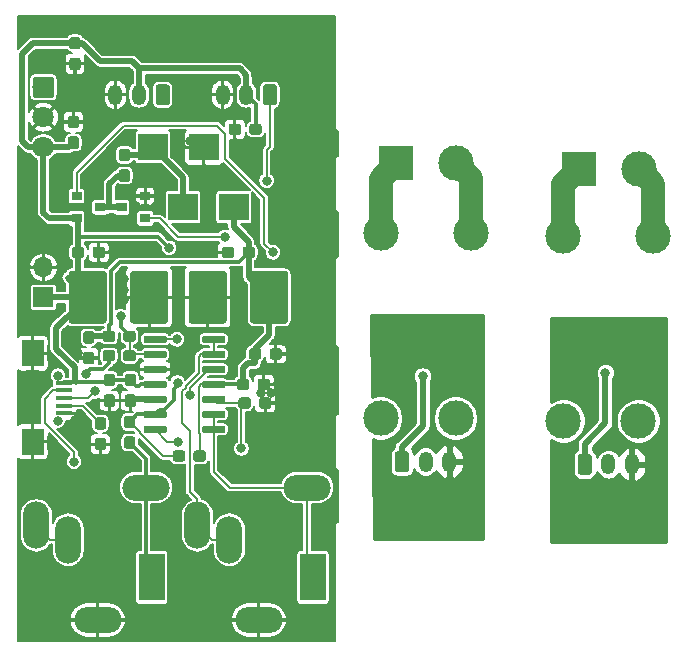
<source format=gtl>
G04 #@! TF.GenerationSoftware,KiCad,Pcbnew,(5.1.2)-1*
G04 #@! TF.CreationDate,2019-05-27T08:40:29+02:00*
G04 #@! TF.ProjectId,fireSound,66697265-536f-4756-9e64-2e6b69636164,rev?*
G04 #@! TF.SameCoordinates,Original*
G04 #@! TF.FileFunction,Copper,L1,Top*
G04 #@! TF.FilePolarity,Positive*
%FSLAX46Y46*%
G04 Gerber Fmt 4.6, Leading zero omitted, Abs format (unit mm)*
G04 Created by KiCad (PCBNEW (5.1.2)-1) date 2019-05-27 08:40:29*
%MOMM*%
%LPD*%
G04 APERTURE LIST*
%ADD10C,3.000000*%
%ADD11R,3.000000X3.000000*%
%ADD12C,0.100000*%
%ADD13C,1.200000*%
%ADD14O,1.200000X1.750000*%
%ADD15C,0.800000*%
%ADD16R,1.900000X2.300000*%
%ADD17R,1.400000X0.400000*%
%ADD18R,2.200000X4.000000*%
%ADD19O,4.000000X2.200000*%
%ADD20O,2.200000X4.000000*%
%ADD21C,0.950000*%
%ADD22O,1.700000X1.700000*%
%ADD23R,1.700000X1.700000*%
%ADD24C,1.800000*%
%ADD25C,0.600000*%
%ADD26R,0.900000X0.800000*%
%ADD27R,2.500000X2.300000*%
%ADD28C,3.200000*%
%ADD29C,0.200000*%
%ADD30C,0.500000*%
%ADD31C,0.300000*%
%ADD32C,2.000000*%
%ADD33C,0.254000*%
G04 APERTURE END LIST*
D10*
X69415000Y-163730000D03*
X77035000Y-163730000D03*
X75765000Y-179370000D03*
X69415000Y-179370000D03*
X53940000Y-179145000D03*
X60290000Y-179145000D03*
X61560000Y-163505000D03*
X53940000Y-163505000D03*
D11*
X55250000Y-157575000D03*
D10*
X60330000Y-157575000D03*
D12*
G36*
X56124505Y-181951204D02*
G01*
X56148773Y-181954804D01*
X56172572Y-181960765D01*
X56195671Y-181969030D01*
X56217850Y-181979520D01*
X56238893Y-181992132D01*
X56258599Y-182006747D01*
X56276777Y-182023223D01*
X56293253Y-182041401D01*
X56307868Y-182061107D01*
X56320480Y-182082150D01*
X56330970Y-182104329D01*
X56339235Y-182127428D01*
X56345196Y-182151227D01*
X56348796Y-182175495D01*
X56350000Y-182199999D01*
X56350000Y-183450001D01*
X56348796Y-183474505D01*
X56345196Y-183498773D01*
X56339235Y-183522572D01*
X56330970Y-183545671D01*
X56320480Y-183567850D01*
X56307868Y-183588893D01*
X56293253Y-183608599D01*
X56276777Y-183626777D01*
X56258599Y-183643253D01*
X56238893Y-183657868D01*
X56217850Y-183670480D01*
X56195671Y-183680970D01*
X56172572Y-183689235D01*
X56148773Y-183695196D01*
X56124505Y-183698796D01*
X56100001Y-183700000D01*
X55399999Y-183700000D01*
X55375495Y-183698796D01*
X55351227Y-183695196D01*
X55327428Y-183689235D01*
X55304329Y-183680970D01*
X55282150Y-183670480D01*
X55261107Y-183657868D01*
X55241401Y-183643253D01*
X55223223Y-183626777D01*
X55206747Y-183608599D01*
X55192132Y-183588893D01*
X55179520Y-183567850D01*
X55169030Y-183545671D01*
X55160765Y-183522572D01*
X55154804Y-183498773D01*
X55151204Y-183474505D01*
X55150000Y-183450001D01*
X55150000Y-182199999D01*
X55151204Y-182175495D01*
X55154804Y-182151227D01*
X55160765Y-182127428D01*
X55169030Y-182104329D01*
X55179520Y-182082150D01*
X55192132Y-182061107D01*
X55206747Y-182041401D01*
X55223223Y-182023223D01*
X55241401Y-182006747D01*
X55261107Y-181992132D01*
X55282150Y-181979520D01*
X55304329Y-181969030D01*
X55327428Y-181960765D01*
X55351227Y-181954804D01*
X55375495Y-181951204D01*
X55399999Y-181950000D01*
X56100001Y-181950000D01*
X56124505Y-181951204D01*
X56124505Y-181951204D01*
G37*
D13*
X55750000Y-182825000D03*
D14*
X57750000Y-182825000D03*
X59750000Y-182825000D03*
D10*
X75805000Y-158050000D03*
D11*
X70725000Y-158050000D03*
D14*
X75225000Y-183050000D03*
X73225000Y-183050000D03*
D12*
G36*
X71599505Y-182176204D02*
G01*
X71623773Y-182179804D01*
X71647572Y-182185765D01*
X71670671Y-182194030D01*
X71692850Y-182204520D01*
X71713893Y-182217132D01*
X71733599Y-182231747D01*
X71751777Y-182248223D01*
X71768253Y-182266401D01*
X71782868Y-182286107D01*
X71795480Y-182307150D01*
X71805970Y-182329329D01*
X71814235Y-182352428D01*
X71820196Y-182376227D01*
X71823796Y-182400495D01*
X71825000Y-182424999D01*
X71825000Y-183675001D01*
X71823796Y-183699505D01*
X71820196Y-183723773D01*
X71814235Y-183747572D01*
X71805970Y-183770671D01*
X71795480Y-183792850D01*
X71782868Y-183813893D01*
X71768253Y-183833599D01*
X71751777Y-183851777D01*
X71733599Y-183868253D01*
X71713893Y-183882868D01*
X71692850Y-183895480D01*
X71670671Y-183905970D01*
X71647572Y-183914235D01*
X71623773Y-183920196D01*
X71599505Y-183923796D01*
X71575001Y-183925000D01*
X70874999Y-183925000D01*
X70850495Y-183923796D01*
X70826227Y-183920196D01*
X70802428Y-183914235D01*
X70779329Y-183905970D01*
X70757150Y-183895480D01*
X70736107Y-183882868D01*
X70716401Y-183868253D01*
X70698223Y-183851777D01*
X70681747Y-183833599D01*
X70667132Y-183813893D01*
X70654520Y-183792850D01*
X70644030Y-183770671D01*
X70635765Y-183747572D01*
X70629804Y-183723773D01*
X70626204Y-183699505D01*
X70625000Y-183675001D01*
X70625000Y-182424999D01*
X70626204Y-182400495D01*
X70629804Y-182376227D01*
X70635765Y-182352428D01*
X70644030Y-182329329D01*
X70654520Y-182307150D01*
X70667132Y-182286107D01*
X70681747Y-182266401D01*
X70698223Y-182248223D01*
X70716401Y-182231747D01*
X70736107Y-182217132D01*
X70757150Y-182204520D01*
X70779329Y-182194030D01*
X70802428Y-182185765D01*
X70826227Y-182179804D01*
X70850495Y-182176204D01*
X70874999Y-182175000D01*
X71575001Y-182175000D01*
X71599505Y-182176204D01*
X71599505Y-182176204D01*
G37*
D13*
X71225000Y-183050000D03*
D15*
X26629400Y-179344400D03*
X26629400Y-175544400D03*
D16*
X24479400Y-181144400D03*
D17*
X27129400Y-176794400D03*
X27129400Y-176144400D03*
X27129400Y-178744400D03*
X27129400Y-178094400D03*
X27129400Y-177444400D03*
D16*
X24479400Y-173644400D03*
D18*
X48224600Y-192628800D03*
D19*
X47734600Y-185028800D03*
D20*
X41134600Y-189428800D03*
X38434600Y-188228800D03*
D19*
X43634600Y-196228800D03*
D12*
G36*
X29496179Y-173528344D02*
G01*
X29519234Y-173531763D01*
X29541843Y-173537427D01*
X29563787Y-173545279D01*
X29584857Y-173555244D01*
X29604848Y-173567226D01*
X29623568Y-173581110D01*
X29640838Y-173596762D01*
X29656490Y-173614032D01*
X29670374Y-173632752D01*
X29682356Y-173652743D01*
X29692321Y-173673813D01*
X29700173Y-173695757D01*
X29705837Y-173718366D01*
X29709256Y-173741421D01*
X29710400Y-173764700D01*
X29710400Y-174339700D01*
X29709256Y-174362979D01*
X29705837Y-174386034D01*
X29700173Y-174408643D01*
X29692321Y-174430587D01*
X29682356Y-174451657D01*
X29670374Y-174471648D01*
X29656490Y-174490368D01*
X29640838Y-174507638D01*
X29623568Y-174523290D01*
X29604848Y-174537174D01*
X29584857Y-174549156D01*
X29563787Y-174559121D01*
X29541843Y-174566973D01*
X29519234Y-174572637D01*
X29496179Y-174576056D01*
X29472900Y-174577200D01*
X28997900Y-174577200D01*
X28974621Y-174576056D01*
X28951566Y-174572637D01*
X28928957Y-174566973D01*
X28907013Y-174559121D01*
X28885943Y-174549156D01*
X28865952Y-174537174D01*
X28847232Y-174523290D01*
X28829962Y-174507638D01*
X28814310Y-174490368D01*
X28800426Y-174471648D01*
X28788444Y-174451657D01*
X28778479Y-174430587D01*
X28770627Y-174408643D01*
X28764963Y-174386034D01*
X28761544Y-174362979D01*
X28760400Y-174339700D01*
X28760400Y-173764700D01*
X28761544Y-173741421D01*
X28764963Y-173718366D01*
X28770627Y-173695757D01*
X28778479Y-173673813D01*
X28788444Y-173652743D01*
X28800426Y-173632752D01*
X28814310Y-173614032D01*
X28829962Y-173596762D01*
X28847232Y-173581110D01*
X28865952Y-173567226D01*
X28885943Y-173555244D01*
X28907013Y-173545279D01*
X28928957Y-173537427D01*
X28951566Y-173531763D01*
X28974621Y-173528344D01*
X28997900Y-173527200D01*
X29472900Y-173527200D01*
X29496179Y-173528344D01*
X29496179Y-173528344D01*
G37*
D21*
X29235400Y-174052200D03*
D12*
G36*
X29496179Y-171778344D02*
G01*
X29519234Y-171781763D01*
X29541843Y-171787427D01*
X29563787Y-171795279D01*
X29584857Y-171805244D01*
X29604848Y-171817226D01*
X29623568Y-171831110D01*
X29640838Y-171846762D01*
X29656490Y-171864032D01*
X29670374Y-171882752D01*
X29682356Y-171902743D01*
X29692321Y-171923813D01*
X29700173Y-171945757D01*
X29705837Y-171968366D01*
X29709256Y-171991421D01*
X29710400Y-172014700D01*
X29710400Y-172589700D01*
X29709256Y-172612979D01*
X29705837Y-172636034D01*
X29700173Y-172658643D01*
X29692321Y-172680587D01*
X29682356Y-172701657D01*
X29670374Y-172721648D01*
X29656490Y-172740368D01*
X29640838Y-172757638D01*
X29623568Y-172773290D01*
X29604848Y-172787174D01*
X29584857Y-172799156D01*
X29563787Y-172809121D01*
X29541843Y-172816973D01*
X29519234Y-172822637D01*
X29496179Y-172826056D01*
X29472900Y-172827200D01*
X28997900Y-172827200D01*
X28974621Y-172826056D01*
X28951566Y-172822637D01*
X28928957Y-172816973D01*
X28907013Y-172809121D01*
X28885943Y-172799156D01*
X28865952Y-172787174D01*
X28847232Y-172773290D01*
X28829962Y-172757638D01*
X28814310Y-172740368D01*
X28800426Y-172721648D01*
X28788444Y-172701657D01*
X28778479Y-172680587D01*
X28770627Y-172658643D01*
X28764963Y-172636034D01*
X28761544Y-172612979D01*
X28760400Y-172589700D01*
X28760400Y-172014700D01*
X28761544Y-171991421D01*
X28764963Y-171968366D01*
X28770627Y-171945757D01*
X28778479Y-171923813D01*
X28788444Y-171902743D01*
X28800426Y-171882752D01*
X28814310Y-171864032D01*
X28829962Y-171846762D01*
X28847232Y-171831110D01*
X28865952Y-171817226D01*
X28885943Y-171805244D01*
X28907013Y-171795279D01*
X28928957Y-171787427D01*
X28951566Y-171781763D01*
X28974621Y-171778344D01*
X28997900Y-171777200D01*
X29472900Y-171777200D01*
X29496179Y-171778344D01*
X29496179Y-171778344D01*
G37*
D21*
X29235400Y-172302200D03*
D14*
X40577000Y-151765000D03*
X42577000Y-151765000D03*
D12*
G36*
X44951505Y-150891204D02*
G01*
X44975773Y-150894804D01*
X44999572Y-150900765D01*
X45022671Y-150909030D01*
X45044850Y-150919520D01*
X45065893Y-150932132D01*
X45085599Y-150946747D01*
X45103777Y-150963223D01*
X45120253Y-150981401D01*
X45134868Y-151001107D01*
X45147480Y-151022150D01*
X45157970Y-151044329D01*
X45166235Y-151067428D01*
X45172196Y-151091227D01*
X45175796Y-151115495D01*
X45177000Y-151139999D01*
X45177000Y-152390001D01*
X45175796Y-152414505D01*
X45172196Y-152438773D01*
X45166235Y-152462572D01*
X45157970Y-152485671D01*
X45147480Y-152507850D01*
X45134868Y-152528893D01*
X45120253Y-152548599D01*
X45103777Y-152566777D01*
X45085599Y-152583253D01*
X45065893Y-152597868D01*
X45044850Y-152610480D01*
X45022671Y-152620970D01*
X44999572Y-152629235D01*
X44975773Y-152635196D01*
X44951505Y-152638796D01*
X44927001Y-152640000D01*
X44226999Y-152640000D01*
X44202495Y-152638796D01*
X44178227Y-152635196D01*
X44154428Y-152629235D01*
X44131329Y-152620970D01*
X44109150Y-152610480D01*
X44088107Y-152597868D01*
X44068401Y-152583253D01*
X44050223Y-152566777D01*
X44033747Y-152548599D01*
X44019132Y-152528893D01*
X44006520Y-152507850D01*
X43996030Y-152485671D01*
X43987765Y-152462572D01*
X43981804Y-152438773D01*
X43978204Y-152414505D01*
X43977000Y-152390001D01*
X43977000Y-151139999D01*
X43978204Y-151115495D01*
X43981804Y-151091227D01*
X43987765Y-151067428D01*
X43996030Y-151044329D01*
X44006520Y-151022150D01*
X44019132Y-151001107D01*
X44033747Y-150981401D01*
X44050223Y-150963223D01*
X44068401Y-150946747D01*
X44088107Y-150932132D01*
X44109150Y-150919520D01*
X44131329Y-150909030D01*
X44154428Y-150900765D01*
X44178227Y-150894804D01*
X44202495Y-150891204D01*
X44226999Y-150890000D01*
X44927001Y-150890000D01*
X44951505Y-150891204D01*
X44951505Y-150891204D01*
G37*
D13*
X44577000Y-151765000D03*
D14*
X31496500Y-151765000D03*
X33496500Y-151765000D03*
D12*
G36*
X35871005Y-150891204D02*
G01*
X35895273Y-150894804D01*
X35919072Y-150900765D01*
X35942171Y-150909030D01*
X35964350Y-150919520D01*
X35985393Y-150932132D01*
X36005099Y-150946747D01*
X36023277Y-150963223D01*
X36039753Y-150981401D01*
X36054368Y-151001107D01*
X36066980Y-151022150D01*
X36077470Y-151044329D01*
X36085735Y-151067428D01*
X36091696Y-151091227D01*
X36095296Y-151115495D01*
X36096500Y-151139999D01*
X36096500Y-152390001D01*
X36095296Y-152414505D01*
X36091696Y-152438773D01*
X36085735Y-152462572D01*
X36077470Y-152485671D01*
X36066980Y-152507850D01*
X36054368Y-152528893D01*
X36039753Y-152548599D01*
X36023277Y-152566777D01*
X36005099Y-152583253D01*
X35985393Y-152597868D01*
X35964350Y-152610480D01*
X35942171Y-152620970D01*
X35919072Y-152629235D01*
X35895273Y-152635196D01*
X35871005Y-152638796D01*
X35846501Y-152640000D01*
X35146499Y-152640000D01*
X35121995Y-152638796D01*
X35097727Y-152635196D01*
X35073928Y-152629235D01*
X35050829Y-152620970D01*
X35028650Y-152610480D01*
X35007607Y-152597868D01*
X34987901Y-152583253D01*
X34969723Y-152566777D01*
X34953247Y-152548599D01*
X34938632Y-152528893D01*
X34926020Y-152507850D01*
X34915530Y-152485671D01*
X34907265Y-152462572D01*
X34901304Y-152438773D01*
X34897704Y-152414505D01*
X34896500Y-152390001D01*
X34896500Y-151139999D01*
X34897704Y-151115495D01*
X34901304Y-151091227D01*
X34907265Y-151067428D01*
X34915530Y-151044329D01*
X34926020Y-151022150D01*
X34938632Y-151001107D01*
X34953247Y-150981401D01*
X34969723Y-150963223D01*
X34987901Y-150946747D01*
X35007607Y-150932132D01*
X35028650Y-150919520D01*
X35050829Y-150909030D01*
X35073928Y-150900765D01*
X35097727Y-150894804D01*
X35121995Y-150891204D01*
X35146499Y-150890000D01*
X35846501Y-150890000D01*
X35871005Y-150891204D01*
X35871005Y-150891204D01*
G37*
D13*
X35496500Y-151765000D03*
D22*
X25400000Y-166370000D03*
D23*
X25400000Y-168910000D03*
D12*
G36*
X43667279Y-154212144D02*
G01*
X43690334Y-154215563D01*
X43712943Y-154221227D01*
X43734887Y-154229079D01*
X43755957Y-154239044D01*
X43775948Y-154251026D01*
X43794668Y-154264910D01*
X43811938Y-154280562D01*
X43827590Y-154297832D01*
X43841474Y-154316552D01*
X43853456Y-154336543D01*
X43863421Y-154357613D01*
X43871273Y-154379557D01*
X43876937Y-154402166D01*
X43880356Y-154425221D01*
X43881500Y-154448500D01*
X43881500Y-154923500D01*
X43880356Y-154946779D01*
X43876937Y-154969834D01*
X43871273Y-154992443D01*
X43863421Y-155014387D01*
X43853456Y-155035457D01*
X43841474Y-155055448D01*
X43827590Y-155074168D01*
X43811938Y-155091438D01*
X43794668Y-155107090D01*
X43775948Y-155120974D01*
X43755957Y-155132956D01*
X43734887Y-155142921D01*
X43712943Y-155150773D01*
X43690334Y-155156437D01*
X43667279Y-155159856D01*
X43644000Y-155161000D01*
X43069000Y-155161000D01*
X43045721Y-155159856D01*
X43022666Y-155156437D01*
X43000057Y-155150773D01*
X42978113Y-155142921D01*
X42957043Y-155132956D01*
X42937052Y-155120974D01*
X42918332Y-155107090D01*
X42901062Y-155091438D01*
X42885410Y-155074168D01*
X42871526Y-155055448D01*
X42859544Y-155035457D01*
X42849579Y-155014387D01*
X42841727Y-154992443D01*
X42836063Y-154969834D01*
X42832644Y-154946779D01*
X42831500Y-154923500D01*
X42831500Y-154448500D01*
X42832644Y-154425221D01*
X42836063Y-154402166D01*
X42841727Y-154379557D01*
X42849579Y-154357613D01*
X42859544Y-154336543D01*
X42871526Y-154316552D01*
X42885410Y-154297832D01*
X42901062Y-154280562D01*
X42918332Y-154264910D01*
X42937052Y-154251026D01*
X42957043Y-154239044D01*
X42978113Y-154229079D01*
X43000057Y-154221227D01*
X43022666Y-154215563D01*
X43045721Y-154212144D01*
X43069000Y-154211000D01*
X43644000Y-154211000D01*
X43667279Y-154212144D01*
X43667279Y-154212144D01*
G37*
D21*
X43356500Y-154686000D03*
D12*
G36*
X41917279Y-154212144D02*
G01*
X41940334Y-154215563D01*
X41962943Y-154221227D01*
X41984887Y-154229079D01*
X42005957Y-154239044D01*
X42025948Y-154251026D01*
X42044668Y-154264910D01*
X42061938Y-154280562D01*
X42077590Y-154297832D01*
X42091474Y-154316552D01*
X42103456Y-154336543D01*
X42113421Y-154357613D01*
X42121273Y-154379557D01*
X42126937Y-154402166D01*
X42130356Y-154425221D01*
X42131500Y-154448500D01*
X42131500Y-154923500D01*
X42130356Y-154946779D01*
X42126937Y-154969834D01*
X42121273Y-154992443D01*
X42113421Y-155014387D01*
X42103456Y-155035457D01*
X42091474Y-155055448D01*
X42077590Y-155074168D01*
X42061938Y-155091438D01*
X42044668Y-155107090D01*
X42025948Y-155120974D01*
X42005957Y-155132956D01*
X41984887Y-155142921D01*
X41962943Y-155150773D01*
X41940334Y-155156437D01*
X41917279Y-155159856D01*
X41894000Y-155161000D01*
X41319000Y-155161000D01*
X41295721Y-155159856D01*
X41272666Y-155156437D01*
X41250057Y-155150773D01*
X41228113Y-155142921D01*
X41207043Y-155132956D01*
X41187052Y-155120974D01*
X41168332Y-155107090D01*
X41151062Y-155091438D01*
X41135410Y-155074168D01*
X41121526Y-155055448D01*
X41109544Y-155035457D01*
X41099579Y-155014387D01*
X41091727Y-154992443D01*
X41086063Y-154969834D01*
X41082644Y-154946779D01*
X41081500Y-154923500D01*
X41081500Y-154448500D01*
X41082644Y-154425221D01*
X41086063Y-154402166D01*
X41091727Y-154379557D01*
X41099579Y-154357613D01*
X41109544Y-154336543D01*
X41121526Y-154316552D01*
X41135410Y-154297832D01*
X41151062Y-154280562D01*
X41168332Y-154264910D01*
X41187052Y-154251026D01*
X41207043Y-154239044D01*
X41228113Y-154229079D01*
X41250057Y-154221227D01*
X41272666Y-154215563D01*
X41295721Y-154212144D01*
X41319000Y-154211000D01*
X41894000Y-154211000D01*
X41917279Y-154212144D01*
X41917279Y-154212144D01*
G37*
D21*
X41606500Y-154686000D03*
D12*
G36*
X28327779Y-146873644D02*
G01*
X28350834Y-146877063D01*
X28373443Y-146882727D01*
X28395387Y-146890579D01*
X28416457Y-146900544D01*
X28436448Y-146912526D01*
X28455168Y-146926410D01*
X28472438Y-146942062D01*
X28488090Y-146959332D01*
X28501974Y-146978052D01*
X28513956Y-146998043D01*
X28523921Y-147019113D01*
X28531773Y-147041057D01*
X28537437Y-147063666D01*
X28540856Y-147086721D01*
X28542000Y-147110000D01*
X28542000Y-147685000D01*
X28540856Y-147708279D01*
X28537437Y-147731334D01*
X28531773Y-147753943D01*
X28523921Y-147775887D01*
X28513956Y-147796957D01*
X28501974Y-147816948D01*
X28488090Y-147835668D01*
X28472438Y-147852938D01*
X28455168Y-147868590D01*
X28436448Y-147882474D01*
X28416457Y-147894456D01*
X28395387Y-147904421D01*
X28373443Y-147912273D01*
X28350834Y-147917937D01*
X28327779Y-147921356D01*
X28304500Y-147922500D01*
X27829500Y-147922500D01*
X27806221Y-147921356D01*
X27783166Y-147917937D01*
X27760557Y-147912273D01*
X27738613Y-147904421D01*
X27717543Y-147894456D01*
X27697552Y-147882474D01*
X27678832Y-147868590D01*
X27661562Y-147852938D01*
X27645910Y-147835668D01*
X27632026Y-147816948D01*
X27620044Y-147796957D01*
X27610079Y-147775887D01*
X27602227Y-147753943D01*
X27596563Y-147731334D01*
X27593144Y-147708279D01*
X27592000Y-147685000D01*
X27592000Y-147110000D01*
X27593144Y-147086721D01*
X27596563Y-147063666D01*
X27602227Y-147041057D01*
X27610079Y-147019113D01*
X27620044Y-146998043D01*
X27632026Y-146978052D01*
X27645910Y-146959332D01*
X27661562Y-146942062D01*
X27678832Y-146926410D01*
X27697552Y-146912526D01*
X27717543Y-146900544D01*
X27738613Y-146890579D01*
X27760557Y-146882727D01*
X27783166Y-146877063D01*
X27806221Y-146873644D01*
X27829500Y-146872500D01*
X28304500Y-146872500D01*
X28327779Y-146873644D01*
X28327779Y-146873644D01*
G37*
D21*
X28067000Y-147397500D03*
D12*
G36*
X28327779Y-148623644D02*
G01*
X28350834Y-148627063D01*
X28373443Y-148632727D01*
X28395387Y-148640579D01*
X28416457Y-148650544D01*
X28436448Y-148662526D01*
X28455168Y-148676410D01*
X28472438Y-148692062D01*
X28488090Y-148709332D01*
X28501974Y-148728052D01*
X28513956Y-148748043D01*
X28523921Y-148769113D01*
X28531773Y-148791057D01*
X28537437Y-148813666D01*
X28540856Y-148836721D01*
X28542000Y-148860000D01*
X28542000Y-149435000D01*
X28540856Y-149458279D01*
X28537437Y-149481334D01*
X28531773Y-149503943D01*
X28523921Y-149525887D01*
X28513956Y-149546957D01*
X28501974Y-149566948D01*
X28488090Y-149585668D01*
X28472438Y-149602938D01*
X28455168Y-149618590D01*
X28436448Y-149632474D01*
X28416457Y-149644456D01*
X28395387Y-149654421D01*
X28373443Y-149662273D01*
X28350834Y-149667937D01*
X28327779Y-149671356D01*
X28304500Y-149672500D01*
X27829500Y-149672500D01*
X27806221Y-149671356D01*
X27783166Y-149667937D01*
X27760557Y-149662273D01*
X27738613Y-149654421D01*
X27717543Y-149644456D01*
X27697552Y-149632474D01*
X27678832Y-149618590D01*
X27661562Y-149602938D01*
X27645910Y-149585668D01*
X27632026Y-149566948D01*
X27620044Y-149546957D01*
X27610079Y-149525887D01*
X27602227Y-149503943D01*
X27596563Y-149481334D01*
X27593144Y-149458279D01*
X27592000Y-149435000D01*
X27592000Y-148860000D01*
X27593144Y-148836721D01*
X27596563Y-148813666D01*
X27602227Y-148791057D01*
X27610079Y-148769113D01*
X27620044Y-148748043D01*
X27632026Y-148728052D01*
X27645910Y-148709332D01*
X27661562Y-148692062D01*
X27678832Y-148676410D01*
X27697552Y-148662526D01*
X27717543Y-148650544D01*
X27738613Y-148640579D01*
X27760557Y-148632727D01*
X27783166Y-148627063D01*
X27806221Y-148623644D01*
X27829500Y-148622500D01*
X28304500Y-148622500D01*
X28327779Y-148623644D01*
X28327779Y-148623644D01*
G37*
D21*
X28067000Y-149147500D03*
D12*
G36*
X28200779Y-153541144D02*
G01*
X28223834Y-153544563D01*
X28246443Y-153550227D01*
X28268387Y-153558079D01*
X28289457Y-153568044D01*
X28309448Y-153580026D01*
X28328168Y-153593910D01*
X28345438Y-153609562D01*
X28361090Y-153626832D01*
X28374974Y-153645552D01*
X28386956Y-153665543D01*
X28396921Y-153686613D01*
X28404773Y-153708557D01*
X28410437Y-153731166D01*
X28413856Y-153754221D01*
X28415000Y-153777500D01*
X28415000Y-154352500D01*
X28413856Y-154375779D01*
X28410437Y-154398834D01*
X28404773Y-154421443D01*
X28396921Y-154443387D01*
X28386956Y-154464457D01*
X28374974Y-154484448D01*
X28361090Y-154503168D01*
X28345438Y-154520438D01*
X28328168Y-154536090D01*
X28309448Y-154549974D01*
X28289457Y-154561956D01*
X28268387Y-154571921D01*
X28246443Y-154579773D01*
X28223834Y-154585437D01*
X28200779Y-154588856D01*
X28177500Y-154590000D01*
X27702500Y-154590000D01*
X27679221Y-154588856D01*
X27656166Y-154585437D01*
X27633557Y-154579773D01*
X27611613Y-154571921D01*
X27590543Y-154561956D01*
X27570552Y-154549974D01*
X27551832Y-154536090D01*
X27534562Y-154520438D01*
X27518910Y-154503168D01*
X27505026Y-154484448D01*
X27493044Y-154464457D01*
X27483079Y-154443387D01*
X27475227Y-154421443D01*
X27469563Y-154398834D01*
X27466144Y-154375779D01*
X27465000Y-154352500D01*
X27465000Y-153777500D01*
X27466144Y-153754221D01*
X27469563Y-153731166D01*
X27475227Y-153708557D01*
X27483079Y-153686613D01*
X27493044Y-153665543D01*
X27505026Y-153645552D01*
X27518910Y-153626832D01*
X27534562Y-153609562D01*
X27551832Y-153593910D01*
X27570552Y-153580026D01*
X27590543Y-153568044D01*
X27611613Y-153558079D01*
X27633557Y-153550227D01*
X27656166Y-153544563D01*
X27679221Y-153541144D01*
X27702500Y-153540000D01*
X28177500Y-153540000D01*
X28200779Y-153541144D01*
X28200779Y-153541144D01*
G37*
D21*
X27940000Y-154065000D03*
D12*
G36*
X28200779Y-155291144D02*
G01*
X28223834Y-155294563D01*
X28246443Y-155300227D01*
X28268387Y-155308079D01*
X28289457Y-155318044D01*
X28309448Y-155330026D01*
X28328168Y-155343910D01*
X28345438Y-155359562D01*
X28361090Y-155376832D01*
X28374974Y-155395552D01*
X28386956Y-155415543D01*
X28396921Y-155436613D01*
X28404773Y-155458557D01*
X28410437Y-155481166D01*
X28413856Y-155504221D01*
X28415000Y-155527500D01*
X28415000Y-156102500D01*
X28413856Y-156125779D01*
X28410437Y-156148834D01*
X28404773Y-156171443D01*
X28396921Y-156193387D01*
X28386956Y-156214457D01*
X28374974Y-156234448D01*
X28361090Y-156253168D01*
X28345438Y-156270438D01*
X28328168Y-156286090D01*
X28309448Y-156299974D01*
X28289457Y-156311956D01*
X28268387Y-156321921D01*
X28246443Y-156329773D01*
X28223834Y-156335437D01*
X28200779Y-156338856D01*
X28177500Y-156340000D01*
X27702500Y-156340000D01*
X27679221Y-156338856D01*
X27656166Y-156335437D01*
X27633557Y-156329773D01*
X27611613Y-156321921D01*
X27590543Y-156311956D01*
X27570552Y-156299974D01*
X27551832Y-156286090D01*
X27534562Y-156270438D01*
X27518910Y-156253168D01*
X27505026Y-156234448D01*
X27493044Y-156214457D01*
X27483079Y-156193387D01*
X27475227Y-156171443D01*
X27469563Y-156148834D01*
X27466144Y-156125779D01*
X27465000Y-156102500D01*
X27465000Y-155527500D01*
X27466144Y-155504221D01*
X27469563Y-155481166D01*
X27475227Y-155458557D01*
X27483079Y-155436613D01*
X27493044Y-155415543D01*
X27505026Y-155395552D01*
X27518910Y-155376832D01*
X27534562Y-155359562D01*
X27551832Y-155343910D01*
X27570552Y-155330026D01*
X27590543Y-155318044D01*
X27611613Y-155308079D01*
X27633557Y-155300227D01*
X27656166Y-155294563D01*
X27679221Y-155291144D01*
X27702500Y-155290000D01*
X28177500Y-155290000D01*
X28200779Y-155291144D01*
X28200779Y-155291144D01*
G37*
D21*
X27940000Y-155815000D03*
D24*
X25400000Y-156210000D03*
X25400000Y-153670000D03*
D12*
G36*
X26075947Y-150231196D02*
G01*
X26100060Y-150234773D01*
X26123707Y-150240696D01*
X26146659Y-150248908D01*
X26168695Y-150259331D01*
X26189604Y-150271863D01*
X26209183Y-150286384D01*
X26227245Y-150302755D01*
X26243616Y-150320817D01*
X26258137Y-150340396D01*
X26270669Y-150361305D01*
X26281092Y-150383341D01*
X26289304Y-150406293D01*
X26295227Y-150429940D01*
X26298804Y-150454053D01*
X26300000Y-150478400D01*
X26300000Y-151781600D01*
X26298804Y-151805947D01*
X26295227Y-151830060D01*
X26289304Y-151853707D01*
X26281092Y-151876659D01*
X26270669Y-151898695D01*
X26258137Y-151919604D01*
X26243616Y-151939183D01*
X26227245Y-151957245D01*
X26209183Y-151973616D01*
X26189604Y-151988137D01*
X26168695Y-152000669D01*
X26146659Y-152011092D01*
X26123707Y-152019304D01*
X26100060Y-152025227D01*
X26075947Y-152028804D01*
X26051600Y-152030000D01*
X24748400Y-152030000D01*
X24724053Y-152028804D01*
X24699940Y-152025227D01*
X24676293Y-152019304D01*
X24653341Y-152011092D01*
X24631305Y-152000669D01*
X24610396Y-151988137D01*
X24590817Y-151973616D01*
X24572755Y-151957245D01*
X24556384Y-151939183D01*
X24541863Y-151919604D01*
X24529331Y-151898695D01*
X24518908Y-151876659D01*
X24510696Y-151853707D01*
X24504773Y-151830060D01*
X24501196Y-151805947D01*
X24500000Y-151781600D01*
X24500000Y-150478400D01*
X24501196Y-150454053D01*
X24504773Y-150429940D01*
X24510696Y-150406293D01*
X24518908Y-150383341D01*
X24529331Y-150361305D01*
X24541863Y-150340396D01*
X24556384Y-150320817D01*
X24572755Y-150302755D01*
X24590817Y-150286384D01*
X24610396Y-150271863D01*
X24631305Y-150259331D01*
X24653341Y-150248908D01*
X24676293Y-150240696D01*
X24699940Y-150234773D01*
X24724053Y-150231196D01*
X24748400Y-150230000D01*
X26051600Y-150230000D01*
X26075947Y-150231196D01*
X26075947Y-150231196D01*
G37*
D24*
X25400000Y-151130000D03*
D12*
G36*
X42742779Y-177389644D02*
G01*
X42765834Y-177393063D01*
X42788443Y-177398727D01*
X42810387Y-177406579D01*
X42831457Y-177416544D01*
X42851448Y-177428526D01*
X42870168Y-177442410D01*
X42887438Y-177458062D01*
X42903090Y-177475332D01*
X42916974Y-177494052D01*
X42928956Y-177514043D01*
X42938921Y-177535113D01*
X42946773Y-177557057D01*
X42952437Y-177579666D01*
X42955856Y-177602721D01*
X42957000Y-177626000D01*
X42957000Y-178101000D01*
X42955856Y-178124279D01*
X42952437Y-178147334D01*
X42946773Y-178169943D01*
X42938921Y-178191887D01*
X42928956Y-178212957D01*
X42916974Y-178232948D01*
X42903090Y-178251668D01*
X42887438Y-178268938D01*
X42870168Y-178284590D01*
X42851448Y-178298474D01*
X42831457Y-178310456D01*
X42810387Y-178320421D01*
X42788443Y-178328273D01*
X42765834Y-178333937D01*
X42742779Y-178337356D01*
X42719500Y-178338500D01*
X42144500Y-178338500D01*
X42121221Y-178337356D01*
X42098166Y-178333937D01*
X42075557Y-178328273D01*
X42053613Y-178320421D01*
X42032543Y-178310456D01*
X42012552Y-178298474D01*
X41993832Y-178284590D01*
X41976562Y-178268938D01*
X41960910Y-178251668D01*
X41947026Y-178232948D01*
X41935044Y-178212957D01*
X41925079Y-178191887D01*
X41917227Y-178169943D01*
X41911563Y-178147334D01*
X41908144Y-178124279D01*
X41907000Y-178101000D01*
X41907000Y-177626000D01*
X41908144Y-177602721D01*
X41911563Y-177579666D01*
X41917227Y-177557057D01*
X41925079Y-177535113D01*
X41935044Y-177514043D01*
X41947026Y-177494052D01*
X41960910Y-177475332D01*
X41976562Y-177458062D01*
X41993832Y-177442410D01*
X42012552Y-177428526D01*
X42032543Y-177416544D01*
X42053613Y-177406579D01*
X42075557Y-177398727D01*
X42098166Y-177393063D01*
X42121221Y-177389644D01*
X42144500Y-177388500D01*
X42719500Y-177388500D01*
X42742779Y-177389644D01*
X42742779Y-177389644D01*
G37*
D21*
X42432000Y-177863500D03*
D12*
G36*
X44492779Y-177389644D02*
G01*
X44515834Y-177393063D01*
X44538443Y-177398727D01*
X44560387Y-177406579D01*
X44581457Y-177416544D01*
X44601448Y-177428526D01*
X44620168Y-177442410D01*
X44637438Y-177458062D01*
X44653090Y-177475332D01*
X44666974Y-177494052D01*
X44678956Y-177514043D01*
X44688921Y-177535113D01*
X44696773Y-177557057D01*
X44702437Y-177579666D01*
X44705856Y-177602721D01*
X44707000Y-177626000D01*
X44707000Y-178101000D01*
X44705856Y-178124279D01*
X44702437Y-178147334D01*
X44696773Y-178169943D01*
X44688921Y-178191887D01*
X44678956Y-178212957D01*
X44666974Y-178232948D01*
X44653090Y-178251668D01*
X44637438Y-178268938D01*
X44620168Y-178284590D01*
X44601448Y-178298474D01*
X44581457Y-178310456D01*
X44560387Y-178320421D01*
X44538443Y-178328273D01*
X44515834Y-178333937D01*
X44492779Y-178337356D01*
X44469500Y-178338500D01*
X43894500Y-178338500D01*
X43871221Y-178337356D01*
X43848166Y-178333937D01*
X43825557Y-178328273D01*
X43803613Y-178320421D01*
X43782543Y-178310456D01*
X43762552Y-178298474D01*
X43743832Y-178284590D01*
X43726562Y-178268938D01*
X43710910Y-178251668D01*
X43697026Y-178232948D01*
X43685044Y-178212957D01*
X43675079Y-178191887D01*
X43667227Y-178169943D01*
X43661563Y-178147334D01*
X43658144Y-178124279D01*
X43657000Y-178101000D01*
X43657000Y-177626000D01*
X43658144Y-177602721D01*
X43661563Y-177579666D01*
X43667227Y-177557057D01*
X43675079Y-177535113D01*
X43685044Y-177514043D01*
X43697026Y-177494052D01*
X43710910Y-177475332D01*
X43726562Y-177458062D01*
X43743832Y-177442410D01*
X43762552Y-177428526D01*
X43782543Y-177416544D01*
X43803613Y-177406579D01*
X43825557Y-177398727D01*
X43848166Y-177393063D01*
X43871221Y-177389644D01*
X43894500Y-177388500D01*
X44469500Y-177388500D01*
X44492779Y-177389644D01*
X44492779Y-177389644D01*
G37*
D21*
X44182000Y-177863500D03*
D12*
G36*
X32963279Y-180691144D02*
G01*
X32986334Y-180694563D01*
X33008943Y-180700227D01*
X33030887Y-180708079D01*
X33051957Y-180718044D01*
X33071948Y-180730026D01*
X33090668Y-180743910D01*
X33107938Y-180759562D01*
X33123590Y-180776832D01*
X33137474Y-180795552D01*
X33149456Y-180815543D01*
X33159421Y-180836613D01*
X33167273Y-180858557D01*
X33172937Y-180881166D01*
X33176356Y-180904221D01*
X33177500Y-180927500D01*
X33177500Y-181502500D01*
X33176356Y-181525779D01*
X33172937Y-181548834D01*
X33167273Y-181571443D01*
X33159421Y-181593387D01*
X33149456Y-181614457D01*
X33137474Y-181634448D01*
X33123590Y-181653168D01*
X33107938Y-181670438D01*
X33090668Y-181686090D01*
X33071948Y-181699974D01*
X33051957Y-181711956D01*
X33030887Y-181721921D01*
X33008943Y-181729773D01*
X32986334Y-181735437D01*
X32963279Y-181738856D01*
X32940000Y-181740000D01*
X32465000Y-181740000D01*
X32441721Y-181738856D01*
X32418666Y-181735437D01*
X32396057Y-181729773D01*
X32374113Y-181721921D01*
X32353043Y-181711956D01*
X32333052Y-181699974D01*
X32314332Y-181686090D01*
X32297062Y-181670438D01*
X32281410Y-181653168D01*
X32267526Y-181634448D01*
X32255544Y-181614457D01*
X32245579Y-181593387D01*
X32237727Y-181571443D01*
X32232063Y-181548834D01*
X32228644Y-181525779D01*
X32227500Y-181502500D01*
X32227500Y-180927500D01*
X32228644Y-180904221D01*
X32232063Y-180881166D01*
X32237727Y-180858557D01*
X32245579Y-180836613D01*
X32255544Y-180815543D01*
X32267526Y-180795552D01*
X32281410Y-180776832D01*
X32297062Y-180759562D01*
X32314332Y-180743910D01*
X32333052Y-180730026D01*
X32353043Y-180718044D01*
X32374113Y-180708079D01*
X32396057Y-180700227D01*
X32418666Y-180694563D01*
X32441721Y-180691144D01*
X32465000Y-180690000D01*
X32940000Y-180690000D01*
X32963279Y-180691144D01*
X32963279Y-180691144D01*
G37*
D21*
X32702500Y-181215000D03*
D12*
G36*
X32963279Y-178941144D02*
G01*
X32986334Y-178944563D01*
X33008943Y-178950227D01*
X33030887Y-178958079D01*
X33051957Y-178968044D01*
X33071948Y-178980026D01*
X33090668Y-178993910D01*
X33107938Y-179009562D01*
X33123590Y-179026832D01*
X33137474Y-179045552D01*
X33149456Y-179065543D01*
X33159421Y-179086613D01*
X33167273Y-179108557D01*
X33172937Y-179131166D01*
X33176356Y-179154221D01*
X33177500Y-179177500D01*
X33177500Y-179752500D01*
X33176356Y-179775779D01*
X33172937Y-179798834D01*
X33167273Y-179821443D01*
X33159421Y-179843387D01*
X33149456Y-179864457D01*
X33137474Y-179884448D01*
X33123590Y-179903168D01*
X33107938Y-179920438D01*
X33090668Y-179936090D01*
X33071948Y-179949974D01*
X33051957Y-179961956D01*
X33030887Y-179971921D01*
X33008943Y-179979773D01*
X32986334Y-179985437D01*
X32963279Y-179988856D01*
X32940000Y-179990000D01*
X32465000Y-179990000D01*
X32441721Y-179988856D01*
X32418666Y-179985437D01*
X32396057Y-179979773D01*
X32374113Y-179971921D01*
X32353043Y-179961956D01*
X32333052Y-179949974D01*
X32314332Y-179936090D01*
X32297062Y-179920438D01*
X32281410Y-179903168D01*
X32267526Y-179884448D01*
X32255544Y-179864457D01*
X32245579Y-179843387D01*
X32237727Y-179821443D01*
X32232063Y-179798834D01*
X32228644Y-179775779D01*
X32227500Y-179752500D01*
X32227500Y-179177500D01*
X32228644Y-179154221D01*
X32232063Y-179131166D01*
X32237727Y-179108557D01*
X32245579Y-179086613D01*
X32255544Y-179065543D01*
X32267526Y-179045552D01*
X32281410Y-179026832D01*
X32297062Y-179009562D01*
X32314332Y-178993910D01*
X32333052Y-178980026D01*
X32353043Y-178968044D01*
X32374113Y-178958079D01*
X32396057Y-178950227D01*
X32418666Y-178944563D01*
X32441721Y-178941144D01*
X32465000Y-178940000D01*
X32940000Y-178940000D01*
X32963279Y-178941144D01*
X32963279Y-178941144D01*
G37*
D21*
X32702500Y-179465000D03*
D12*
G36*
X38935779Y-181876144D02*
G01*
X38958834Y-181879563D01*
X38981443Y-181885227D01*
X39003387Y-181893079D01*
X39024457Y-181903044D01*
X39044448Y-181915026D01*
X39063168Y-181928910D01*
X39080438Y-181944562D01*
X39096090Y-181961832D01*
X39109974Y-181980552D01*
X39121956Y-182000543D01*
X39131921Y-182021613D01*
X39139773Y-182043557D01*
X39145437Y-182066166D01*
X39148856Y-182089221D01*
X39150000Y-182112500D01*
X39150000Y-182587500D01*
X39148856Y-182610779D01*
X39145437Y-182633834D01*
X39139773Y-182656443D01*
X39131921Y-182678387D01*
X39121956Y-182699457D01*
X39109974Y-182719448D01*
X39096090Y-182738168D01*
X39080438Y-182755438D01*
X39063168Y-182771090D01*
X39044448Y-182784974D01*
X39024457Y-182796956D01*
X39003387Y-182806921D01*
X38981443Y-182814773D01*
X38958834Y-182820437D01*
X38935779Y-182823856D01*
X38912500Y-182825000D01*
X38337500Y-182825000D01*
X38314221Y-182823856D01*
X38291166Y-182820437D01*
X38268557Y-182814773D01*
X38246613Y-182806921D01*
X38225543Y-182796956D01*
X38205552Y-182784974D01*
X38186832Y-182771090D01*
X38169562Y-182755438D01*
X38153910Y-182738168D01*
X38140026Y-182719448D01*
X38128044Y-182699457D01*
X38118079Y-182678387D01*
X38110227Y-182656443D01*
X38104563Y-182633834D01*
X38101144Y-182610779D01*
X38100000Y-182587500D01*
X38100000Y-182112500D01*
X38101144Y-182089221D01*
X38104563Y-182066166D01*
X38110227Y-182043557D01*
X38118079Y-182021613D01*
X38128044Y-182000543D01*
X38140026Y-181980552D01*
X38153910Y-181961832D01*
X38169562Y-181944562D01*
X38186832Y-181928910D01*
X38205552Y-181915026D01*
X38225543Y-181903044D01*
X38246613Y-181893079D01*
X38268557Y-181885227D01*
X38291166Y-181879563D01*
X38314221Y-181876144D01*
X38337500Y-181875000D01*
X38912500Y-181875000D01*
X38935779Y-181876144D01*
X38935779Y-181876144D01*
G37*
D21*
X38625000Y-182350000D03*
D12*
G36*
X37185779Y-181876144D02*
G01*
X37208834Y-181879563D01*
X37231443Y-181885227D01*
X37253387Y-181893079D01*
X37274457Y-181903044D01*
X37294448Y-181915026D01*
X37313168Y-181928910D01*
X37330438Y-181944562D01*
X37346090Y-181961832D01*
X37359974Y-181980552D01*
X37371956Y-182000543D01*
X37381921Y-182021613D01*
X37389773Y-182043557D01*
X37395437Y-182066166D01*
X37398856Y-182089221D01*
X37400000Y-182112500D01*
X37400000Y-182587500D01*
X37398856Y-182610779D01*
X37395437Y-182633834D01*
X37389773Y-182656443D01*
X37381921Y-182678387D01*
X37371956Y-182699457D01*
X37359974Y-182719448D01*
X37346090Y-182738168D01*
X37330438Y-182755438D01*
X37313168Y-182771090D01*
X37294448Y-182784974D01*
X37274457Y-182796956D01*
X37253387Y-182806921D01*
X37231443Y-182814773D01*
X37208834Y-182820437D01*
X37185779Y-182823856D01*
X37162500Y-182825000D01*
X36587500Y-182825000D01*
X36564221Y-182823856D01*
X36541166Y-182820437D01*
X36518557Y-182814773D01*
X36496613Y-182806921D01*
X36475543Y-182796956D01*
X36455552Y-182784974D01*
X36436832Y-182771090D01*
X36419562Y-182755438D01*
X36403910Y-182738168D01*
X36390026Y-182719448D01*
X36378044Y-182699457D01*
X36368079Y-182678387D01*
X36360227Y-182656443D01*
X36354563Y-182633834D01*
X36351144Y-182610779D01*
X36350000Y-182587500D01*
X36350000Y-182112500D01*
X36351144Y-182089221D01*
X36354563Y-182066166D01*
X36360227Y-182043557D01*
X36368079Y-182021613D01*
X36378044Y-182000543D01*
X36390026Y-181980552D01*
X36403910Y-181961832D01*
X36419562Y-181944562D01*
X36436832Y-181928910D01*
X36455552Y-181915026D01*
X36475543Y-181903044D01*
X36496613Y-181893079D01*
X36518557Y-181885227D01*
X36541166Y-181879563D01*
X36564221Y-181876144D01*
X36587500Y-181875000D01*
X37162500Y-181875000D01*
X37185779Y-181876144D01*
X37185779Y-181876144D01*
G37*
D21*
X36875000Y-182350000D03*
D12*
G36*
X31249279Y-173389144D02*
G01*
X31272334Y-173392563D01*
X31294943Y-173398227D01*
X31316887Y-173406079D01*
X31337957Y-173416044D01*
X31357948Y-173428026D01*
X31376668Y-173441910D01*
X31393938Y-173457562D01*
X31409590Y-173474832D01*
X31423474Y-173493552D01*
X31435456Y-173513543D01*
X31445421Y-173534613D01*
X31453273Y-173556557D01*
X31458937Y-173579166D01*
X31462356Y-173602221D01*
X31463500Y-173625500D01*
X31463500Y-174100500D01*
X31462356Y-174123779D01*
X31458937Y-174146834D01*
X31453273Y-174169443D01*
X31445421Y-174191387D01*
X31435456Y-174212457D01*
X31423474Y-174232448D01*
X31409590Y-174251168D01*
X31393938Y-174268438D01*
X31376668Y-174284090D01*
X31357948Y-174297974D01*
X31337957Y-174309956D01*
X31316887Y-174319921D01*
X31294943Y-174327773D01*
X31272334Y-174333437D01*
X31249279Y-174336856D01*
X31226000Y-174338000D01*
X30651000Y-174338000D01*
X30627721Y-174336856D01*
X30604666Y-174333437D01*
X30582057Y-174327773D01*
X30560113Y-174319921D01*
X30539043Y-174309956D01*
X30519052Y-174297974D01*
X30500332Y-174284090D01*
X30483062Y-174268438D01*
X30467410Y-174251168D01*
X30453526Y-174232448D01*
X30441544Y-174212457D01*
X30431579Y-174191387D01*
X30423727Y-174169443D01*
X30418063Y-174146834D01*
X30414644Y-174123779D01*
X30413500Y-174100500D01*
X30413500Y-173625500D01*
X30414644Y-173602221D01*
X30418063Y-173579166D01*
X30423727Y-173556557D01*
X30431579Y-173534613D01*
X30441544Y-173513543D01*
X30453526Y-173493552D01*
X30467410Y-173474832D01*
X30483062Y-173457562D01*
X30500332Y-173441910D01*
X30519052Y-173428026D01*
X30539043Y-173416044D01*
X30560113Y-173406079D01*
X30582057Y-173398227D01*
X30604666Y-173392563D01*
X30627721Y-173389144D01*
X30651000Y-173388000D01*
X31226000Y-173388000D01*
X31249279Y-173389144D01*
X31249279Y-173389144D01*
G37*
D21*
X30938500Y-173863000D03*
D12*
G36*
X32999279Y-173389144D02*
G01*
X33022334Y-173392563D01*
X33044943Y-173398227D01*
X33066887Y-173406079D01*
X33087957Y-173416044D01*
X33107948Y-173428026D01*
X33126668Y-173441910D01*
X33143938Y-173457562D01*
X33159590Y-173474832D01*
X33173474Y-173493552D01*
X33185456Y-173513543D01*
X33195421Y-173534613D01*
X33203273Y-173556557D01*
X33208937Y-173579166D01*
X33212356Y-173602221D01*
X33213500Y-173625500D01*
X33213500Y-174100500D01*
X33212356Y-174123779D01*
X33208937Y-174146834D01*
X33203273Y-174169443D01*
X33195421Y-174191387D01*
X33185456Y-174212457D01*
X33173474Y-174232448D01*
X33159590Y-174251168D01*
X33143938Y-174268438D01*
X33126668Y-174284090D01*
X33107948Y-174297974D01*
X33087957Y-174309956D01*
X33066887Y-174319921D01*
X33044943Y-174327773D01*
X33022334Y-174333437D01*
X32999279Y-174336856D01*
X32976000Y-174338000D01*
X32401000Y-174338000D01*
X32377721Y-174336856D01*
X32354666Y-174333437D01*
X32332057Y-174327773D01*
X32310113Y-174319921D01*
X32289043Y-174309956D01*
X32269052Y-174297974D01*
X32250332Y-174284090D01*
X32233062Y-174268438D01*
X32217410Y-174251168D01*
X32203526Y-174232448D01*
X32191544Y-174212457D01*
X32181579Y-174191387D01*
X32173727Y-174169443D01*
X32168063Y-174146834D01*
X32164644Y-174123779D01*
X32163500Y-174100500D01*
X32163500Y-173625500D01*
X32164644Y-173602221D01*
X32168063Y-173579166D01*
X32173727Y-173556557D01*
X32181579Y-173534613D01*
X32191544Y-173513543D01*
X32203526Y-173493552D01*
X32217410Y-173474832D01*
X32233062Y-173457562D01*
X32250332Y-173441910D01*
X32269052Y-173428026D01*
X32289043Y-173416044D01*
X32310113Y-173406079D01*
X32332057Y-173398227D01*
X32354666Y-173392563D01*
X32377721Y-173389144D01*
X32401000Y-173388000D01*
X32976000Y-173388000D01*
X32999279Y-173389144D01*
X32999279Y-173389144D01*
G37*
D21*
X32688500Y-173863000D03*
D12*
G36*
X31249279Y-171738144D02*
G01*
X31272334Y-171741563D01*
X31294943Y-171747227D01*
X31316887Y-171755079D01*
X31337957Y-171765044D01*
X31357948Y-171777026D01*
X31376668Y-171790910D01*
X31393938Y-171806562D01*
X31409590Y-171823832D01*
X31423474Y-171842552D01*
X31435456Y-171862543D01*
X31445421Y-171883613D01*
X31453273Y-171905557D01*
X31458937Y-171928166D01*
X31462356Y-171951221D01*
X31463500Y-171974500D01*
X31463500Y-172449500D01*
X31462356Y-172472779D01*
X31458937Y-172495834D01*
X31453273Y-172518443D01*
X31445421Y-172540387D01*
X31435456Y-172561457D01*
X31423474Y-172581448D01*
X31409590Y-172600168D01*
X31393938Y-172617438D01*
X31376668Y-172633090D01*
X31357948Y-172646974D01*
X31337957Y-172658956D01*
X31316887Y-172668921D01*
X31294943Y-172676773D01*
X31272334Y-172682437D01*
X31249279Y-172685856D01*
X31226000Y-172687000D01*
X30651000Y-172687000D01*
X30627721Y-172685856D01*
X30604666Y-172682437D01*
X30582057Y-172676773D01*
X30560113Y-172668921D01*
X30539043Y-172658956D01*
X30519052Y-172646974D01*
X30500332Y-172633090D01*
X30483062Y-172617438D01*
X30467410Y-172600168D01*
X30453526Y-172581448D01*
X30441544Y-172561457D01*
X30431579Y-172540387D01*
X30423727Y-172518443D01*
X30418063Y-172495834D01*
X30414644Y-172472779D01*
X30413500Y-172449500D01*
X30413500Y-171974500D01*
X30414644Y-171951221D01*
X30418063Y-171928166D01*
X30423727Y-171905557D01*
X30431579Y-171883613D01*
X30441544Y-171862543D01*
X30453526Y-171842552D01*
X30467410Y-171823832D01*
X30483062Y-171806562D01*
X30500332Y-171790910D01*
X30519052Y-171777026D01*
X30539043Y-171765044D01*
X30560113Y-171755079D01*
X30582057Y-171747227D01*
X30604666Y-171741563D01*
X30627721Y-171738144D01*
X30651000Y-171737000D01*
X31226000Y-171737000D01*
X31249279Y-171738144D01*
X31249279Y-171738144D01*
G37*
D21*
X30938500Y-172212000D03*
D12*
G36*
X32999279Y-171738144D02*
G01*
X33022334Y-171741563D01*
X33044943Y-171747227D01*
X33066887Y-171755079D01*
X33087957Y-171765044D01*
X33107948Y-171777026D01*
X33126668Y-171790910D01*
X33143938Y-171806562D01*
X33159590Y-171823832D01*
X33173474Y-171842552D01*
X33185456Y-171862543D01*
X33195421Y-171883613D01*
X33203273Y-171905557D01*
X33208937Y-171928166D01*
X33212356Y-171951221D01*
X33213500Y-171974500D01*
X33213500Y-172449500D01*
X33212356Y-172472779D01*
X33208937Y-172495834D01*
X33203273Y-172518443D01*
X33195421Y-172540387D01*
X33185456Y-172561457D01*
X33173474Y-172581448D01*
X33159590Y-172600168D01*
X33143938Y-172617438D01*
X33126668Y-172633090D01*
X33107948Y-172646974D01*
X33087957Y-172658956D01*
X33066887Y-172668921D01*
X33044943Y-172676773D01*
X33022334Y-172682437D01*
X32999279Y-172685856D01*
X32976000Y-172687000D01*
X32401000Y-172687000D01*
X32377721Y-172685856D01*
X32354666Y-172682437D01*
X32332057Y-172676773D01*
X32310113Y-172668921D01*
X32289043Y-172658956D01*
X32269052Y-172646974D01*
X32250332Y-172633090D01*
X32233062Y-172617438D01*
X32217410Y-172600168D01*
X32203526Y-172581448D01*
X32191544Y-172561457D01*
X32181579Y-172540387D01*
X32173727Y-172518443D01*
X32168063Y-172495834D01*
X32164644Y-172472779D01*
X32163500Y-172449500D01*
X32163500Y-171974500D01*
X32164644Y-171951221D01*
X32168063Y-171928166D01*
X32173727Y-171905557D01*
X32181579Y-171883613D01*
X32191544Y-171862543D01*
X32203526Y-171842552D01*
X32217410Y-171823832D01*
X32233062Y-171806562D01*
X32250332Y-171790910D01*
X32269052Y-171777026D01*
X32289043Y-171765044D01*
X32310113Y-171755079D01*
X32332057Y-171747227D01*
X32354666Y-171741563D01*
X32377721Y-171738144D01*
X32401000Y-171737000D01*
X32976000Y-171737000D01*
X32999279Y-171738144D01*
X32999279Y-171738144D01*
G37*
D21*
X32688500Y-172212000D03*
D12*
G36*
X44365779Y-175802144D02*
G01*
X44388834Y-175805563D01*
X44411443Y-175811227D01*
X44433387Y-175819079D01*
X44454457Y-175829044D01*
X44474448Y-175841026D01*
X44493168Y-175854910D01*
X44510438Y-175870562D01*
X44526090Y-175887832D01*
X44539974Y-175906552D01*
X44551956Y-175926543D01*
X44561921Y-175947613D01*
X44569773Y-175969557D01*
X44575437Y-175992166D01*
X44578856Y-176015221D01*
X44580000Y-176038500D01*
X44580000Y-176513500D01*
X44578856Y-176536779D01*
X44575437Y-176559834D01*
X44569773Y-176582443D01*
X44561921Y-176604387D01*
X44551956Y-176625457D01*
X44539974Y-176645448D01*
X44526090Y-176664168D01*
X44510438Y-176681438D01*
X44493168Y-176697090D01*
X44474448Y-176710974D01*
X44454457Y-176722956D01*
X44433387Y-176732921D01*
X44411443Y-176740773D01*
X44388834Y-176746437D01*
X44365779Y-176749856D01*
X44342500Y-176751000D01*
X43767500Y-176751000D01*
X43744221Y-176749856D01*
X43721166Y-176746437D01*
X43698557Y-176740773D01*
X43676613Y-176732921D01*
X43655543Y-176722956D01*
X43635552Y-176710974D01*
X43616832Y-176697090D01*
X43599562Y-176681438D01*
X43583910Y-176664168D01*
X43570026Y-176645448D01*
X43558044Y-176625457D01*
X43548079Y-176604387D01*
X43540227Y-176582443D01*
X43534563Y-176559834D01*
X43531144Y-176536779D01*
X43530000Y-176513500D01*
X43530000Y-176038500D01*
X43531144Y-176015221D01*
X43534563Y-175992166D01*
X43540227Y-175969557D01*
X43548079Y-175947613D01*
X43558044Y-175926543D01*
X43570026Y-175906552D01*
X43583910Y-175887832D01*
X43599562Y-175870562D01*
X43616832Y-175854910D01*
X43635552Y-175841026D01*
X43655543Y-175829044D01*
X43676613Y-175819079D01*
X43698557Y-175811227D01*
X43721166Y-175805563D01*
X43744221Y-175802144D01*
X43767500Y-175801000D01*
X44342500Y-175801000D01*
X44365779Y-175802144D01*
X44365779Y-175802144D01*
G37*
D21*
X44055000Y-176276000D03*
D12*
G36*
X42615779Y-175802144D02*
G01*
X42638834Y-175805563D01*
X42661443Y-175811227D01*
X42683387Y-175819079D01*
X42704457Y-175829044D01*
X42724448Y-175841026D01*
X42743168Y-175854910D01*
X42760438Y-175870562D01*
X42776090Y-175887832D01*
X42789974Y-175906552D01*
X42801956Y-175926543D01*
X42811921Y-175947613D01*
X42819773Y-175969557D01*
X42825437Y-175992166D01*
X42828856Y-176015221D01*
X42830000Y-176038500D01*
X42830000Y-176513500D01*
X42828856Y-176536779D01*
X42825437Y-176559834D01*
X42819773Y-176582443D01*
X42811921Y-176604387D01*
X42801956Y-176625457D01*
X42789974Y-176645448D01*
X42776090Y-176664168D01*
X42760438Y-176681438D01*
X42743168Y-176697090D01*
X42724448Y-176710974D01*
X42704457Y-176722956D01*
X42683387Y-176732921D01*
X42661443Y-176740773D01*
X42638834Y-176746437D01*
X42615779Y-176749856D01*
X42592500Y-176751000D01*
X42017500Y-176751000D01*
X41994221Y-176749856D01*
X41971166Y-176746437D01*
X41948557Y-176740773D01*
X41926613Y-176732921D01*
X41905543Y-176722956D01*
X41885552Y-176710974D01*
X41866832Y-176697090D01*
X41849562Y-176681438D01*
X41833910Y-176664168D01*
X41820026Y-176645448D01*
X41808044Y-176625457D01*
X41798079Y-176604387D01*
X41790227Y-176582443D01*
X41784563Y-176559834D01*
X41781144Y-176536779D01*
X41780000Y-176513500D01*
X41780000Y-176038500D01*
X41781144Y-176015221D01*
X41784563Y-175992166D01*
X41790227Y-175969557D01*
X41798079Y-175947613D01*
X41808044Y-175926543D01*
X41820026Y-175906552D01*
X41833910Y-175887832D01*
X41849562Y-175870562D01*
X41866832Y-175854910D01*
X41885552Y-175841026D01*
X41905543Y-175829044D01*
X41926613Y-175819079D01*
X41948557Y-175811227D01*
X41971166Y-175805563D01*
X41994221Y-175802144D01*
X42017500Y-175801000D01*
X42592500Y-175801000D01*
X42615779Y-175802144D01*
X42615779Y-175802144D01*
G37*
D21*
X42305000Y-176276000D03*
D12*
G36*
X45381779Y-173236744D02*
G01*
X45404834Y-173240163D01*
X45427443Y-173245827D01*
X45449387Y-173253679D01*
X45470457Y-173263644D01*
X45490448Y-173275626D01*
X45509168Y-173289510D01*
X45526438Y-173305162D01*
X45542090Y-173322432D01*
X45555974Y-173341152D01*
X45567956Y-173361143D01*
X45577921Y-173382213D01*
X45585773Y-173404157D01*
X45591437Y-173426766D01*
X45594856Y-173449821D01*
X45596000Y-173473100D01*
X45596000Y-173948100D01*
X45594856Y-173971379D01*
X45591437Y-173994434D01*
X45585773Y-174017043D01*
X45577921Y-174038987D01*
X45567956Y-174060057D01*
X45555974Y-174080048D01*
X45542090Y-174098768D01*
X45526438Y-174116038D01*
X45509168Y-174131690D01*
X45490448Y-174145574D01*
X45470457Y-174157556D01*
X45449387Y-174167521D01*
X45427443Y-174175373D01*
X45404834Y-174181037D01*
X45381779Y-174184456D01*
X45358500Y-174185600D01*
X44783500Y-174185600D01*
X44760221Y-174184456D01*
X44737166Y-174181037D01*
X44714557Y-174175373D01*
X44692613Y-174167521D01*
X44671543Y-174157556D01*
X44651552Y-174145574D01*
X44632832Y-174131690D01*
X44615562Y-174116038D01*
X44599910Y-174098768D01*
X44586026Y-174080048D01*
X44574044Y-174060057D01*
X44564079Y-174038987D01*
X44556227Y-174017043D01*
X44550563Y-173994434D01*
X44547144Y-173971379D01*
X44546000Y-173948100D01*
X44546000Y-173473100D01*
X44547144Y-173449821D01*
X44550563Y-173426766D01*
X44556227Y-173404157D01*
X44564079Y-173382213D01*
X44574044Y-173361143D01*
X44586026Y-173341152D01*
X44599910Y-173322432D01*
X44615562Y-173305162D01*
X44632832Y-173289510D01*
X44651552Y-173275626D01*
X44671543Y-173263644D01*
X44692613Y-173253679D01*
X44714557Y-173245827D01*
X44737166Y-173240163D01*
X44760221Y-173236744D01*
X44783500Y-173235600D01*
X45358500Y-173235600D01*
X45381779Y-173236744D01*
X45381779Y-173236744D01*
G37*
D21*
X45071000Y-173710600D03*
D12*
G36*
X43631779Y-173236744D02*
G01*
X43654834Y-173240163D01*
X43677443Y-173245827D01*
X43699387Y-173253679D01*
X43720457Y-173263644D01*
X43740448Y-173275626D01*
X43759168Y-173289510D01*
X43776438Y-173305162D01*
X43792090Y-173322432D01*
X43805974Y-173341152D01*
X43817956Y-173361143D01*
X43827921Y-173382213D01*
X43835773Y-173404157D01*
X43841437Y-173426766D01*
X43844856Y-173449821D01*
X43846000Y-173473100D01*
X43846000Y-173948100D01*
X43844856Y-173971379D01*
X43841437Y-173994434D01*
X43835773Y-174017043D01*
X43827921Y-174038987D01*
X43817956Y-174060057D01*
X43805974Y-174080048D01*
X43792090Y-174098768D01*
X43776438Y-174116038D01*
X43759168Y-174131690D01*
X43740448Y-174145574D01*
X43720457Y-174157556D01*
X43699387Y-174167521D01*
X43677443Y-174175373D01*
X43654834Y-174181037D01*
X43631779Y-174184456D01*
X43608500Y-174185600D01*
X43033500Y-174185600D01*
X43010221Y-174184456D01*
X42987166Y-174181037D01*
X42964557Y-174175373D01*
X42942613Y-174167521D01*
X42921543Y-174157556D01*
X42901552Y-174145574D01*
X42882832Y-174131690D01*
X42865562Y-174116038D01*
X42849910Y-174098768D01*
X42836026Y-174080048D01*
X42824044Y-174060057D01*
X42814079Y-174038987D01*
X42806227Y-174017043D01*
X42800563Y-173994434D01*
X42797144Y-173971379D01*
X42796000Y-173948100D01*
X42796000Y-173473100D01*
X42797144Y-173449821D01*
X42800563Y-173426766D01*
X42806227Y-173404157D01*
X42814079Y-173382213D01*
X42824044Y-173361143D01*
X42836026Y-173341152D01*
X42849910Y-173322432D01*
X42865562Y-173305162D01*
X42882832Y-173289510D01*
X42901552Y-173275626D01*
X42921543Y-173263644D01*
X42942613Y-173253679D01*
X42964557Y-173245827D01*
X42987166Y-173240163D01*
X43010221Y-173236744D01*
X43033500Y-173235600D01*
X43608500Y-173235600D01*
X43631779Y-173236744D01*
X43631779Y-173236744D01*
G37*
D21*
X43321000Y-173710600D03*
D12*
G36*
X33026779Y-177135144D02*
G01*
X33049834Y-177138563D01*
X33072443Y-177144227D01*
X33094387Y-177152079D01*
X33115457Y-177162044D01*
X33135448Y-177174026D01*
X33154168Y-177187910D01*
X33171438Y-177203562D01*
X33187090Y-177220832D01*
X33200974Y-177239552D01*
X33212956Y-177259543D01*
X33222921Y-177280613D01*
X33230773Y-177302557D01*
X33236437Y-177325166D01*
X33239856Y-177348221D01*
X33241000Y-177371500D01*
X33241000Y-177946500D01*
X33239856Y-177969779D01*
X33236437Y-177992834D01*
X33230773Y-178015443D01*
X33222921Y-178037387D01*
X33212956Y-178058457D01*
X33200974Y-178078448D01*
X33187090Y-178097168D01*
X33171438Y-178114438D01*
X33154168Y-178130090D01*
X33135448Y-178143974D01*
X33115457Y-178155956D01*
X33094387Y-178165921D01*
X33072443Y-178173773D01*
X33049834Y-178179437D01*
X33026779Y-178182856D01*
X33003500Y-178184000D01*
X32528500Y-178184000D01*
X32505221Y-178182856D01*
X32482166Y-178179437D01*
X32459557Y-178173773D01*
X32437613Y-178165921D01*
X32416543Y-178155956D01*
X32396552Y-178143974D01*
X32377832Y-178130090D01*
X32360562Y-178114438D01*
X32344910Y-178097168D01*
X32331026Y-178078448D01*
X32319044Y-178058457D01*
X32309079Y-178037387D01*
X32301227Y-178015443D01*
X32295563Y-177992834D01*
X32292144Y-177969779D01*
X32291000Y-177946500D01*
X32291000Y-177371500D01*
X32292144Y-177348221D01*
X32295563Y-177325166D01*
X32301227Y-177302557D01*
X32309079Y-177280613D01*
X32319044Y-177259543D01*
X32331026Y-177239552D01*
X32344910Y-177220832D01*
X32360562Y-177203562D01*
X32377832Y-177187910D01*
X32396552Y-177174026D01*
X32416543Y-177162044D01*
X32437613Y-177152079D01*
X32459557Y-177144227D01*
X32482166Y-177138563D01*
X32505221Y-177135144D01*
X32528500Y-177134000D01*
X33003500Y-177134000D01*
X33026779Y-177135144D01*
X33026779Y-177135144D01*
G37*
D21*
X32766000Y-177659000D03*
D12*
G36*
X33026779Y-175385144D02*
G01*
X33049834Y-175388563D01*
X33072443Y-175394227D01*
X33094387Y-175402079D01*
X33115457Y-175412044D01*
X33135448Y-175424026D01*
X33154168Y-175437910D01*
X33171438Y-175453562D01*
X33187090Y-175470832D01*
X33200974Y-175489552D01*
X33212956Y-175509543D01*
X33222921Y-175530613D01*
X33230773Y-175552557D01*
X33236437Y-175575166D01*
X33239856Y-175598221D01*
X33241000Y-175621500D01*
X33241000Y-176196500D01*
X33239856Y-176219779D01*
X33236437Y-176242834D01*
X33230773Y-176265443D01*
X33222921Y-176287387D01*
X33212956Y-176308457D01*
X33200974Y-176328448D01*
X33187090Y-176347168D01*
X33171438Y-176364438D01*
X33154168Y-176380090D01*
X33135448Y-176393974D01*
X33115457Y-176405956D01*
X33094387Y-176415921D01*
X33072443Y-176423773D01*
X33049834Y-176429437D01*
X33026779Y-176432856D01*
X33003500Y-176434000D01*
X32528500Y-176434000D01*
X32505221Y-176432856D01*
X32482166Y-176429437D01*
X32459557Y-176423773D01*
X32437613Y-176415921D01*
X32416543Y-176405956D01*
X32396552Y-176393974D01*
X32377832Y-176380090D01*
X32360562Y-176364438D01*
X32344910Y-176347168D01*
X32331026Y-176328448D01*
X32319044Y-176308457D01*
X32309079Y-176287387D01*
X32301227Y-176265443D01*
X32295563Y-176242834D01*
X32292144Y-176219779D01*
X32291000Y-176196500D01*
X32291000Y-175621500D01*
X32292144Y-175598221D01*
X32295563Y-175575166D01*
X32301227Y-175552557D01*
X32309079Y-175530613D01*
X32319044Y-175509543D01*
X32331026Y-175489552D01*
X32344910Y-175470832D01*
X32360562Y-175453562D01*
X32377832Y-175437910D01*
X32396552Y-175424026D01*
X32416543Y-175412044D01*
X32437613Y-175402079D01*
X32459557Y-175394227D01*
X32482166Y-175388563D01*
X32505221Y-175385144D01*
X32528500Y-175384000D01*
X33003500Y-175384000D01*
X33026779Y-175385144D01*
X33026779Y-175385144D01*
G37*
D21*
X32766000Y-175909000D03*
D12*
G36*
X31248779Y-177135144D02*
G01*
X31271834Y-177138563D01*
X31294443Y-177144227D01*
X31316387Y-177152079D01*
X31337457Y-177162044D01*
X31357448Y-177174026D01*
X31376168Y-177187910D01*
X31393438Y-177203562D01*
X31409090Y-177220832D01*
X31422974Y-177239552D01*
X31434956Y-177259543D01*
X31444921Y-177280613D01*
X31452773Y-177302557D01*
X31458437Y-177325166D01*
X31461856Y-177348221D01*
X31463000Y-177371500D01*
X31463000Y-177946500D01*
X31461856Y-177969779D01*
X31458437Y-177992834D01*
X31452773Y-178015443D01*
X31444921Y-178037387D01*
X31434956Y-178058457D01*
X31422974Y-178078448D01*
X31409090Y-178097168D01*
X31393438Y-178114438D01*
X31376168Y-178130090D01*
X31357448Y-178143974D01*
X31337457Y-178155956D01*
X31316387Y-178165921D01*
X31294443Y-178173773D01*
X31271834Y-178179437D01*
X31248779Y-178182856D01*
X31225500Y-178184000D01*
X30750500Y-178184000D01*
X30727221Y-178182856D01*
X30704166Y-178179437D01*
X30681557Y-178173773D01*
X30659613Y-178165921D01*
X30638543Y-178155956D01*
X30618552Y-178143974D01*
X30599832Y-178130090D01*
X30582562Y-178114438D01*
X30566910Y-178097168D01*
X30553026Y-178078448D01*
X30541044Y-178058457D01*
X30531079Y-178037387D01*
X30523227Y-178015443D01*
X30517563Y-177992834D01*
X30514144Y-177969779D01*
X30513000Y-177946500D01*
X30513000Y-177371500D01*
X30514144Y-177348221D01*
X30517563Y-177325166D01*
X30523227Y-177302557D01*
X30531079Y-177280613D01*
X30541044Y-177259543D01*
X30553026Y-177239552D01*
X30566910Y-177220832D01*
X30582562Y-177203562D01*
X30599832Y-177187910D01*
X30618552Y-177174026D01*
X30638543Y-177162044D01*
X30659613Y-177152079D01*
X30681557Y-177144227D01*
X30704166Y-177138563D01*
X30727221Y-177135144D01*
X30750500Y-177134000D01*
X31225500Y-177134000D01*
X31248779Y-177135144D01*
X31248779Y-177135144D01*
G37*
D21*
X30988000Y-177659000D03*
D12*
G36*
X31248779Y-175385144D02*
G01*
X31271834Y-175388563D01*
X31294443Y-175394227D01*
X31316387Y-175402079D01*
X31337457Y-175412044D01*
X31357448Y-175424026D01*
X31376168Y-175437910D01*
X31393438Y-175453562D01*
X31409090Y-175470832D01*
X31422974Y-175489552D01*
X31434956Y-175509543D01*
X31444921Y-175530613D01*
X31452773Y-175552557D01*
X31458437Y-175575166D01*
X31461856Y-175598221D01*
X31463000Y-175621500D01*
X31463000Y-176196500D01*
X31461856Y-176219779D01*
X31458437Y-176242834D01*
X31452773Y-176265443D01*
X31444921Y-176287387D01*
X31434956Y-176308457D01*
X31422974Y-176328448D01*
X31409090Y-176347168D01*
X31393438Y-176364438D01*
X31376168Y-176380090D01*
X31357448Y-176393974D01*
X31337457Y-176405956D01*
X31316387Y-176415921D01*
X31294443Y-176423773D01*
X31271834Y-176429437D01*
X31248779Y-176432856D01*
X31225500Y-176434000D01*
X30750500Y-176434000D01*
X30727221Y-176432856D01*
X30704166Y-176429437D01*
X30681557Y-176423773D01*
X30659613Y-176415921D01*
X30638543Y-176405956D01*
X30618552Y-176393974D01*
X30599832Y-176380090D01*
X30582562Y-176364438D01*
X30566910Y-176347168D01*
X30553026Y-176328448D01*
X30541044Y-176308457D01*
X30531079Y-176287387D01*
X30523227Y-176265443D01*
X30517563Y-176242834D01*
X30514144Y-176219779D01*
X30513000Y-176196500D01*
X30513000Y-175621500D01*
X30514144Y-175598221D01*
X30517563Y-175575166D01*
X30523227Y-175552557D01*
X30531079Y-175530613D01*
X30541044Y-175509543D01*
X30553026Y-175489552D01*
X30566910Y-175470832D01*
X30582562Y-175453562D01*
X30599832Y-175437910D01*
X30618552Y-175424026D01*
X30638543Y-175412044D01*
X30659613Y-175402079D01*
X30681557Y-175394227D01*
X30704166Y-175388563D01*
X30727221Y-175385144D01*
X30750500Y-175384000D01*
X31225500Y-175384000D01*
X31248779Y-175385144D01*
X31248779Y-175385144D01*
G37*
D21*
X30988000Y-175909000D03*
D12*
G36*
X40652703Y-172166722D02*
G01*
X40667264Y-172168882D01*
X40681543Y-172172459D01*
X40695403Y-172177418D01*
X40708710Y-172183712D01*
X40721336Y-172191280D01*
X40733159Y-172200048D01*
X40744066Y-172209934D01*
X40753952Y-172220841D01*
X40762720Y-172232664D01*
X40770288Y-172245290D01*
X40776582Y-172258597D01*
X40781541Y-172272457D01*
X40785118Y-172286736D01*
X40787278Y-172301297D01*
X40788000Y-172316000D01*
X40788000Y-172616000D01*
X40787278Y-172630703D01*
X40785118Y-172645264D01*
X40781541Y-172659543D01*
X40776582Y-172673403D01*
X40770288Y-172686710D01*
X40762720Y-172699336D01*
X40753952Y-172711159D01*
X40744066Y-172722066D01*
X40733159Y-172731952D01*
X40721336Y-172740720D01*
X40708710Y-172748288D01*
X40695403Y-172754582D01*
X40681543Y-172759541D01*
X40667264Y-172763118D01*
X40652703Y-172765278D01*
X40638000Y-172766000D01*
X38988000Y-172766000D01*
X38973297Y-172765278D01*
X38958736Y-172763118D01*
X38944457Y-172759541D01*
X38930597Y-172754582D01*
X38917290Y-172748288D01*
X38904664Y-172740720D01*
X38892841Y-172731952D01*
X38881934Y-172722066D01*
X38872048Y-172711159D01*
X38863280Y-172699336D01*
X38855712Y-172686710D01*
X38849418Y-172673403D01*
X38844459Y-172659543D01*
X38840882Y-172645264D01*
X38838722Y-172630703D01*
X38838000Y-172616000D01*
X38838000Y-172316000D01*
X38838722Y-172301297D01*
X38840882Y-172286736D01*
X38844459Y-172272457D01*
X38849418Y-172258597D01*
X38855712Y-172245290D01*
X38863280Y-172232664D01*
X38872048Y-172220841D01*
X38881934Y-172209934D01*
X38892841Y-172200048D01*
X38904664Y-172191280D01*
X38917290Y-172183712D01*
X38930597Y-172177418D01*
X38944457Y-172172459D01*
X38958736Y-172168882D01*
X38973297Y-172166722D01*
X38988000Y-172166000D01*
X40638000Y-172166000D01*
X40652703Y-172166722D01*
X40652703Y-172166722D01*
G37*
D25*
X39813000Y-172466000D03*
D12*
G36*
X40652703Y-173436722D02*
G01*
X40667264Y-173438882D01*
X40681543Y-173442459D01*
X40695403Y-173447418D01*
X40708710Y-173453712D01*
X40721336Y-173461280D01*
X40733159Y-173470048D01*
X40744066Y-173479934D01*
X40753952Y-173490841D01*
X40762720Y-173502664D01*
X40770288Y-173515290D01*
X40776582Y-173528597D01*
X40781541Y-173542457D01*
X40785118Y-173556736D01*
X40787278Y-173571297D01*
X40788000Y-173586000D01*
X40788000Y-173886000D01*
X40787278Y-173900703D01*
X40785118Y-173915264D01*
X40781541Y-173929543D01*
X40776582Y-173943403D01*
X40770288Y-173956710D01*
X40762720Y-173969336D01*
X40753952Y-173981159D01*
X40744066Y-173992066D01*
X40733159Y-174001952D01*
X40721336Y-174010720D01*
X40708710Y-174018288D01*
X40695403Y-174024582D01*
X40681543Y-174029541D01*
X40667264Y-174033118D01*
X40652703Y-174035278D01*
X40638000Y-174036000D01*
X38988000Y-174036000D01*
X38973297Y-174035278D01*
X38958736Y-174033118D01*
X38944457Y-174029541D01*
X38930597Y-174024582D01*
X38917290Y-174018288D01*
X38904664Y-174010720D01*
X38892841Y-174001952D01*
X38881934Y-173992066D01*
X38872048Y-173981159D01*
X38863280Y-173969336D01*
X38855712Y-173956710D01*
X38849418Y-173943403D01*
X38844459Y-173929543D01*
X38840882Y-173915264D01*
X38838722Y-173900703D01*
X38838000Y-173886000D01*
X38838000Y-173586000D01*
X38838722Y-173571297D01*
X38840882Y-173556736D01*
X38844459Y-173542457D01*
X38849418Y-173528597D01*
X38855712Y-173515290D01*
X38863280Y-173502664D01*
X38872048Y-173490841D01*
X38881934Y-173479934D01*
X38892841Y-173470048D01*
X38904664Y-173461280D01*
X38917290Y-173453712D01*
X38930597Y-173447418D01*
X38944457Y-173442459D01*
X38958736Y-173438882D01*
X38973297Y-173436722D01*
X38988000Y-173436000D01*
X40638000Y-173436000D01*
X40652703Y-173436722D01*
X40652703Y-173436722D01*
G37*
D25*
X39813000Y-173736000D03*
D12*
G36*
X40652703Y-174706722D02*
G01*
X40667264Y-174708882D01*
X40681543Y-174712459D01*
X40695403Y-174717418D01*
X40708710Y-174723712D01*
X40721336Y-174731280D01*
X40733159Y-174740048D01*
X40744066Y-174749934D01*
X40753952Y-174760841D01*
X40762720Y-174772664D01*
X40770288Y-174785290D01*
X40776582Y-174798597D01*
X40781541Y-174812457D01*
X40785118Y-174826736D01*
X40787278Y-174841297D01*
X40788000Y-174856000D01*
X40788000Y-175156000D01*
X40787278Y-175170703D01*
X40785118Y-175185264D01*
X40781541Y-175199543D01*
X40776582Y-175213403D01*
X40770288Y-175226710D01*
X40762720Y-175239336D01*
X40753952Y-175251159D01*
X40744066Y-175262066D01*
X40733159Y-175271952D01*
X40721336Y-175280720D01*
X40708710Y-175288288D01*
X40695403Y-175294582D01*
X40681543Y-175299541D01*
X40667264Y-175303118D01*
X40652703Y-175305278D01*
X40638000Y-175306000D01*
X38988000Y-175306000D01*
X38973297Y-175305278D01*
X38958736Y-175303118D01*
X38944457Y-175299541D01*
X38930597Y-175294582D01*
X38917290Y-175288288D01*
X38904664Y-175280720D01*
X38892841Y-175271952D01*
X38881934Y-175262066D01*
X38872048Y-175251159D01*
X38863280Y-175239336D01*
X38855712Y-175226710D01*
X38849418Y-175213403D01*
X38844459Y-175199543D01*
X38840882Y-175185264D01*
X38838722Y-175170703D01*
X38838000Y-175156000D01*
X38838000Y-174856000D01*
X38838722Y-174841297D01*
X38840882Y-174826736D01*
X38844459Y-174812457D01*
X38849418Y-174798597D01*
X38855712Y-174785290D01*
X38863280Y-174772664D01*
X38872048Y-174760841D01*
X38881934Y-174749934D01*
X38892841Y-174740048D01*
X38904664Y-174731280D01*
X38917290Y-174723712D01*
X38930597Y-174717418D01*
X38944457Y-174712459D01*
X38958736Y-174708882D01*
X38973297Y-174706722D01*
X38988000Y-174706000D01*
X40638000Y-174706000D01*
X40652703Y-174706722D01*
X40652703Y-174706722D01*
G37*
D25*
X39813000Y-175006000D03*
D12*
G36*
X40652703Y-175976722D02*
G01*
X40667264Y-175978882D01*
X40681543Y-175982459D01*
X40695403Y-175987418D01*
X40708710Y-175993712D01*
X40721336Y-176001280D01*
X40733159Y-176010048D01*
X40744066Y-176019934D01*
X40753952Y-176030841D01*
X40762720Y-176042664D01*
X40770288Y-176055290D01*
X40776582Y-176068597D01*
X40781541Y-176082457D01*
X40785118Y-176096736D01*
X40787278Y-176111297D01*
X40788000Y-176126000D01*
X40788000Y-176426000D01*
X40787278Y-176440703D01*
X40785118Y-176455264D01*
X40781541Y-176469543D01*
X40776582Y-176483403D01*
X40770288Y-176496710D01*
X40762720Y-176509336D01*
X40753952Y-176521159D01*
X40744066Y-176532066D01*
X40733159Y-176541952D01*
X40721336Y-176550720D01*
X40708710Y-176558288D01*
X40695403Y-176564582D01*
X40681543Y-176569541D01*
X40667264Y-176573118D01*
X40652703Y-176575278D01*
X40638000Y-176576000D01*
X38988000Y-176576000D01*
X38973297Y-176575278D01*
X38958736Y-176573118D01*
X38944457Y-176569541D01*
X38930597Y-176564582D01*
X38917290Y-176558288D01*
X38904664Y-176550720D01*
X38892841Y-176541952D01*
X38881934Y-176532066D01*
X38872048Y-176521159D01*
X38863280Y-176509336D01*
X38855712Y-176496710D01*
X38849418Y-176483403D01*
X38844459Y-176469543D01*
X38840882Y-176455264D01*
X38838722Y-176440703D01*
X38838000Y-176426000D01*
X38838000Y-176126000D01*
X38838722Y-176111297D01*
X38840882Y-176096736D01*
X38844459Y-176082457D01*
X38849418Y-176068597D01*
X38855712Y-176055290D01*
X38863280Y-176042664D01*
X38872048Y-176030841D01*
X38881934Y-176019934D01*
X38892841Y-176010048D01*
X38904664Y-176001280D01*
X38917290Y-175993712D01*
X38930597Y-175987418D01*
X38944457Y-175982459D01*
X38958736Y-175978882D01*
X38973297Y-175976722D01*
X38988000Y-175976000D01*
X40638000Y-175976000D01*
X40652703Y-175976722D01*
X40652703Y-175976722D01*
G37*
D25*
X39813000Y-176276000D03*
D12*
G36*
X40652703Y-177246722D02*
G01*
X40667264Y-177248882D01*
X40681543Y-177252459D01*
X40695403Y-177257418D01*
X40708710Y-177263712D01*
X40721336Y-177271280D01*
X40733159Y-177280048D01*
X40744066Y-177289934D01*
X40753952Y-177300841D01*
X40762720Y-177312664D01*
X40770288Y-177325290D01*
X40776582Y-177338597D01*
X40781541Y-177352457D01*
X40785118Y-177366736D01*
X40787278Y-177381297D01*
X40788000Y-177396000D01*
X40788000Y-177696000D01*
X40787278Y-177710703D01*
X40785118Y-177725264D01*
X40781541Y-177739543D01*
X40776582Y-177753403D01*
X40770288Y-177766710D01*
X40762720Y-177779336D01*
X40753952Y-177791159D01*
X40744066Y-177802066D01*
X40733159Y-177811952D01*
X40721336Y-177820720D01*
X40708710Y-177828288D01*
X40695403Y-177834582D01*
X40681543Y-177839541D01*
X40667264Y-177843118D01*
X40652703Y-177845278D01*
X40638000Y-177846000D01*
X38988000Y-177846000D01*
X38973297Y-177845278D01*
X38958736Y-177843118D01*
X38944457Y-177839541D01*
X38930597Y-177834582D01*
X38917290Y-177828288D01*
X38904664Y-177820720D01*
X38892841Y-177811952D01*
X38881934Y-177802066D01*
X38872048Y-177791159D01*
X38863280Y-177779336D01*
X38855712Y-177766710D01*
X38849418Y-177753403D01*
X38844459Y-177739543D01*
X38840882Y-177725264D01*
X38838722Y-177710703D01*
X38838000Y-177696000D01*
X38838000Y-177396000D01*
X38838722Y-177381297D01*
X38840882Y-177366736D01*
X38844459Y-177352457D01*
X38849418Y-177338597D01*
X38855712Y-177325290D01*
X38863280Y-177312664D01*
X38872048Y-177300841D01*
X38881934Y-177289934D01*
X38892841Y-177280048D01*
X38904664Y-177271280D01*
X38917290Y-177263712D01*
X38930597Y-177257418D01*
X38944457Y-177252459D01*
X38958736Y-177248882D01*
X38973297Y-177246722D01*
X38988000Y-177246000D01*
X40638000Y-177246000D01*
X40652703Y-177246722D01*
X40652703Y-177246722D01*
G37*
D25*
X39813000Y-177546000D03*
D12*
G36*
X40652703Y-178516722D02*
G01*
X40667264Y-178518882D01*
X40681543Y-178522459D01*
X40695403Y-178527418D01*
X40708710Y-178533712D01*
X40721336Y-178541280D01*
X40733159Y-178550048D01*
X40744066Y-178559934D01*
X40753952Y-178570841D01*
X40762720Y-178582664D01*
X40770288Y-178595290D01*
X40776582Y-178608597D01*
X40781541Y-178622457D01*
X40785118Y-178636736D01*
X40787278Y-178651297D01*
X40788000Y-178666000D01*
X40788000Y-178966000D01*
X40787278Y-178980703D01*
X40785118Y-178995264D01*
X40781541Y-179009543D01*
X40776582Y-179023403D01*
X40770288Y-179036710D01*
X40762720Y-179049336D01*
X40753952Y-179061159D01*
X40744066Y-179072066D01*
X40733159Y-179081952D01*
X40721336Y-179090720D01*
X40708710Y-179098288D01*
X40695403Y-179104582D01*
X40681543Y-179109541D01*
X40667264Y-179113118D01*
X40652703Y-179115278D01*
X40638000Y-179116000D01*
X38988000Y-179116000D01*
X38973297Y-179115278D01*
X38958736Y-179113118D01*
X38944457Y-179109541D01*
X38930597Y-179104582D01*
X38917290Y-179098288D01*
X38904664Y-179090720D01*
X38892841Y-179081952D01*
X38881934Y-179072066D01*
X38872048Y-179061159D01*
X38863280Y-179049336D01*
X38855712Y-179036710D01*
X38849418Y-179023403D01*
X38844459Y-179009543D01*
X38840882Y-178995264D01*
X38838722Y-178980703D01*
X38838000Y-178966000D01*
X38838000Y-178666000D01*
X38838722Y-178651297D01*
X38840882Y-178636736D01*
X38844459Y-178622457D01*
X38849418Y-178608597D01*
X38855712Y-178595290D01*
X38863280Y-178582664D01*
X38872048Y-178570841D01*
X38881934Y-178559934D01*
X38892841Y-178550048D01*
X38904664Y-178541280D01*
X38917290Y-178533712D01*
X38930597Y-178527418D01*
X38944457Y-178522459D01*
X38958736Y-178518882D01*
X38973297Y-178516722D01*
X38988000Y-178516000D01*
X40638000Y-178516000D01*
X40652703Y-178516722D01*
X40652703Y-178516722D01*
G37*
D25*
X39813000Y-178816000D03*
D12*
G36*
X40652703Y-179786722D02*
G01*
X40667264Y-179788882D01*
X40681543Y-179792459D01*
X40695403Y-179797418D01*
X40708710Y-179803712D01*
X40721336Y-179811280D01*
X40733159Y-179820048D01*
X40744066Y-179829934D01*
X40753952Y-179840841D01*
X40762720Y-179852664D01*
X40770288Y-179865290D01*
X40776582Y-179878597D01*
X40781541Y-179892457D01*
X40785118Y-179906736D01*
X40787278Y-179921297D01*
X40788000Y-179936000D01*
X40788000Y-180236000D01*
X40787278Y-180250703D01*
X40785118Y-180265264D01*
X40781541Y-180279543D01*
X40776582Y-180293403D01*
X40770288Y-180306710D01*
X40762720Y-180319336D01*
X40753952Y-180331159D01*
X40744066Y-180342066D01*
X40733159Y-180351952D01*
X40721336Y-180360720D01*
X40708710Y-180368288D01*
X40695403Y-180374582D01*
X40681543Y-180379541D01*
X40667264Y-180383118D01*
X40652703Y-180385278D01*
X40638000Y-180386000D01*
X38988000Y-180386000D01*
X38973297Y-180385278D01*
X38958736Y-180383118D01*
X38944457Y-180379541D01*
X38930597Y-180374582D01*
X38917290Y-180368288D01*
X38904664Y-180360720D01*
X38892841Y-180351952D01*
X38881934Y-180342066D01*
X38872048Y-180331159D01*
X38863280Y-180319336D01*
X38855712Y-180306710D01*
X38849418Y-180293403D01*
X38844459Y-180279543D01*
X38840882Y-180265264D01*
X38838722Y-180250703D01*
X38838000Y-180236000D01*
X38838000Y-179936000D01*
X38838722Y-179921297D01*
X38840882Y-179906736D01*
X38844459Y-179892457D01*
X38849418Y-179878597D01*
X38855712Y-179865290D01*
X38863280Y-179852664D01*
X38872048Y-179840841D01*
X38881934Y-179829934D01*
X38892841Y-179820048D01*
X38904664Y-179811280D01*
X38917290Y-179803712D01*
X38930597Y-179797418D01*
X38944457Y-179792459D01*
X38958736Y-179788882D01*
X38973297Y-179786722D01*
X38988000Y-179786000D01*
X40638000Y-179786000D01*
X40652703Y-179786722D01*
X40652703Y-179786722D01*
G37*
D25*
X39813000Y-180086000D03*
D12*
G36*
X35702703Y-179786722D02*
G01*
X35717264Y-179788882D01*
X35731543Y-179792459D01*
X35745403Y-179797418D01*
X35758710Y-179803712D01*
X35771336Y-179811280D01*
X35783159Y-179820048D01*
X35794066Y-179829934D01*
X35803952Y-179840841D01*
X35812720Y-179852664D01*
X35820288Y-179865290D01*
X35826582Y-179878597D01*
X35831541Y-179892457D01*
X35835118Y-179906736D01*
X35837278Y-179921297D01*
X35838000Y-179936000D01*
X35838000Y-180236000D01*
X35837278Y-180250703D01*
X35835118Y-180265264D01*
X35831541Y-180279543D01*
X35826582Y-180293403D01*
X35820288Y-180306710D01*
X35812720Y-180319336D01*
X35803952Y-180331159D01*
X35794066Y-180342066D01*
X35783159Y-180351952D01*
X35771336Y-180360720D01*
X35758710Y-180368288D01*
X35745403Y-180374582D01*
X35731543Y-180379541D01*
X35717264Y-180383118D01*
X35702703Y-180385278D01*
X35688000Y-180386000D01*
X34038000Y-180386000D01*
X34023297Y-180385278D01*
X34008736Y-180383118D01*
X33994457Y-180379541D01*
X33980597Y-180374582D01*
X33967290Y-180368288D01*
X33954664Y-180360720D01*
X33942841Y-180351952D01*
X33931934Y-180342066D01*
X33922048Y-180331159D01*
X33913280Y-180319336D01*
X33905712Y-180306710D01*
X33899418Y-180293403D01*
X33894459Y-180279543D01*
X33890882Y-180265264D01*
X33888722Y-180250703D01*
X33888000Y-180236000D01*
X33888000Y-179936000D01*
X33888722Y-179921297D01*
X33890882Y-179906736D01*
X33894459Y-179892457D01*
X33899418Y-179878597D01*
X33905712Y-179865290D01*
X33913280Y-179852664D01*
X33922048Y-179840841D01*
X33931934Y-179829934D01*
X33942841Y-179820048D01*
X33954664Y-179811280D01*
X33967290Y-179803712D01*
X33980597Y-179797418D01*
X33994457Y-179792459D01*
X34008736Y-179788882D01*
X34023297Y-179786722D01*
X34038000Y-179786000D01*
X35688000Y-179786000D01*
X35702703Y-179786722D01*
X35702703Y-179786722D01*
G37*
D25*
X34863000Y-180086000D03*
D12*
G36*
X35702703Y-178516722D02*
G01*
X35717264Y-178518882D01*
X35731543Y-178522459D01*
X35745403Y-178527418D01*
X35758710Y-178533712D01*
X35771336Y-178541280D01*
X35783159Y-178550048D01*
X35794066Y-178559934D01*
X35803952Y-178570841D01*
X35812720Y-178582664D01*
X35820288Y-178595290D01*
X35826582Y-178608597D01*
X35831541Y-178622457D01*
X35835118Y-178636736D01*
X35837278Y-178651297D01*
X35838000Y-178666000D01*
X35838000Y-178966000D01*
X35837278Y-178980703D01*
X35835118Y-178995264D01*
X35831541Y-179009543D01*
X35826582Y-179023403D01*
X35820288Y-179036710D01*
X35812720Y-179049336D01*
X35803952Y-179061159D01*
X35794066Y-179072066D01*
X35783159Y-179081952D01*
X35771336Y-179090720D01*
X35758710Y-179098288D01*
X35745403Y-179104582D01*
X35731543Y-179109541D01*
X35717264Y-179113118D01*
X35702703Y-179115278D01*
X35688000Y-179116000D01*
X34038000Y-179116000D01*
X34023297Y-179115278D01*
X34008736Y-179113118D01*
X33994457Y-179109541D01*
X33980597Y-179104582D01*
X33967290Y-179098288D01*
X33954664Y-179090720D01*
X33942841Y-179081952D01*
X33931934Y-179072066D01*
X33922048Y-179061159D01*
X33913280Y-179049336D01*
X33905712Y-179036710D01*
X33899418Y-179023403D01*
X33894459Y-179009543D01*
X33890882Y-178995264D01*
X33888722Y-178980703D01*
X33888000Y-178966000D01*
X33888000Y-178666000D01*
X33888722Y-178651297D01*
X33890882Y-178636736D01*
X33894459Y-178622457D01*
X33899418Y-178608597D01*
X33905712Y-178595290D01*
X33913280Y-178582664D01*
X33922048Y-178570841D01*
X33931934Y-178559934D01*
X33942841Y-178550048D01*
X33954664Y-178541280D01*
X33967290Y-178533712D01*
X33980597Y-178527418D01*
X33994457Y-178522459D01*
X34008736Y-178518882D01*
X34023297Y-178516722D01*
X34038000Y-178516000D01*
X35688000Y-178516000D01*
X35702703Y-178516722D01*
X35702703Y-178516722D01*
G37*
D25*
X34863000Y-178816000D03*
D12*
G36*
X35702703Y-177246722D02*
G01*
X35717264Y-177248882D01*
X35731543Y-177252459D01*
X35745403Y-177257418D01*
X35758710Y-177263712D01*
X35771336Y-177271280D01*
X35783159Y-177280048D01*
X35794066Y-177289934D01*
X35803952Y-177300841D01*
X35812720Y-177312664D01*
X35820288Y-177325290D01*
X35826582Y-177338597D01*
X35831541Y-177352457D01*
X35835118Y-177366736D01*
X35837278Y-177381297D01*
X35838000Y-177396000D01*
X35838000Y-177696000D01*
X35837278Y-177710703D01*
X35835118Y-177725264D01*
X35831541Y-177739543D01*
X35826582Y-177753403D01*
X35820288Y-177766710D01*
X35812720Y-177779336D01*
X35803952Y-177791159D01*
X35794066Y-177802066D01*
X35783159Y-177811952D01*
X35771336Y-177820720D01*
X35758710Y-177828288D01*
X35745403Y-177834582D01*
X35731543Y-177839541D01*
X35717264Y-177843118D01*
X35702703Y-177845278D01*
X35688000Y-177846000D01*
X34038000Y-177846000D01*
X34023297Y-177845278D01*
X34008736Y-177843118D01*
X33994457Y-177839541D01*
X33980597Y-177834582D01*
X33967290Y-177828288D01*
X33954664Y-177820720D01*
X33942841Y-177811952D01*
X33931934Y-177802066D01*
X33922048Y-177791159D01*
X33913280Y-177779336D01*
X33905712Y-177766710D01*
X33899418Y-177753403D01*
X33894459Y-177739543D01*
X33890882Y-177725264D01*
X33888722Y-177710703D01*
X33888000Y-177696000D01*
X33888000Y-177396000D01*
X33888722Y-177381297D01*
X33890882Y-177366736D01*
X33894459Y-177352457D01*
X33899418Y-177338597D01*
X33905712Y-177325290D01*
X33913280Y-177312664D01*
X33922048Y-177300841D01*
X33931934Y-177289934D01*
X33942841Y-177280048D01*
X33954664Y-177271280D01*
X33967290Y-177263712D01*
X33980597Y-177257418D01*
X33994457Y-177252459D01*
X34008736Y-177248882D01*
X34023297Y-177246722D01*
X34038000Y-177246000D01*
X35688000Y-177246000D01*
X35702703Y-177246722D01*
X35702703Y-177246722D01*
G37*
D25*
X34863000Y-177546000D03*
D12*
G36*
X35702703Y-175976722D02*
G01*
X35717264Y-175978882D01*
X35731543Y-175982459D01*
X35745403Y-175987418D01*
X35758710Y-175993712D01*
X35771336Y-176001280D01*
X35783159Y-176010048D01*
X35794066Y-176019934D01*
X35803952Y-176030841D01*
X35812720Y-176042664D01*
X35820288Y-176055290D01*
X35826582Y-176068597D01*
X35831541Y-176082457D01*
X35835118Y-176096736D01*
X35837278Y-176111297D01*
X35838000Y-176126000D01*
X35838000Y-176426000D01*
X35837278Y-176440703D01*
X35835118Y-176455264D01*
X35831541Y-176469543D01*
X35826582Y-176483403D01*
X35820288Y-176496710D01*
X35812720Y-176509336D01*
X35803952Y-176521159D01*
X35794066Y-176532066D01*
X35783159Y-176541952D01*
X35771336Y-176550720D01*
X35758710Y-176558288D01*
X35745403Y-176564582D01*
X35731543Y-176569541D01*
X35717264Y-176573118D01*
X35702703Y-176575278D01*
X35688000Y-176576000D01*
X34038000Y-176576000D01*
X34023297Y-176575278D01*
X34008736Y-176573118D01*
X33994457Y-176569541D01*
X33980597Y-176564582D01*
X33967290Y-176558288D01*
X33954664Y-176550720D01*
X33942841Y-176541952D01*
X33931934Y-176532066D01*
X33922048Y-176521159D01*
X33913280Y-176509336D01*
X33905712Y-176496710D01*
X33899418Y-176483403D01*
X33894459Y-176469543D01*
X33890882Y-176455264D01*
X33888722Y-176440703D01*
X33888000Y-176426000D01*
X33888000Y-176126000D01*
X33888722Y-176111297D01*
X33890882Y-176096736D01*
X33894459Y-176082457D01*
X33899418Y-176068597D01*
X33905712Y-176055290D01*
X33913280Y-176042664D01*
X33922048Y-176030841D01*
X33931934Y-176019934D01*
X33942841Y-176010048D01*
X33954664Y-176001280D01*
X33967290Y-175993712D01*
X33980597Y-175987418D01*
X33994457Y-175982459D01*
X34008736Y-175978882D01*
X34023297Y-175976722D01*
X34038000Y-175976000D01*
X35688000Y-175976000D01*
X35702703Y-175976722D01*
X35702703Y-175976722D01*
G37*
D25*
X34863000Y-176276000D03*
D12*
G36*
X35702703Y-174706722D02*
G01*
X35717264Y-174708882D01*
X35731543Y-174712459D01*
X35745403Y-174717418D01*
X35758710Y-174723712D01*
X35771336Y-174731280D01*
X35783159Y-174740048D01*
X35794066Y-174749934D01*
X35803952Y-174760841D01*
X35812720Y-174772664D01*
X35820288Y-174785290D01*
X35826582Y-174798597D01*
X35831541Y-174812457D01*
X35835118Y-174826736D01*
X35837278Y-174841297D01*
X35838000Y-174856000D01*
X35838000Y-175156000D01*
X35837278Y-175170703D01*
X35835118Y-175185264D01*
X35831541Y-175199543D01*
X35826582Y-175213403D01*
X35820288Y-175226710D01*
X35812720Y-175239336D01*
X35803952Y-175251159D01*
X35794066Y-175262066D01*
X35783159Y-175271952D01*
X35771336Y-175280720D01*
X35758710Y-175288288D01*
X35745403Y-175294582D01*
X35731543Y-175299541D01*
X35717264Y-175303118D01*
X35702703Y-175305278D01*
X35688000Y-175306000D01*
X34038000Y-175306000D01*
X34023297Y-175305278D01*
X34008736Y-175303118D01*
X33994457Y-175299541D01*
X33980597Y-175294582D01*
X33967290Y-175288288D01*
X33954664Y-175280720D01*
X33942841Y-175271952D01*
X33931934Y-175262066D01*
X33922048Y-175251159D01*
X33913280Y-175239336D01*
X33905712Y-175226710D01*
X33899418Y-175213403D01*
X33894459Y-175199543D01*
X33890882Y-175185264D01*
X33888722Y-175170703D01*
X33888000Y-175156000D01*
X33888000Y-174856000D01*
X33888722Y-174841297D01*
X33890882Y-174826736D01*
X33894459Y-174812457D01*
X33899418Y-174798597D01*
X33905712Y-174785290D01*
X33913280Y-174772664D01*
X33922048Y-174760841D01*
X33931934Y-174749934D01*
X33942841Y-174740048D01*
X33954664Y-174731280D01*
X33967290Y-174723712D01*
X33980597Y-174717418D01*
X33994457Y-174712459D01*
X34008736Y-174708882D01*
X34023297Y-174706722D01*
X34038000Y-174706000D01*
X35688000Y-174706000D01*
X35702703Y-174706722D01*
X35702703Y-174706722D01*
G37*
D25*
X34863000Y-175006000D03*
D12*
G36*
X35702703Y-173436722D02*
G01*
X35717264Y-173438882D01*
X35731543Y-173442459D01*
X35745403Y-173447418D01*
X35758710Y-173453712D01*
X35771336Y-173461280D01*
X35783159Y-173470048D01*
X35794066Y-173479934D01*
X35803952Y-173490841D01*
X35812720Y-173502664D01*
X35820288Y-173515290D01*
X35826582Y-173528597D01*
X35831541Y-173542457D01*
X35835118Y-173556736D01*
X35837278Y-173571297D01*
X35838000Y-173586000D01*
X35838000Y-173886000D01*
X35837278Y-173900703D01*
X35835118Y-173915264D01*
X35831541Y-173929543D01*
X35826582Y-173943403D01*
X35820288Y-173956710D01*
X35812720Y-173969336D01*
X35803952Y-173981159D01*
X35794066Y-173992066D01*
X35783159Y-174001952D01*
X35771336Y-174010720D01*
X35758710Y-174018288D01*
X35745403Y-174024582D01*
X35731543Y-174029541D01*
X35717264Y-174033118D01*
X35702703Y-174035278D01*
X35688000Y-174036000D01*
X34038000Y-174036000D01*
X34023297Y-174035278D01*
X34008736Y-174033118D01*
X33994457Y-174029541D01*
X33980597Y-174024582D01*
X33967290Y-174018288D01*
X33954664Y-174010720D01*
X33942841Y-174001952D01*
X33931934Y-173992066D01*
X33922048Y-173981159D01*
X33913280Y-173969336D01*
X33905712Y-173956710D01*
X33899418Y-173943403D01*
X33894459Y-173929543D01*
X33890882Y-173915264D01*
X33888722Y-173900703D01*
X33888000Y-173886000D01*
X33888000Y-173586000D01*
X33888722Y-173571297D01*
X33890882Y-173556736D01*
X33894459Y-173542457D01*
X33899418Y-173528597D01*
X33905712Y-173515290D01*
X33913280Y-173502664D01*
X33922048Y-173490841D01*
X33931934Y-173479934D01*
X33942841Y-173470048D01*
X33954664Y-173461280D01*
X33967290Y-173453712D01*
X33980597Y-173447418D01*
X33994457Y-173442459D01*
X34008736Y-173438882D01*
X34023297Y-173436722D01*
X34038000Y-173436000D01*
X35688000Y-173436000D01*
X35702703Y-173436722D01*
X35702703Y-173436722D01*
G37*
D25*
X34863000Y-173736000D03*
D12*
G36*
X35702703Y-172166722D02*
G01*
X35717264Y-172168882D01*
X35731543Y-172172459D01*
X35745403Y-172177418D01*
X35758710Y-172183712D01*
X35771336Y-172191280D01*
X35783159Y-172200048D01*
X35794066Y-172209934D01*
X35803952Y-172220841D01*
X35812720Y-172232664D01*
X35820288Y-172245290D01*
X35826582Y-172258597D01*
X35831541Y-172272457D01*
X35835118Y-172286736D01*
X35837278Y-172301297D01*
X35838000Y-172316000D01*
X35838000Y-172616000D01*
X35837278Y-172630703D01*
X35835118Y-172645264D01*
X35831541Y-172659543D01*
X35826582Y-172673403D01*
X35820288Y-172686710D01*
X35812720Y-172699336D01*
X35803952Y-172711159D01*
X35794066Y-172722066D01*
X35783159Y-172731952D01*
X35771336Y-172740720D01*
X35758710Y-172748288D01*
X35745403Y-172754582D01*
X35731543Y-172759541D01*
X35717264Y-172763118D01*
X35702703Y-172765278D01*
X35688000Y-172766000D01*
X34038000Y-172766000D01*
X34023297Y-172765278D01*
X34008736Y-172763118D01*
X33994457Y-172759541D01*
X33980597Y-172754582D01*
X33967290Y-172748288D01*
X33954664Y-172740720D01*
X33942841Y-172731952D01*
X33931934Y-172722066D01*
X33922048Y-172711159D01*
X33913280Y-172699336D01*
X33905712Y-172686710D01*
X33899418Y-172673403D01*
X33894459Y-172659543D01*
X33890882Y-172645264D01*
X33888722Y-172630703D01*
X33888000Y-172616000D01*
X33888000Y-172316000D01*
X33888722Y-172301297D01*
X33890882Y-172286736D01*
X33894459Y-172272457D01*
X33899418Y-172258597D01*
X33905712Y-172245290D01*
X33913280Y-172232664D01*
X33922048Y-172220841D01*
X33931934Y-172209934D01*
X33942841Y-172200048D01*
X33954664Y-172191280D01*
X33967290Y-172183712D01*
X33980597Y-172177418D01*
X33994457Y-172172459D01*
X34008736Y-172168882D01*
X34023297Y-172166722D01*
X34038000Y-172166000D01*
X35688000Y-172166000D01*
X35702703Y-172166722D01*
X35702703Y-172166722D01*
G37*
D25*
X34863000Y-172466000D03*
D12*
G36*
X30486779Y-180818144D02*
G01*
X30509834Y-180821563D01*
X30532443Y-180827227D01*
X30554387Y-180835079D01*
X30575457Y-180845044D01*
X30595448Y-180857026D01*
X30614168Y-180870910D01*
X30631438Y-180886562D01*
X30647090Y-180903832D01*
X30660974Y-180922552D01*
X30672956Y-180942543D01*
X30682921Y-180963613D01*
X30690773Y-180985557D01*
X30696437Y-181008166D01*
X30699856Y-181031221D01*
X30701000Y-181054500D01*
X30701000Y-181629500D01*
X30699856Y-181652779D01*
X30696437Y-181675834D01*
X30690773Y-181698443D01*
X30682921Y-181720387D01*
X30672956Y-181741457D01*
X30660974Y-181761448D01*
X30647090Y-181780168D01*
X30631438Y-181797438D01*
X30614168Y-181813090D01*
X30595448Y-181826974D01*
X30575457Y-181838956D01*
X30554387Y-181848921D01*
X30532443Y-181856773D01*
X30509834Y-181862437D01*
X30486779Y-181865856D01*
X30463500Y-181867000D01*
X29988500Y-181867000D01*
X29965221Y-181865856D01*
X29942166Y-181862437D01*
X29919557Y-181856773D01*
X29897613Y-181848921D01*
X29876543Y-181838956D01*
X29856552Y-181826974D01*
X29837832Y-181813090D01*
X29820562Y-181797438D01*
X29804910Y-181780168D01*
X29791026Y-181761448D01*
X29779044Y-181741457D01*
X29769079Y-181720387D01*
X29761227Y-181698443D01*
X29755563Y-181675834D01*
X29752144Y-181652779D01*
X29751000Y-181629500D01*
X29751000Y-181054500D01*
X29752144Y-181031221D01*
X29755563Y-181008166D01*
X29761227Y-180985557D01*
X29769079Y-180963613D01*
X29779044Y-180942543D01*
X29791026Y-180922552D01*
X29804910Y-180903832D01*
X29820562Y-180886562D01*
X29837832Y-180870910D01*
X29856552Y-180857026D01*
X29876543Y-180845044D01*
X29897613Y-180835079D01*
X29919557Y-180827227D01*
X29942166Y-180821563D01*
X29965221Y-180818144D01*
X29988500Y-180817000D01*
X30463500Y-180817000D01*
X30486779Y-180818144D01*
X30486779Y-180818144D01*
G37*
D21*
X30226000Y-181342000D03*
D12*
G36*
X30486779Y-179068144D02*
G01*
X30509834Y-179071563D01*
X30532443Y-179077227D01*
X30554387Y-179085079D01*
X30575457Y-179095044D01*
X30595448Y-179107026D01*
X30614168Y-179120910D01*
X30631438Y-179136562D01*
X30647090Y-179153832D01*
X30660974Y-179172552D01*
X30672956Y-179192543D01*
X30682921Y-179213613D01*
X30690773Y-179235557D01*
X30696437Y-179258166D01*
X30699856Y-179281221D01*
X30701000Y-179304500D01*
X30701000Y-179879500D01*
X30699856Y-179902779D01*
X30696437Y-179925834D01*
X30690773Y-179948443D01*
X30682921Y-179970387D01*
X30672956Y-179991457D01*
X30660974Y-180011448D01*
X30647090Y-180030168D01*
X30631438Y-180047438D01*
X30614168Y-180063090D01*
X30595448Y-180076974D01*
X30575457Y-180088956D01*
X30554387Y-180098921D01*
X30532443Y-180106773D01*
X30509834Y-180112437D01*
X30486779Y-180115856D01*
X30463500Y-180117000D01*
X29988500Y-180117000D01*
X29965221Y-180115856D01*
X29942166Y-180112437D01*
X29919557Y-180106773D01*
X29897613Y-180098921D01*
X29876543Y-180088956D01*
X29856552Y-180076974D01*
X29837832Y-180063090D01*
X29820562Y-180047438D01*
X29804910Y-180030168D01*
X29791026Y-180011448D01*
X29779044Y-179991457D01*
X29769079Y-179970387D01*
X29761227Y-179948443D01*
X29755563Y-179925834D01*
X29752144Y-179902779D01*
X29751000Y-179879500D01*
X29751000Y-179304500D01*
X29752144Y-179281221D01*
X29755563Y-179258166D01*
X29761227Y-179235557D01*
X29769079Y-179213613D01*
X29779044Y-179192543D01*
X29791026Y-179172552D01*
X29804910Y-179153832D01*
X29820562Y-179136562D01*
X29837832Y-179120910D01*
X29856552Y-179107026D01*
X29876543Y-179095044D01*
X29897613Y-179085079D01*
X29919557Y-179077227D01*
X29942166Y-179071563D01*
X29965221Y-179068144D01*
X29988500Y-179067000D01*
X30463500Y-179067000D01*
X30486779Y-179068144D01*
X30486779Y-179068144D01*
G37*
D21*
X30226000Y-179592000D03*
D26*
X34020000Y-162240000D03*
X34020000Y-160340000D03*
X32020000Y-161290000D03*
X28210000Y-160340000D03*
X28210000Y-162240000D03*
X30210000Y-161290000D03*
D18*
X34584800Y-192628800D03*
D19*
X34094800Y-185028800D03*
D20*
X27494800Y-189428800D03*
X24794800Y-188228800D03*
D19*
X29994800Y-196228800D03*
D27*
X41520000Y-161290000D03*
X37220000Y-161290000D03*
X34680000Y-156210000D03*
X38980000Y-156210000D03*
D12*
G36*
X45884504Y-166686204D02*
G01*
X45908773Y-166689804D01*
X45932571Y-166695765D01*
X45955671Y-166704030D01*
X45977849Y-166714520D01*
X45998893Y-166727133D01*
X46018598Y-166741747D01*
X46036777Y-166758223D01*
X46053253Y-166776402D01*
X46067867Y-166796107D01*
X46080480Y-166817151D01*
X46090970Y-166839329D01*
X46099235Y-166862429D01*
X46105196Y-166886227D01*
X46108796Y-166910496D01*
X46110000Y-166935000D01*
X46110000Y-170885000D01*
X46108796Y-170909504D01*
X46105196Y-170933773D01*
X46099235Y-170957571D01*
X46090970Y-170980671D01*
X46080480Y-171002849D01*
X46067867Y-171023893D01*
X46053253Y-171043598D01*
X46036777Y-171061777D01*
X46018598Y-171078253D01*
X45998893Y-171092867D01*
X45977849Y-171105480D01*
X45955671Y-171115970D01*
X45932571Y-171124235D01*
X45908773Y-171130196D01*
X45884504Y-171133796D01*
X45860000Y-171135000D01*
X43160000Y-171135000D01*
X43135496Y-171133796D01*
X43111227Y-171130196D01*
X43087429Y-171124235D01*
X43064329Y-171115970D01*
X43042151Y-171105480D01*
X43021107Y-171092867D01*
X43001402Y-171078253D01*
X42983223Y-171061777D01*
X42966747Y-171043598D01*
X42952133Y-171023893D01*
X42939520Y-171002849D01*
X42929030Y-170980671D01*
X42920765Y-170957571D01*
X42914804Y-170933773D01*
X42911204Y-170909504D01*
X42910000Y-170885000D01*
X42910000Y-166935000D01*
X42911204Y-166910496D01*
X42914804Y-166886227D01*
X42920765Y-166862429D01*
X42929030Y-166839329D01*
X42939520Y-166817151D01*
X42952133Y-166796107D01*
X42966747Y-166776402D01*
X42983223Y-166758223D01*
X43001402Y-166741747D01*
X43021107Y-166727133D01*
X43042151Y-166714520D01*
X43064329Y-166704030D01*
X43087429Y-166695765D01*
X43111227Y-166689804D01*
X43135496Y-166686204D01*
X43160000Y-166685000D01*
X45860000Y-166685000D01*
X45884504Y-166686204D01*
X45884504Y-166686204D01*
G37*
D28*
X44510000Y-168910000D03*
D12*
G36*
X40684504Y-166686204D02*
G01*
X40708773Y-166689804D01*
X40732571Y-166695765D01*
X40755671Y-166704030D01*
X40777849Y-166714520D01*
X40798893Y-166727133D01*
X40818598Y-166741747D01*
X40836777Y-166758223D01*
X40853253Y-166776402D01*
X40867867Y-166796107D01*
X40880480Y-166817151D01*
X40890970Y-166839329D01*
X40899235Y-166862429D01*
X40905196Y-166886227D01*
X40908796Y-166910496D01*
X40910000Y-166935000D01*
X40910000Y-170885000D01*
X40908796Y-170909504D01*
X40905196Y-170933773D01*
X40899235Y-170957571D01*
X40890970Y-170980671D01*
X40880480Y-171002849D01*
X40867867Y-171023893D01*
X40853253Y-171043598D01*
X40836777Y-171061777D01*
X40818598Y-171078253D01*
X40798893Y-171092867D01*
X40777849Y-171105480D01*
X40755671Y-171115970D01*
X40732571Y-171124235D01*
X40708773Y-171130196D01*
X40684504Y-171133796D01*
X40660000Y-171135000D01*
X37960000Y-171135000D01*
X37935496Y-171133796D01*
X37911227Y-171130196D01*
X37887429Y-171124235D01*
X37864329Y-171115970D01*
X37842151Y-171105480D01*
X37821107Y-171092867D01*
X37801402Y-171078253D01*
X37783223Y-171061777D01*
X37766747Y-171043598D01*
X37752133Y-171023893D01*
X37739520Y-171002849D01*
X37729030Y-170980671D01*
X37720765Y-170957571D01*
X37714804Y-170933773D01*
X37711204Y-170909504D01*
X37710000Y-170885000D01*
X37710000Y-166935000D01*
X37711204Y-166910496D01*
X37714804Y-166886227D01*
X37720765Y-166862429D01*
X37729030Y-166839329D01*
X37739520Y-166817151D01*
X37752133Y-166796107D01*
X37766747Y-166776402D01*
X37783223Y-166758223D01*
X37801402Y-166741747D01*
X37821107Y-166727133D01*
X37842151Y-166714520D01*
X37864329Y-166704030D01*
X37887429Y-166695765D01*
X37911227Y-166689804D01*
X37935496Y-166686204D01*
X37960000Y-166685000D01*
X40660000Y-166685000D01*
X40684504Y-166686204D01*
X40684504Y-166686204D01*
G37*
D28*
X39310000Y-168910000D03*
D12*
G36*
X43095779Y-164626144D02*
G01*
X43118834Y-164629563D01*
X43141443Y-164635227D01*
X43163387Y-164643079D01*
X43184457Y-164653044D01*
X43204448Y-164665026D01*
X43223168Y-164678910D01*
X43240438Y-164694562D01*
X43256090Y-164711832D01*
X43269974Y-164730552D01*
X43281956Y-164750543D01*
X43291921Y-164771613D01*
X43299773Y-164793557D01*
X43305437Y-164816166D01*
X43308856Y-164839221D01*
X43310000Y-164862500D01*
X43310000Y-165337500D01*
X43308856Y-165360779D01*
X43305437Y-165383834D01*
X43299773Y-165406443D01*
X43291921Y-165428387D01*
X43281956Y-165449457D01*
X43269974Y-165469448D01*
X43256090Y-165488168D01*
X43240438Y-165505438D01*
X43223168Y-165521090D01*
X43204448Y-165534974D01*
X43184457Y-165546956D01*
X43163387Y-165556921D01*
X43141443Y-165564773D01*
X43118834Y-165570437D01*
X43095779Y-165573856D01*
X43072500Y-165575000D01*
X42497500Y-165575000D01*
X42474221Y-165573856D01*
X42451166Y-165570437D01*
X42428557Y-165564773D01*
X42406613Y-165556921D01*
X42385543Y-165546956D01*
X42365552Y-165534974D01*
X42346832Y-165521090D01*
X42329562Y-165505438D01*
X42313910Y-165488168D01*
X42300026Y-165469448D01*
X42288044Y-165449457D01*
X42278079Y-165428387D01*
X42270227Y-165406443D01*
X42264563Y-165383834D01*
X42261144Y-165360779D01*
X42260000Y-165337500D01*
X42260000Y-164862500D01*
X42261144Y-164839221D01*
X42264563Y-164816166D01*
X42270227Y-164793557D01*
X42278079Y-164771613D01*
X42288044Y-164750543D01*
X42300026Y-164730552D01*
X42313910Y-164711832D01*
X42329562Y-164694562D01*
X42346832Y-164678910D01*
X42365552Y-164665026D01*
X42385543Y-164653044D01*
X42406613Y-164643079D01*
X42428557Y-164635227D01*
X42451166Y-164629563D01*
X42474221Y-164626144D01*
X42497500Y-164625000D01*
X43072500Y-164625000D01*
X43095779Y-164626144D01*
X43095779Y-164626144D01*
G37*
D21*
X42785000Y-165100000D03*
D12*
G36*
X41345779Y-164626144D02*
G01*
X41368834Y-164629563D01*
X41391443Y-164635227D01*
X41413387Y-164643079D01*
X41434457Y-164653044D01*
X41454448Y-164665026D01*
X41473168Y-164678910D01*
X41490438Y-164694562D01*
X41506090Y-164711832D01*
X41519974Y-164730552D01*
X41531956Y-164750543D01*
X41541921Y-164771613D01*
X41549773Y-164793557D01*
X41555437Y-164816166D01*
X41558856Y-164839221D01*
X41560000Y-164862500D01*
X41560000Y-165337500D01*
X41558856Y-165360779D01*
X41555437Y-165383834D01*
X41549773Y-165406443D01*
X41541921Y-165428387D01*
X41531956Y-165449457D01*
X41519974Y-165469448D01*
X41506090Y-165488168D01*
X41490438Y-165505438D01*
X41473168Y-165521090D01*
X41454448Y-165534974D01*
X41434457Y-165546956D01*
X41413387Y-165556921D01*
X41391443Y-165564773D01*
X41368834Y-165570437D01*
X41345779Y-165573856D01*
X41322500Y-165575000D01*
X40747500Y-165575000D01*
X40724221Y-165573856D01*
X40701166Y-165570437D01*
X40678557Y-165564773D01*
X40656613Y-165556921D01*
X40635543Y-165546956D01*
X40615552Y-165534974D01*
X40596832Y-165521090D01*
X40579562Y-165505438D01*
X40563910Y-165488168D01*
X40550026Y-165469448D01*
X40538044Y-165449457D01*
X40528079Y-165428387D01*
X40520227Y-165406443D01*
X40514563Y-165383834D01*
X40511144Y-165360779D01*
X40510000Y-165337500D01*
X40510000Y-164862500D01*
X40511144Y-164839221D01*
X40514563Y-164816166D01*
X40520227Y-164793557D01*
X40528079Y-164771613D01*
X40538044Y-164750543D01*
X40550026Y-164730552D01*
X40563910Y-164711832D01*
X40579562Y-164694562D01*
X40596832Y-164678910D01*
X40615552Y-164665026D01*
X40635543Y-164653044D01*
X40656613Y-164643079D01*
X40678557Y-164635227D01*
X40701166Y-164629563D01*
X40724221Y-164626144D01*
X40747500Y-164625000D01*
X41322500Y-164625000D01*
X41345779Y-164626144D01*
X41345779Y-164626144D01*
G37*
D21*
X41035000Y-165100000D03*
D12*
G36*
X32518779Y-158085144D02*
G01*
X32541834Y-158088563D01*
X32564443Y-158094227D01*
X32586387Y-158102079D01*
X32607457Y-158112044D01*
X32627448Y-158124026D01*
X32646168Y-158137910D01*
X32663438Y-158153562D01*
X32679090Y-158170832D01*
X32692974Y-158189552D01*
X32704956Y-158209543D01*
X32714921Y-158230613D01*
X32722773Y-158252557D01*
X32728437Y-158275166D01*
X32731856Y-158298221D01*
X32733000Y-158321500D01*
X32733000Y-158896500D01*
X32731856Y-158919779D01*
X32728437Y-158942834D01*
X32722773Y-158965443D01*
X32714921Y-158987387D01*
X32704956Y-159008457D01*
X32692974Y-159028448D01*
X32679090Y-159047168D01*
X32663438Y-159064438D01*
X32646168Y-159080090D01*
X32627448Y-159093974D01*
X32607457Y-159105956D01*
X32586387Y-159115921D01*
X32564443Y-159123773D01*
X32541834Y-159129437D01*
X32518779Y-159132856D01*
X32495500Y-159134000D01*
X32020500Y-159134000D01*
X31997221Y-159132856D01*
X31974166Y-159129437D01*
X31951557Y-159123773D01*
X31929613Y-159115921D01*
X31908543Y-159105956D01*
X31888552Y-159093974D01*
X31869832Y-159080090D01*
X31852562Y-159064438D01*
X31836910Y-159047168D01*
X31823026Y-159028448D01*
X31811044Y-159008457D01*
X31801079Y-158987387D01*
X31793227Y-158965443D01*
X31787563Y-158942834D01*
X31784144Y-158919779D01*
X31783000Y-158896500D01*
X31783000Y-158321500D01*
X31784144Y-158298221D01*
X31787563Y-158275166D01*
X31793227Y-158252557D01*
X31801079Y-158230613D01*
X31811044Y-158209543D01*
X31823026Y-158189552D01*
X31836910Y-158170832D01*
X31852562Y-158153562D01*
X31869832Y-158137910D01*
X31888552Y-158124026D01*
X31908543Y-158112044D01*
X31929613Y-158102079D01*
X31951557Y-158094227D01*
X31974166Y-158088563D01*
X31997221Y-158085144D01*
X32020500Y-158084000D01*
X32495500Y-158084000D01*
X32518779Y-158085144D01*
X32518779Y-158085144D01*
G37*
D21*
X32258000Y-158609000D03*
D12*
G36*
X32518779Y-156335144D02*
G01*
X32541834Y-156338563D01*
X32564443Y-156344227D01*
X32586387Y-156352079D01*
X32607457Y-156362044D01*
X32627448Y-156374026D01*
X32646168Y-156387910D01*
X32663438Y-156403562D01*
X32679090Y-156420832D01*
X32692974Y-156439552D01*
X32704956Y-156459543D01*
X32714921Y-156480613D01*
X32722773Y-156502557D01*
X32728437Y-156525166D01*
X32731856Y-156548221D01*
X32733000Y-156571500D01*
X32733000Y-157146500D01*
X32731856Y-157169779D01*
X32728437Y-157192834D01*
X32722773Y-157215443D01*
X32714921Y-157237387D01*
X32704956Y-157258457D01*
X32692974Y-157278448D01*
X32679090Y-157297168D01*
X32663438Y-157314438D01*
X32646168Y-157330090D01*
X32627448Y-157343974D01*
X32607457Y-157355956D01*
X32586387Y-157365921D01*
X32564443Y-157373773D01*
X32541834Y-157379437D01*
X32518779Y-157382856D01*
X32495500Y-157384000D01*
X32020500Y-157384000D01*
X31997221Y-157382856D01*
X31974166Y-157379437D01*
X31951557Y-157373773D01*
X31929613Y-157365921D01*
X31908543Y-157355956D01*
X31888552Y-157343974D01*
X31869832Y-157330090D01*
X31852562Y-157314438D01*
X31836910Y-157297168D01*
X31823026Y-157278448D01*
X31811044Y-157258457D01*
X31801079Y-157237387D01*
X31793227Y-157215443D01*
X31787563Y-157192834D01*
X31784144Y-157169779D01*
X31783000Y-157146500D01*
X31783000Y-156571500D01*
X31784144Y-156548221D01*
X31787563Y-156525166D01*
X31793227Y-156502557D01*
X31801079Y-156480613D01*
X31811044Y-156459543D01*
X31823026Y-156439552D01*
X31836910Y-156420832D01*
X31852562Y-156403562D01*
X31869832Y-156387910D01*
X31888552Y-156374026D01*
X31908543Y-156362044D01*
X31929613Y-156352079D01*
X31951557Y-156344227D01*
X31974166Y-156338563D01*
X31997221Y-156335144D01*
X32020500Y-156334000D01*
X32495500Y-156334000D01*
X32518779Y-156335144D01*
X32518779Y-156335144D01*
G37*
D21*
X32258000Y-156859000D03*
D12*
G36*
X30395779Y-164626144D02*
G01*
X30418834Y-164629563D01*
X30441443Y-164635227D01*
X30463387Y-164643079D01*
X30484457Y-164653044D01*
X30504448Y-164665026D01*
X30523168Y-164678910D01*
X30540438Y-164694562D01*
X30556090Y-164711832D01*
X30569974Y-164730552D01*
X30581956Y-164750543D01*
X30591921Y-164771613D01*
X30599773Y-164793557D01*
X30605437Y-164816166D01*
X30608856Y-164839221D01*
X30610000Y-164862500D01*
X30610000Y-165337500D01*
X30608856Y-165360779D01*
X30605437Y-165383834D01*
X30599773Y-165406443D01*
X30591921Y-165428387D01*
X30581956Y-165449457D01*
X30569974Y-165469448D01*
X30556090Y-165488168D01*
X30540438Y-165505438D01*
X30523168Y-165521090D01*
X30504448Y-165534974D01*
X30484457Y-165546956D01*
X30463387Y-165556921D01*
X30441443Y-165564773D01*
X30418834Y-165570437D01*
X30395779Y-165573856D01*
X30372500Y-165575000D01*
X29797500Y-165575000D01*
X29774221Y-165573856D01*
X29751166Y-165570437D01*
X29728557Y-165564773D01*
X29706613Y-165556921D01*
X29685543Y-165546956D01*
X29665552Y-165534974D01*
X29646832Y-165521090D01*
X29629562Y-165505438D01*
X29613910Y-165488168D01*
X29600026Y-165469448D01*
X29588044Y-165449457D01*
X29578079Y-165428387D01*
X29570227Y-165406443D01*
X29564563Y-165383834D01*
X29561144Y-165360779D01*
X29560000Y-165337500D01*
X29560000Y-164862500D01*
X29561144Y-164839221D01*
X29564563Y-164816166D01*
X29570227Y-164793557D01*
X29578079Y-164771613D01*
X29588044Y-164750543D01*
X29600026Y-164730552D01*
X29613910Y-164711832D01*
X29629562Y-164694562D01*
X29646832Y-164678910D01*
X29665552Y-164665026D01*
X29685543Y-164653044D01*
X29706613Y-164643079D01*
X29728557Y-164635227D01*
X29751166Y-164629563D01*
X29774221Y-164626144D01*
X29797500Y-164625000D01*
X30372500Y-164625000D01*
X30395779Y-164626144D01*
X30395779Y-164626144D01*
G37*
D21*
X30085000Y-165100000D03*
D12*
G36*
X28645779Y-164626144D02*
G01*
X28668834Y-164629563D01*
X28691443Y-164635227D01*
X28713387Y-164643079D01*
X28734457Y-164653044D01*
X28754448Y-164665026D01*
X28773168Y-164678910D01*
X28790438Y-164694562D01*
X28806090Y-164711832D01*
X28819974Y-164730552D01*
X28831956Y-164750543D01*
X28841921Y-164771613D01*
X28849773Y-164793557D01*
X28855437Y-164816166D01*
X28858856Y-164839221D01*
X28860000Y-164862500D01*
X28860000Y-165337500D01*
X28858856Y-165360779D01*
X28855437Y-165383834D01*
X28849773Y-165406443D01*
X28841921Y-165428387D01*
X28831956Y-165449457D01*
X28819974Y-165469448D01*
X28806090Y-165488168D01*
X28790438Y-165505438D01*
X28773168Y-165521090D01*
X28754448Y-165534974D01*
X28734457Y-165546956D01*
X28713387Y-165556921D01*
X28691443Y-165564773D01*
X28668834Y-165570437D01*
X28645779Y-165573856D01*
X28622500Y-165575000D01*
X28047500Y-165575000D01*
X28024221Y-165573856D01*
X28001166Y-165570437D01*
X27978557Y-165564773D01*
X27956613Y-165556921D01*
X27935543Y-165546956D01*
X27915552Y-165534974D01*
X27896832Y-165521090D01*
X27879562Y-165505438D01*
X27863910Y-165488168D01*
X27850026Y-165469448D01*
X27838044Y-165449457D01*
X27828079Y-165428387D01*
X27820227Y-165406443D01*
X27814563Y-165383834D01*
X27811144Y-165360779D01*
X27810000Y-165337500D01*
X27810000Y-164862500D01*
X27811144Y-164839221D01*
X27814563Y-164816166D01*
X27820227Y-164793557D01*
X27828079Y-164771613D01*
X27838044Y-164750543D01*
X27850026Y-164730552D01*
X27863910Y-164711832D01*
X27879562Y-164694562D01*
X27896832Y-164678910D01*
X27915552Y-164665026D01*
X27935543Y-164653044D01*
X27956613Y-164643079D01*
X27978557Y-164635227D01*
X28001166Y-164629563D01*
X28024221Y-164626144D01*
X28047500Y-164625000D01*
X28622500Y-164625000D01*
X28645779Y-164626144D01*
X28645779Y-164626144D01*
G37*
D21*
X28335000Y-165100000D03*
D12*
G36*
X35724504Y-166686204D02*
G01*
X35748773Y-166689804D01*
X35772571Y-166695765D01*
X35795671Y-166704030D01*
X35817849Y-166714520D01*
X35838893Y-166727133D01*
X35858598Y-166741747D01*
X35876777Y-166758223D01*
X35893253Y-166776402D01*
X35907867Y-166796107D01*
X35920480Y-166817151D01*
X35930970Y-166839329D01*
X35939235Y-166862429D01*
X35945196Y-166886227D01*
X35948796Y-166910496D01*
X35950000Y-166935000D01*
X35950000Y-170885000D01*
X35948796Y-170909504D01*
X35945196Y-170933773D01*
X35939235Y-170957571D01*
X35930970Y-170980671D01*
X35920480Y-171002849D01*
X35907867Y-171023893D01*
X35893253Y-171043598D01*
X35876777Y-171061777D01*
X35858598Y-171078253D01*
X35838893Y-171092867D01*
X35817849Y-171105480D01*
X35795671Y-171115970D01*
X35772571Y-171124235D01*
X35748773Y-171130196D01*
X35724504Y-171133796D01*
X35700000Y-171135000D01*
X33000000Y-171135000D01*
X32975496Y-171133796D01*
X32951227Y-171130196D01*
X32927429Y-171124235D01*
X32904329Y-171115970D01*
X32882151Y-171105480D01*
X32861107Y-171092867D01*
X32841402Y-171078253D01*
X32823223Y-171061777D01*
X32806747Y-171043598D01*
X32792133Y-171023893D01*
X32779520Y-171002849D01*
X32769030Y-170980671D01*
X32760765Y-170957571D01*
X32754804Y-170933773D01*
X32751204Y-170909504D01*
X32750000Y-170885000D01*
X32750000Y-166935000D01*
X32751204Y-166910496D01*
X32754804Y-166886227D01*
X32760765Y-166862429D01*
X32769030Y-166839329D01*
X32779520Y-166817151D01*
X32792133Y-166796107D01*
X32806747Y-166776402D01*
X32823223Y-166758223D01*
X32841402Y-166741747D01*
X32861107Y-166727133D01*
X32882151Y-166714520D01*
X32904329Y-166704030D01*
X32927429Y-166695765D01*
X32951227Y-166689804D01*
X32975496Y-166686204D01*
X33000000Y-166685000D01*
X35700000Y-166685000D01*
X35724504Y-166686204D01*
X35724504Y-166686204D01*
G37*
D28*
X34350000Y-168910000D03*
D12*
G36*
X30524504Y-166686204D02*
G01*
X30548773Y-166689804D01*
X30572571Y-166695765D01*
X30595671Y-166704030D01*
X30617849Y-166714520D01*
X30638893Y-166727133D01*
X30658598Y-166741747D01*
X30676777Y-166758223D01*
X30693253Y-166776402D01*
X30707867Y-166796107D01*
X30720480Y-166817151D01*
X30730970Y-166839329D01*
X30739235Y-166862429D01*
X30745196Y-166886227D01*
X30748796Y-166910496D01*
X30750000Y-166935000D01*
X30750000Y-170885000D01*
X30748796Y-170909504D01*
X30745196Y-170933773D01*
X30739235Y-170957571D01*
X30730970Y-170980671D01*
X30720480Y-171002849D01*
X30707867Y-171023893D01*
X30693253Y-171043598D01*
X30676777Y-171061777D01*
X30658598Y-171078253D01*
X30638893Y-171092867D01*
X30617849Y-171105480D01*
X30595671Y-171115970D01*
X30572571Y-171124235D01*
X30548773Y-171130196D01*
X30524504Y-171133796D01*
X30500000Y-171135000D01*
X27800000Y-171135000D01*
X27775496Y-171133796D01*
X27751227Y-171130196D01*
X27727429Y-171124235D01*
X27704329Y-171115970D01*
X27682151Y-171105480D01*
X27661107Y-171092867D01*
X27641402Y-171078253D01*
X27623223Y-171061777D01*
X27606747Y-171043598D01*
X27592133Y-171023893D01*
X27579520Y-171002849D01*
X27569030Y-170980671D01*
X27560765Y-170957571D01*
X27554804Y-170933773D01*
X27551204Y-170909504D01*
X27550000Y-170885000D01*
X27550000Y-166935000D01*
X27551204Y-166910496D01*
X27554804Y-166886227D01*
X27560765Y-166862429D01*
X27569030Y-166839329D01*
X27579520Y-166817151D01*
X27592133Y-166796107D01*
X27606747Y-166776402D01*
X27623223Y-166758223D01*
X27641402Y-166741747D01*
X27661107Y-166727133D01*
X27682151Y-166714520D01*
X27704329Y-166704030D01*
X27727429Y-166695765D01*
X27751227Y-166689804D01*
X27775496Y-166686204D01*
X27800000Y-166685000D01*
X30500000Y-166685000D01*
X30524504Y-166686204D01*
X30524504Y-166686204D01*
G37*
D28*
X29150000Y-168910000D03*
D15*
X39497000Y-155702000D03*
X37846000Y-155702000D03*
X42545000Y-156337000D03*
X42926000Y-157226000D03*
X47117000Y-154432000D03*
X33401000Y-159131000D03*
X32766000Y-159766000D03*
X34925000Y-161163000D03*
X33274000Y-161163000D03*
X34163000Y-164846000D03*
X33147000Y-164846000D03*
X31877000Y-164846000D03*
X32258000Y-167386000D03*
X32258000Y-168275000D03*
X32258000Y-169164000D03*
X41910000Y-168148000D03*
X41910000Y-169037000D03*
X41910000Y-169926000D03*
X27940000Y-180594000D03*
X28067000Y-179324000D03*
X43815000Y-177038000D03*
X44704000Y-177038000D03*
X27686000Y-172085000D03*
X27813000Y-172974000D03*
X28321000Y-173609000D03*
X45701893Y-172585499D03*
X36042600Y-164719000D03*
X27990800Y-182829200D03*
X29768800Y-176869000D03*
X28983330Y-175369000D03*
X44831000Y-165100000D03*
X40741600Y-163804600D03*
X37837990Y-177200000D03*
X36703000Y-172466000D03*
X36753800Y-181127400D03*
X42164000Y-181711600D03*
X31927800Y-170484800D03*
X36763786Y-176143571D03*
X44297600Y-159029400D03*
X61976000Y-181102000D03*
X61976000Y-182118000D03*
X61976000Y-182880000D03*
X57658000Y-185928000D03*
X57658000Y-186944000D03*
X57658000Y-187960000D03*
X72975000Y-175300000D03*
X57500000Y-175575000D03*
X73152000Y-186436000D03*
X73152000Y-187452000D03*
X73152000Y-188468000D03*
X77470000Y-183388000D03*
X77470000Y-182372000D03*
X77470000Y-181356000D03*
X68834000Y-181864000D03*
X68834000Y-182626000D03*
X68834000Y-183388000D03*
D29*
X28029400Y-178744400D02*
X27129400Y-178744400D01*
X28067000Y-178782000D02*
X28029400Y-178744400D01*
X28067000Y-179324000D02*
X28067000Y-178782000D01*
D30*
X32879000Y-177546000D02*
X32766000Y-177659000D01*
X34863000Y-177546000D02*
X32879000Y-177546000D01*
D31*
X30988000Y-175909000D02*
X32766000Y-175909000D01*
X33265072Y-176408072D02*
X33522928Y-176408072D01*
X32766000Y-175909000D02*
X33265072Y-176408072D01*
X33655000Y-176276000D02*
X34863000Y-176276000D01*
X33522928Y-176408072D02*
X33655000Y-176276000D01*
D30*
X29150000Y-168910000D02*
X25400000Y-168910000D01*
X29150000Y-168910000D02*
X27479290Y-167239290D01*
X28335000Y-168095000D02*
X29150000Y-168910000D01*
X28335000Y-165100000D02*
X28335000Y-168095000D01*
X28335000Y-162365000D02*
X28210000Y-162240000D01*
X28160000Y-162240000D02*
X28099000Y-162179000D01*
X28210000Y-162240000D02*
X28160000Y-162240000D01*
X25905500Y-162240000D02*
X28210000Y-162240000D01*
X25400000Y-156210000D02*
X25400000Y-161734500D01*
X25400000Y-161734500D02*
X25905500Y-162240000D01*
X27545000Y-156210000D02*
X27940000Y-155815000D01*
X25400000Y-156210000D02*
X27545000Y-156210000D01*
X24127208Y-156210000D02*
X23622000Y-155704792D01*
X25400000Y-156210000D02*
X24127208Y-156210000D01*
X23622000Y-155704792D02*
X23622000Y-148272500D01*
X24497000Y-147397500D02*
X28067000Y-147397500D01*
X23622000Y-148272500D02*
X24497000Y-147397500D01*
X28642000Y-147397500D02*
X28067000Y-147397500D01*
X30152000Y-148907500D02*
X28642000Y-147397500D01*
X32893000Y-148907500D02*
X30152000Y-148907500D01*
X33496500Y-151765000D02*
X33496500Y-149511000D01*
X33496500Y-149511000D02*
X32893000Y-148907500D01*
X42005500Y-149511000D02*
X33496500Y-149511000D01*
X42545000Y-150050500D02*
X42005500Y-149511000D01*
X42545000Y-150358000D02*
X42545000Y-150050500D01*
X42577000Y-151765000D02*
X42577000Y-150390000D01*
X42577000Y-150390000D02*
X42545000Y-150358000D01*
D31*
X35091400Y-163767800D02*
X36042600Y-164719000D01*
X28335000Y-163767800D02*
X35091400Y-163767800D01*
D30*
X28335000Y-163767800D02*
X28335000Y-162365000D01*
X28335000Y-165100000D02*
X28335000Y-163767800D01*
D31*
X29113000Y-176119000D02*
X30778000Y-176119000D01*
X30778000Y-176119000D02*
X30988000Y-175909000D01*
D30*
X27479290Y-170580710D02*
X27386890Y-170580710D01*
X29150000Y-168910000D02*
X27479290Y-170580710D01*
X27386890Y-170580710D02*
X26441400Y-171526200D01*
X26441400Y-171526200D02*
X26441400Y-173253400D01*
X26441400Y-173253400D02*
X28041600Y-174853600D01*
X28041600Y-176012800D02*
X28147800Y-176119000D01*
X28041600Y-174853600D02*
X28041600Y-176012800D01*
D31*
X27167500Y-176119000D02*
X28147800Y-176119000D01*
X28147800Y-176119000D02*
X29113000Y-176119000D01*
X43356500Y-152544500D02*
X42577000Y-151765000D01*
X43356500Y-154686000D02*
X43356500Y-152544500D01*
D30*
X31623000Y-161188400D02*
X31521400Y-161290000D01*
X31521400Y-161290000D02*
X32020000Y-161290000D01*
X30988000Y-159304000D02*
X30988000Y-161290000D01*
X31683000Y-158609000D02*
X30988000Y-159304000D01*
X32258000Y-158609000D02*
X31683000Y-158609000D01*
X30210000Y-161290000D02*
X30988000Y-161290000D01*
X30988000Y-161290000D02*
X31521400Y-161290000D01*
X34031000Y-156859000D02*
X34680000Y-156210000D01*
X32258000Y-156859000D02*
X34031000Y-156859000D01*
X34680000Y-156210000D02*
X34680000Y-156219000D01*
X37220000Y-158759000D02*
X37220000Y-161290000D01*
X34680000Y-156219000D02*
X37220000Y-158759000D01*
X42785000Y-164205000D02*
X42785000Y-165100000D01*
X41520000Y-161290000D02*
X41520000Y-162940000D01*
X41520000Y-162940000D02*
X42785000Y-164205000D01*
X42785000Y-167185000D02*
X44510000Y-168910000D01*
X42785000Y-165100000D02*
X42785000Y-167185000D01*
X44510000Y-168910000D02*
X44510000Y-172101200D01*
X43321000Y-173290200D02*
X43321000Y-174498000D01*
X44510000Y-172101200D02*
X43321000Y-173290200D01*
X42305000Y-174889000D02*
X42305000Y-176276000D01*
X43321000Y-174498000D02*
X42696000Y-174498000D01*
X42696000Y-174498000D02*
X42305000Y-174889000D01*
D31*
X39813000Y-176276000D02*
X42305000Y-176276000D01*
X42285928Y-165599072D02*
X42785000Y-165100000D01*
X30938500Y-172212000D02*
X30938500Y-171295046D01*
X30938500Y-171295046D02*
X31100010Y-171133536D01*
X31100010Y-171133536D02*
X31100010Y-166715190D01*
X31100010Y-166715190D02*
X31890190Y-165925010D01*
X31890190Y-165925010D02*
X41959990Y-165925010D01*
X41959990Y-165925010D02*
X42285928Y-165599072D01*
D30*
X29325600Y-172212000D02*
X29235400Y-172302200D01*
X30938500Y-172212000D02*
X29325600Y-172212000D01*
D29*
X38738000Y-176276000D02*
X39813000Y-176276000D01*
X38537990Y-176476010D02*
X38738000Y-176276000D01*
X38537990Y-180422402D02*
X38537990Y-176476010D01*
X38625000Y-180509412D02*
X38537990Y-180422402D01*
X38625000Y-182350000D02*
X38625000Y-180509412D01*
X26229400Y-176794400D02*
X25527000Y-177496800D01*
X27129400Y-176794400D02*
X26229400Y-176794400D01*
X25527000Y-177496800D02*
X25527000Y-179222400D01*
X25527000Y-179222400D02*
X25527000Y-179527200D01*
X25527000Y-179527200D02*
X25527000Y-179552600D01*
X25527000Y-179552600D02*
X27990800Y-182016400D01*
X27990800Y-182016400D02*
X27990800Y-182829200D01*
X28728400Y-178094400D02*
X30226000Y-179592000D01*
X27129400Y-178094400D02*
X28728400Y-178094400D01*
X27129400Y-177444400D02*
X29193400Y-177444400D01*
X29193400Y-177444400D02*
X29768800Y-176869000D01*
D31*
X34094800Y-192138800D02*
X34584800Y-192628800D01*
X34094800Y-185028800D02*
X34094800Y-192138800D01*
X34094800Y-182607300D02*
X32702500Y-181215000D01*
X34094800Y-185028800D02*
X34094800Y-182607300D01*
X29383329Y-174969001D02*
X30466199Y-174969001D01*
X28983330Y-175369000D02*
X29383329Y-174969001D01*
X30938500Y-174496700D02*
X30938500Y-173863000D01*
X30466199Y-174969001D02*
X30938500Y-174496700D01*
D29*
X25994800Y-189428800D02*
X24794800Y-188228800D01*
X27494800Y-189428800D02*
X25994800Y-189428800D01*
X28210000Y-160340000D02*
X28210000Y-159740000D01*
X28210000Y-158353000D02*
X28210000Y-160340000D01*
X32181800Y-154381200D02*
X28210000Y-158353000D01*
X44094400Y-164363400D02*
X44094400Y-160502600D01*
X44831000Y-165100000D02*
X44094400Y-164363400D01*
X44094400Y-160502600D02*
X40792400Y-157200600D01*
X40792400Y-157200600D02*
X40792400Y-155082398D01*
X40792400Y-155082398D02*
X40091202Y-154381200D01*
X40091202Y-154381200D02*
X32181800Y-154381200D01*
X34670000Y-162240000D02*
X34020000Y-162240000D01*
X35229998Y-162240000D02*
X34670000Y-162240000D01*
X36794598Y-163804600D02*
X35229998Y-162240000D01*
X40741600Y-163804600D02*
X36794598Y-163804600D01*
X37837990Y-176610311D02*
X37837990Y-177200000D01*
X39813000Y-175006000D02*
X39442301Y-175006000D01*
X39442301Y-175006000D02*
X37837990Y-176610311D01*
X34863000Y-172466000D02*
X36703000Y-172466000D01*
X35904400Y-181127400D02*
X34863000Y-180086000D01*
X36753800Y-181127400D02*
X35904400Y-181127400D01*
X42164000Y-178131500D02*
X42432000Y-177863500D01*
X42164000Y-181711600D02*
X42164000Y-178131500D01*
X40130500Y-177863500D02*
X39813000Y-177546000D01*
X42432000Y-177863500D02*
X40130500Y-177863500D01*
X47734600Y-192138800D02*
X48224600Y-192628800D01*
X47734600Y-185028800D02*
X47734600Y-192138800D01*
X39813000Y-178816000D02*
X39813000Y-180086000D01*
X47734600Y-185028800D02*
X41178800Y-185028800D01*
X39813000Y-183663000D02*
X39813000Y-180086000D01*
X41178800Y-185028800D02*
X39813000Y-183663000D01*
X39813000Y-173736000D02*
X39813000Y-172466000D01*
X39634600Y-189428800D02*
X38434600Y-188228800D01*
X41134600Y-189428800D02*
X39634600Y-189428800D01*
X38434600Y-186028800D02*
X38434600Y-188228800D01*
X37799990Y-185394190D02*
X38434600Y-186028800D01*
X37137989Y-176863999D02*
X37137989Y-179588100D01*
X37437982Y-176564006D02*
X37137989Y-176863999D01*
X37437982Y-176444621D02*
X37437982Y-176564006D01*
X37137989Y-179588100D02*
X37799990Y-180250101D01*
X38537990Y-175344613D02*
X37437982Y-176444621D01*
X38537990Y-173936010D02*
X38537990Y-175344613D01*
X38738000Y-173736000D02*
X38537990Y-173936010D01*
X37799990Y-180250101D02*
X37799990Y-185394190D01*
X39813000Y-173736000D02*
X38738000Y-173736000D01*
X32688500Y-172212000D02*
X32688500Y-173863000D01*
X32815500Y-173736000D02*
X32688500Y-173863000D01*
X34863000Y-173736000D02*
X32815500Y-173736000D01*
D31*
X31927800Y-171451300D02*
X32688500Y-172212000D01*
X31927800Y-170484800D02*
X31927800Y-171451300D01*
X33351500Y-178816000D02*
X32702500Y-179465000D01*
X34863000Y-178816000D02*
X33351500Y-178816000D01*
X35233710Y-178445290D02*
X35645834Y-178445290D01*
X34863000Y-178816000D02*
X35233710Y-178445290D01*
X35645834Y-178445290D02*
X36460999Y-177630125D01*
X36460999Y-177630125D02*
X36460999Y-176677999D01*
X36460999Y-176677999D02*
X36763786Y-176375212D01*
X36763786Y-176375212D02*
X36763786Y-176143571D01*
D29*
X36250000Y-182350000D02*
X36875000Y-182350000D01*
X35515588Y-182350000D02*
X36250000Y-182350000D01*
X33587990Y-180422402D02*
X35515588Y-182350000D01*
X33587990Y-180350490D02*
X33587990Y-180422402D01*
X32702500Y-179465000D02*
X33587990Y-180350490D01*
X44297600Y-159029400D02*
X44297600Y-156464000D01*
X44577000Y-156184600D02*
X44577000Y-151765000D01*
X44297600Y-156464000D02*
X44577000Y-156184600D01*
D30*
X71225000Y-181300000D02*
X71225000Y-183050000D01*
X72975000Y-175300000D02*
X72975000Y-179550000D01*
X72975000Y-179550000D02*
X71225000Y-181300000D01*
D32*
X77035000Y-159280000D02*
X75805000Y-158050000D01*
X77035000Y-163730000D02*
X77035000Y-159280000D01*
X69415000Y-159360000D02*
X70725000Y-158050000D01*
X69415000Y-163730000D02*
X69415000Y-159360000D01*
D30*
X55750000Y-182825000D02*
X55750000Y-181575000D01*
X55750000Y-181575000D02*
X57500000Y-179825000D01*
X57500000Y-179825000D02*
X57500000Y-175575000D01*
D32*
X61560000Y-158805000D02*
X60330000Y-157575000D01*
X61560000Y-163505000D02*
X61560000Y-158805000D01*
X53940000Y-158885000D02*
X55250000Y-157575000D01*
X53940000Y-163505000D02*
X53940000Y-158885000D01*
D29*
G36*
X50094000Y-154543039D02*
G01*
X50092428Y-154559000D01*
X50098703Y-154622711D01*
X50117287Y-154683974D01*
X50147465Y-154740434D01*
X50176481Y-154775789D01*
X50188079Y-154789921D01*
X50237566Y-154830535D01*
X50294026Y-154860713D01*
X50319000Y-154868289D01*
X50319000Y-156916711D01*
X50294026Y-156924287D01*
X50237566Y-156954465D01*
X50188079Y-156995079D01*
X50147465Y-157044566D01*
X50117287Y-157101026D01*
X50098703Y-157162289D01*
X50092428Y-157226000D01*
X50094001Y-157241971D01*
X50094000Y-161401039D01*
X50092428Y-161417000D01*
X50098703Y-161480711D01*
X50117287Y-161541974D01*
X50147465Y-161598434D01*
X50188079Y-161647921D01*
X50237566Y-161688535D01*
X50294026Y-161718713D01*
X50319000Y-161726289D01*
X50319000Y-165425711D01*
X50294026Y-165433287D01*
X50237566Y-165463465D01*
X50188079Y-165504079D01*
X50147465Y-165553566D01*
X50117287Y-165610026D01*
X50098703Y-165671289D01*
X50092428Y-165735000D01*
X50094001Y-165750971D01*
X50094000Y-172831039D01*
X50092428Y-172847000D01*
X50098703Y-172910711D01*
X50117287Y-172971974D01*
X50147465Y-173028434D01*
X50172367Y-173058776D01*
X50188079Y-173077921D01*
X50237566Y-173118535D01*
X50294026Y-173148713D01*
X50319000Y-173156289D01*
X50319000Y-178760711D01*
X50294026Y-178768287D01*
X50237566Y-178798465D01*
X50188079Y-178839079D01*
X50147465Y-178888566D01*
X50117287Y-178945026D01*
X50098703Y-179006289D01*
X50092428Y-179070000D01*
X50094001Y-179085971D01*
X50094000Y-183245039D01*
X50092428Y-183261000D01*
X50098703Y-183324711D01*
X50117287Y-183385974D01*
X50147465Y-183442434D01*
X50188079Y-183491921D01*
X50237566Y-183532535D01*
X50294026Y-183562713D01*
X50319000Y-183570289D01*
X50319000Y-187904711D01*
X50294026Y-187912287D01*
X50237566Y-187942465D01*
X50188079Y-187983079D01*
X50147465Y-188032566D01*
X50117287Y-188089026D01*
X50098703Y-188150289D01*
X50092428Y-188214000D01*
X50094001Y-188229971D01*
X50094000Y-198024000D01*
X23210000Y-198024000D01*
X23210000Y-196512706D01*
X27621913Y-196512706D01*
X27689846Y-196756631D01*
X27819817Y-197020582D01*
X27998784Y-197254105D01*
X28219871Y-197448226D01*
X28474581Y-197595485D01*
X28753125Y-197690223D01*
X29044800Y-197728800D01*
X29944800Y-197728800D01*
X29944800Y-196278800D01*
X30044800Y-196278800D01*
X30044800Y-197728800D01*
X30944800Y-197728800D01*
X31236475Y-197690223D01*
X31515019Y-197595485D01*
X31769729Y-197448226D01*
X31990816Y-197254105D01*
X32169783Y-197020582D01*
X32299754Y-196756631D01*
X32367687Y-196512706D01*
X41261713Y-196512706D01*
X41329646Y-196756631D01*
X41459617Y-197020582D01*
X41638584Y-197254105D01*
X41859671Y-197448226D01*
X42114381Y-197595485D01*
X42392925Y-197690223D01*
X42684600Y-197728800D01*
X43584600Y-197728800D01*
X43584600Y-196278800D01*
X43684600Y-196278800D01*
X43684600Y-197728800D01*
X44584600Y-197728800D01*
X44876275Y-197690223D01*
X45154819Y-197595485D01*
X45409529Y-197448226D01*
X45630616Y-197254105D01*
X45809583Y-197020582D01*
X45939554Y-196756631D01*
X46007487Y-196512706D01*
X45933707Y-196278800D01*
X43684600Y-196278800D01*
X43584600Y-196278800D01*
X41335493Y-196278800D01*
X41261713Y-196512706D01*
X32367687Y-196512706D01*
X32293907Y-196278800D01*
X30044800Y-196278800D01*
X29944800Y-196278800D01*
X27695693Y-196278800D01*
X27621913Y-196512706D01*
X23210000Y-196512706D01*
X23210000Y-195944894D01*
X27621913Y-195944894D01*
X27695693Y-196178800D01*
X29944800Y-196178800D01*
X29944800Y-194728800D01*
X30044800Y-194728800D01*
X30044800Y-196178800D01*
X32293907Y-196178800D01*
X32367687Y-195944894D01*
X41261713Y-195944894D01*
X41335493Y-196178800D01*
X43584600Y-196178800D01*
X43584600Y-194728800D01*
X43684600Y-194728800D01*
X43684600Y-196178800D01*
X45933707Y-196178800D01*
X46007487Y-195944894D01*
X45939554Y-195700969D01*
X45809583Y-195437018D01*
X45630616Y-195203495D01*
X45409529Y-195009374D01*
X45154819Y-194862115D01*
X44876275Y-194767377D01*
X44584600Y-194728800D01*
X43684600Y-194728800D01*
X43584600Y-194728800D01*
X42684600Y-194728800D01*
X42392925Y-194767377D01*
X42114381Y-194862115D01*
X41859671Y-195009374D01*
X41638584Y-195203495D01*
X41459617Y-195437018D01*
X41329646Y-195700969D01*
X41261713Y-195944894D01*
X32367687Y-195944894D01*
X32299754Y-195700969D01*
X32169783Y-195437018D01*
X31990816Y-195203495D01*
X31769729Y-195009374D01*
X31515019Y-194862115D01*
X31236475Y-194767377D01*
X30944800Y-194728800D01*
X30044800Y-194728800D01*
X29944800Y-194728800D01*
X29044800Y-194728800D01*
X28753125Y-194767377D01*
X28474581Y-194862115D01*
X28219871Y-195009374D01*
X27998784Y-195203495D01*
X27819817Y-195437018D01*
X27689846Y-195700969D01*
X27621913Y-195944894D01*
X23210000Y-195944894D01*
X23210000Y-187260024D01*
X23394800Y-187260024D01*
X23394800Y-189197577D01*
X23415058Y-189403248D01*
X23495111Y-189667149D01*
X23625111Y-189910362D01*
X23800062Y-190123539D01*
X24013239Y-190298490D01*
X24256452Y-190428490D01*
X24520353Y-190508543D01*
X24794800Y-190535574D01*
X25069248Y-190508543D01*
X25333149Y-190428490D01*
X25576362Y-190298490D01*
X25789539Y-190123539D01*
X25964490Y-189910362D01*
X26007733Y-189829460D01*
X26014435Y-189828800D01*
X26094800Y-189828800D01*
X26094800Y-190397577D01*
X26115058Y-190603248D01*
X26195111Y-190867149D01*
X26325111Y-191110362D01*
X26500062Y-191323539D01*
X26713239Y-191498490D01*
X26956452Y-191628490D01*
X27220353Y-191708543D01*
X27494800Y-191735574D01*
X27769248Y-191708543D01*
X28033149Y-191628490D01*
X28276362Y-191498490D01*
X28489539Y-191323539D01*
X28664490Y-191110362D01*
X28794490Y-190867149D01*
X28874543Y-190603248D01*
X28894800Y-190397577D01*
X28894800Y-188460023D01*
X28874543Y-188254352D01*
X28794490Y-187990451D01*
X28664490Y-187747238D01*
X28489538Y-187534061D01*
X28276361Y-187359110D01*
X28033148Y-187229110D01*
X27769247Y-187149057D01*
X27494800Y-187122026D01*
X27220352Y-187149057D01*
X26956451Y-187229110D01*
X26713238Y-187359110D01*
X26500061Y-187534062D01*
X26325110Y-187747239D01*
X26195110Y-187990452D01*
X26194800Y-187991474D01*
X26194800Y-187260023D01*
X26174543Y-187054352D01*
X26094490Y-186790451D01*
X25964490Y-186547238D01*
X25789538Y-186334061D01*
X25576361Y-186159110D01*
X25333148Y-186029110D01*
X25069247Y-185949057D01*
X24794800Y-185922026D01*
X24520352Y-185949057D01*
X24256451Y-186029110D01*
X24013238Y-186159110D01*
X23800061Y-186334062D01*
X23625110Y-186547239D01*
X23495110Y-186790452D01*
X23415057Y-187054353D01*
X23394800Y-187260024D01*
X23210000Y-187260024D01*
X23210000Y-182535733D01*
X23245189Y-182578611D01*
X23306097Y-182628597D01*
X23375586Y-182665740D01*
X23450986Y-182688612D01*
X23529400Y-182696335D01*
X24329400Y-182694400D01*
X24429400Y-182594400D01*
X24429400Y-181194400D01*
X24529400Y-181194400D01*
X24529400Y-182594400D01*
X24629400Y-182694400D01*
X25429400Y-182696335D01*
X25507814Y-182688612D01*
X25583214Y-182665740D01*
X25652703Y-182628597D01*
X25713611Y-182578611D01*
X25763597Y-182517703D01*
X25800740Y-182448214D01*
X25823612Y-182372814D01*
X25831335Y-182294400D01*
X25829400Y-181294400D01*
X25729400Y-181194400D01*
X24529400Y-181194400D01*
X24429400Y-181194400D01*
X24409400Y-181194400D01*
X24409400Y-181094400D01*
X24429400Y-181094400D01*
X24429400Y-179694400D01*
X24329400Y-179594400D01*
X23529400Y-179592465D01*
X23450986Y-179600188D01*
X23375586Y-179623060D01*
X23306097Y-179660203D01*
X23245189Y-179710189D01*
X23210000Y-179753067D01*
X23210000Y-175035733D01*
X23245189Y-175078611D01*
X23306097Y-175128597D01*
X23375586Y-175165740D01*
X23450986Y-175188612D01*
X23529400Y-175196335D01*
X24329400Y-175194400D01*
X24429400Y-175094400D01*
X24429400Y-173694400D01*
X24529400Y-173694400D01*
X24529400Y-175094400D01*
X24629400Y-175194400D01*
X25429400Y-175196335D01*
X25507814Y-175188612D01*
X25583214Y-175165740D01*
X25652703Y-175128597D01*
X25713611Y-175078611D01*
X25763597Y-175017703D01*
X25800740Y-174948214D01*
X25823612Y-174872814D01*
X25831335Y-174794400D01*
X25829400Y-173794400D01*
X25729400Y-173694400D01*
X24529400Y-173694400D01*
X24429400Y-173694400D01*
X24409400Y-173694400D01*
X24409400Y-173594400D01*
X24429400Y-173594400D01*
X24429400Y-172194400D01*
X24529400Y-172194400D01*
X24529400Y-173594400D01*
X25729400Y-173594400D01*
X25829400Y-173494400D01*
X25831335Y-172494400D01*
X25823612Y-172415986D01*
X25800740Y-172340586D01*
X25763597Y-172271097D01*
X25713611Y-172210189D01*
X25652703Y-172160203D01*
X25583214Y-172123060D01*
X25507814Y-172100188D01*
X25429400Y-172092465D01*
X24629400Y-172094400D01*
X24529400Y-172194400D01*
X24429400Y-172194400D01*
X24329400Y-172094400D01*
X23529400Y-172092465D01*
X23450986Y-172100188D01*
X23375586Y-172123060D01*
X23306097Y-172160203D01*
X23245189Y-172210189D01*
X23210000Y-172253067D01*
X23210000Y-166614771D01*
X24174199Y-166614771D01*
X24244795Y-166847500D01*
X24360148Y-167063694D01*
X24515461Y-167253230D01*
X24704767Y-167408824D01*
X24920790Y-167524497D01*
X25155229Y-167595803D01*
X25350000Y-167519002D01*
X25350000Y-166420000D01*
X25450000Y-166420000D01*
X25450000Y-167519002D01*
X25644771Y-167595803D01*
X25879210Y-167524497D01*
X26095233Y-167408824D01*
X26284539Y-167253230D01*
X26439852Y-167063694D01*
X26555205Y-166847500D01*
X26625801Y-166614771D01*
X26548913Y-166420000D01*
X25450000Y-166420000D01*
X25350000Y-166420000D01*
X24251087Y-166420000D01*
X24174199Y-166614771D01*
X23210000Y-166614771D01*
X23210000Y-166125229D01*
X24174199Y-166125229D01*
X24251087Y-166320000D01*
X25350000Y-166320000D01*
X25350000Y-165220998D01*
X25450000Y-165220998D01*
X25450000Y-166320000D01*
X26548913Y-166320000D01*
X26625801Y-166125229D01*
X26555205Y-165892500D01*
X26439852Y-165676306D01*
X26284539Y-165486770D01*
X26095233Y-165331176D01*
X25879210Y-165215503D01*
X25644771Y-165144197D01*
X25450000Y-165220998D01*
X25350000Y-165220998D01*
X25155229Y-165144197D01*
X24920790Y-165215503D01*
X24704767Y-165331176D01*
X24515461Y-165486770D01*
X24360148Y-165676306D01*
X24244795Y-165892500D01*
X24174199Y-166125229D01*
X23210000Y-166125229D01*
X23210000Y-156069738D01*
X23231210Y-156095582D01*
X23252195Y-156112804D01*
X23719199Y-156579809D01*
X23736418Y-156600790D01*
X23757398Y-156618008D01*
X23757403Y-156618013D01*
X23820165Y-156669521D01*
X23853432Y-156687302D01*
X23915714Y-156720592D01*
X24019389Y-156752042D01*
X24100190Y-156760000D01*
X24100199Y-156760000D01*
X24127207Y-156762660D01*
X24154215Y-156760000D01*
X24328947Y-156760000D01*
X24336574Y-156778413D01*
X24467899Y-156974955D01*
X24635045Y-157142101D01*
X24831587Y-157273426D01*
X24850000Y-157281053D01*
X24850001Y-161707482D01*
X24847340Y-161734500D01*
X24850001Y-161761518D01*
X24857959Y-161842319D01*
X24861626Y-161854408D01*
X24889409Y-161945994D01*
X24940479Y-162041542D01*
X24991987Y-162104304D01*
X24991993Y-162104310D01*
X25009211Y-162125290D01*
X25030191Y-162142508D01*
X25497491Y-162609809D01*
X25514710Y-162630790D01*
X25535690Y-162648008D01*
X25535695Y-162648013D01*
X25564975Y-162672042D01*
X25598458Y-162699521D01*
X25694006Y-162750592D01*
X25797681Y-162782042D01*
X25878482Y-162790000D01*
X25878492Y-162790000D01*
X25905500Y-162792660D01*
X25932508Y-162790000D01*
X27500011Y-162790000D01*
X27509353Y-162807477D01*
X27546842Y-162853158D01*
X27592523Y-162890647D01*
X27644640Y-162918504D01*
X27701190Y-162935659D01*
X27760000Y-162941451D01*
X27785001Y-162941451D01*
X27785000Y-163794817D01*
X27785001Y-163794827D01*
X27785001Y-164394642D01*
X27748075Y-164414379D01*
X27666404Y-164481404D01*
X27599379Y-164563075D01*
X27549574Y-164656252D01*
X27518905Y-164757356D01*
X27508549Y-164862500D01*
X27508549Y-165337500D01*
X27518905Y-165442644D01*
X27549574Y-165543748D01*
X27599379Y-165636925D01*
X27666404Y-165718596D01*
X27748075Y-165785621D01*
X27785000Y-165805358D01*
X27785000Y-166385026D01*
X27692417Y-166394145D01*
X27588969Y-166425526D01*
X27493630Y-166476485D01*
X27410065Y-166545065D01*
X27341485Y-166628630D01*
X27291907Y-166721385D01*
X27267796Y-166728699D01*
X27172248Y-166779769D01*
X27088500Y-166848500D01*
X27019769Y-166932248D01*
X26968699Y-167027796D01*
X26937249Y-167131472D01*
X26926630Y-167239290D01*
X26937249Y-167347108D01*
X26968699Y-167450784D01*
X27019769Y-167546332D01*
X27071277Y-167609094D01*
X27248549Y-167786366D01*
X27248549Y-168360000D01*
X26551451Y-168360000D01*
X26551451Y-168060000D01*
X26545659Y-168001190D01*
X26528504Y-167944640D01*
X26500647Y-167892523D01*
X26463158Y-167846842D01*
X26417477Y-167809353D01*
X26365360Y-167781496D01*
X26308810Y-167764341D01*
X26250000Y-167758549D01*
X24550000Y-167758549D01*
X24491190Y-167764341D01*
X24434640Y-167781496D01*
X24382523Y-167809353D01*
X24336842Y-167846842D01*
X24299353Y-167892523D01*
X24271496Y-167944640D01*
X24254341Y-168001190D01*
X24248549Y-168060000D01*
X24248549Y-169760000D01*
X24254341Y-169818810D01*
X24271496Y-169875360D01*
X24299353Y-169927477D01*
X24336842Y-169973158D01*
X24382523Y-170010647D01*
X24434640Y-170038504D01*
X24491190Y-170055659D01*
X24550000Y-170061451D01*
X26250000Y-170061451D01*
X26308810Y-170055659D01*
X26365360Y-170038504D01*
X26417477Y-170010647D01*
X26463158Y-169973158D01*
X26500647Y-169927477D01*
X26528504Y-169875360D01*
X26545659Y-169818810D01*
X26551451Y-169760000D01*
X26551451Y-169460000D01*
X27248549Y-169460000D01*
X27248549Y-170033634D01*
X27228033Y-170054150D01*
X27175395Y-170070118D01*
X27102972Y-170108829D01*
X27079848Y-170121189D01*
X26996100Y-170189920D01*
X26978877Y-170210906D01*
X26071596Y-171118187D01*
X26050610Y-171135410D01*
X25981879Y-171219158D01*
X25930808Y-171314707D01*
X25899358Y-171418382D01*
X25891400Y-171499183D01*
X25891400Y-171499192D01*
X25888740Y-171526200D01*
X25891400Y-171553208D01*
X25891401Y-173226382D01*
X25888740Y-173253400D01*
X25891401Y-173280418D01*
X25899359Y-173361219D01*
X25917042Y-173419511D01*
X25930809Y-173464894D01*
X25981879Y-173560442D01*
X26033387Y-173623204D01*
X26033393Y-173623210D01*
X26050611Y-173644190D01*
X26071591Y-173661408D01*
X27491600Y-175081417D01*
X27491601Y-175642949D01*
X27323511Y-175642949D01*
X27329400Y-175613344D01*
X27329400Y-175475456D01*
X27302499Y-175340218D01*
X27249732Y-175212826D01*
X27173126Y-175098176D01*
X27075624Y-175000674D01*
X26960974Y-174924068D01*
X26833582Y-174871301D01*
X26698344Y-174844400D01*
X26560456Y-174844400D01*
X26425218Y-174871301D01*
X26297826Y-174924068D01*
X26183176Y-175000674D01*
X26085674Y-175098176D01*
X26009068Y-175212826D01*
X25956301Y-175340218D01*
X25929400Y-175475456D01*
X25929400Y-175613344D01*
X25956301Y-175748582D01*
X26009068Y-175875974D01*
X26085674Y-175990624D01*
X26127949Y-176032899D01*
X26127949Y-176344400D01*
X26133741Y-176403210D01*
X26134355Y-176405233D01*
X26075586Y-176423060D01*
X26006097Y-176460203D01*
X25945189Y-176510189D01*
X25932663Y-176525452D01*
X25258052Y-177200063D01*
X25242789Y-177212589D01*
X25192803Y-177273498D01*
X25155660Y-177342987D01*
X25141854Y-177388500D01*
X25132788Y-177418387D01*
X25125065Y-177496800D01*
X25127000Y-177516447D01*
X25127001Y-179202744D01*
X25127000Y-179202754D01*
X25127000Y-179532954D01*
X25125065Y-179552600D01*
X25127000Y-179572246D01*
X25127000Y-179572247D01*
X25129063Y-179593191D01*
X24629400Y-179594400D01*
X24529400Y-179694400D01*
X24529400Y-181094400D01*
X25729400Y-181094400D01*
X25829400Y-180994400D01*
X25830508Y-180421793D01*
X27590800Y-182182085D01*
X27590800Y-182254588D01*
X27544576Y-182285474D01*
X27447074Y-182382976D01*
X27370468Y-182497626D01*
X27317701Y-182625018D01*
X27290800Y-182760256D01*
X27290800Y-182898144D01*
X27317701Y-183033382D01*
X27370468Y-183160774D01*
X27447074Y-183275424D01*
X27544576Y-183372926D01*
X27659226Y-183449532D01*
X27786618Y-183502299D01*
X27921856Y-183529200D01*
X28059744Y-183529200D01*
X28194982Y-183502299D01*
X28322374Y-183449532D01*
X28437024Y-183372926D01*
X28534526Y-183275424D01*
X28611132Y-183160774D01*
X28663899Y-183033382D01*
X28690800Y-182898144D01*
X28690800Y-182760256D01*
X28663899Y-182625018D01*
X28611132Y-182497626D01*
X28534526Y-182382976D01*
X28437024Y-182285474D01*
X28390800Y-182254588D01*
X28390800Y-182036035D01*
X28392734Y-182016399D01*
X28390800Y-181996763D01*
X28390800Y-181996753D01*
X28385012Y-181937986D01*
X28363479Y-181867000D01*
X29349065Y-181867000D01*
X29356788Y-181945414D01*
X29379660Y-182020814D01*
X29416803Y-182090303D01*
X29466789Y-182151211D01*
X29527697Y-182201197D01*
X29597186Y-182238340D01*
X29672586Y-182261212D01*
X29751000Y-182268935D01*
X30076000Y-182267000D01*
X30176000Y-182167000D01*
X30176000Y-181392000D01*
X30276000Y-181392000D01*
X30276000Y-182167000D01*
X30376000Y-182267000D01*
X30701000Y-182268935D01*
X30779414Y-182261212D01*
X30854814Y-182238340D01*
X30924303Y-182201197D01*
X30985211Y-182151211D01*
X31035197Y-182090303D01*
X31072340Y-182020814D01*
X31095212Y-181945414D01*
X31102935Y-181867000D01*
X31101000Y-181492000D01*
X31001000Y-181392000D01*
X30276000Y-181392000D01*
X30176000Y-181392000D01*
X29451000Y-181392000D01*
X29351000Y-181492000D01*
X29349065Y-181867000D01*
X28363479Y-181867000D01*
X28362140Y-181862586D01*
X28324997Y-181793097D01*
X28275011Y-181732189D01*
X28259749Y-181719664D01*
X26584485Y-180044400D01*
X26698344Y-180044400D01*
X26833582Y-180017499D01*
X26960974Y-179964732D01*
X27075624Y-179888126D01*
X27173126Y-179790624D01*
X27249732Y-179675974D01*
X27302499Y-179548582D01*
X27329400Y-179413344D01*
X27329400Y-179344576D01*
X27829400Y-179346335D01*
X27907814Y-179338612D01*
X27983214Y-179315740D01*
X28052703Y-179278597D01*
X28113611Y-179228611D01*
X28163597Y-179167703D01*
X28200740Y-179098214D01*
X28223612Y-179022814D01*
X28231335Y-178944400D01*
X28229400Y-178894400D01*
X28129400Y-178794400D01*
X27179400Y-178794400D01*
X27179400Y-178814400D01*
X27089350Y-178814400D01*
X27079400Y-178804450D01*
X27079400Y-178794400D01*
X27066234Y-178794400D01*
X26960974Y-178724068D01*
X26889348Y-178694400D01*
X27079400Y-178694400D01*
X27079400Y-178674400D01*
X27179400Y-178674400D01*
X27179400Y-178694400D01*
X28129400Y-178694400D01*
X28229400Y-178594400D01*
X28231335Y-178544400D01*
X28226410Y-178494400D01*
X28562715Y-178494400D01*
X29449549Y-179381235D01*
X29449549Y-179879500D01*
X29459905Y-179984644D01*
X29490574Y-180085748D01*
X29540379Y-180178925D01*
X29607404Y-180260596D01*
X29689075Y-180327621D01*
X29782252Y-180377426D01*
X29883356Y-180408095D01*
X29967191Y-180416352D01*
X29751000Y-180415065D01*
X29672586Y-180422788D01*
X29597186Y-180445660D01*
X29527697Y-180482803D01*
X29466789Y-180532789D01*
X29416803Y-180593697D01*
X29379660Y-180663186D01*
X29356788Y-180738586D01*
X29349065Y-180817000D01*
X29351000Y-181192000D01*
X29451000Y-181292000D01*
X30176000Y-181292000D01*
X30176000Y-181272000D01*
X30276000Y-181272000D01*
X30276000Y-181292000D01*
X31001000Y-181292000D01*
X31101000Y-181192000D01*
X31102935Y-180817000D01*
X31095212Y-180738586D01*
X31072340Y-180663186D01*
X31035197Y-180593697D01*
X30985211Y-180532789D01*
X30924303Y-180482803D01*
X30854814Y-180445660D01*
X30779414Y-180422788D01*
X30701000Y-180415065D01*
X30484809Y-180416352D01*
X30568644Y-180408095D01*
X30669748Y-180377426D01*
X30762925Y-180327621D01*
X30844596Y-180260596D01*
X30911621Y-180178925D01*
X30961426Y-180085748D01*
X30992095Y-179984644D01*
X31002451Y-179879500D01*
X31002451Y-179304500D01*
X30992095Y-179199356D01*
X30961426Y-179098252D01*
X30911621Y-179005075D01*
X30844596Y-178923404D01*
X30762925Y-178856379D01*
X30669748Y-178806574D01*
X30568644Y-178775905D01*
X30463500Y-178765549D01*
X29988500Y-178765549D01*
X29967321Y-178767635D01*
X29383686Y-178184000D01*
X30111065Y-178184000D01*
X30118788Y-178262414D01*
X30141660Y-178337814D01*
X30178803Y-178407303D01*
X30228789Y-178468211D01*
X30289697Y-178518197D01*
X30359186Y-178555340D01*
X30434586Y-178578212D01*
X30513000Y-178585935D01*
X30838000Y-178584000D01*
X30938000Y-178484000D01*
X30938000Y-177709000D01*
X31038000Y-177709000D01*
X31038000Y-178484000D01*
X31138000Y-178584000D01*
X31463000Y-178585935D01*
X31541414Y-178578212D01*
X31616814Y-178555340D01*
X31686303Y-178518197D01*
X31747211Y-178468211D01*
X31797197Y-178407303D01*
X31834340Y-178337814D01*
X31857212Y-178262414D01*
X31864935Y-178184000D01*
X31889065Y-178184000D01*
X31896788Y-178262414D01*
X31919660Y-178337814D01*
X31956803Y-178407303D01*
X32006789Y-178468211D01*
X32067697Y-178518197D01*
X32137186Y-178555340D01*
X32212586Y-178578212D01*
X32291000Y-178585935D01*
X32616000Y-178584000D01*
X32716000Y-178484000D01*
X32716000Y-177709000D01*
X31991000Y-177709000D01*
X31891000Y-177809000D01*
X31889065Y-178184000D01*
X31864935Y-178184000D01*
X31863000Y-177809000D01*
X31763000Y-177709000D01*
X31038000Y-177709000D01*
X30938000Y-177709000D01*
X30213000Y-177709000D01*
X30113000Y-177809000D01*
X30111065Y-178184000D01*
X29383686Y-178184000D01*
X29044085Y-177844400D01*
X29173754Y-177844400D01*
X29193400Y-177846335D01*
X29213046Y-177844400D01*
X29213047Y-177844400D01*
X29271814Y-177838612D01*
X29347214Y-177815740D01*
X29416703Y-177778597D01*
X29477611Y-177728611D01*
X29490137Y-177713348D01*
X29645331Y-177558154D01*
X29699856Y-177569000D01*
X29837744Y-177569000D01*
X29972982Y-177542099D01*
X30100374Y-177489332D01*
X30112855Y-177480992D01*
X30113000Y-177509000D01*
X30213000Y-177609000D01*
X30938000Y-177609000D01*
X30938000Y-177589000D01*
X31038000Y-177589000D01*
X31038000Y-177609000D01*
X31763000Y-177609000D01*
X31863000Y-177509000D01*
X31864935Y-177134000D01*
X31857212Y-177055586D01*
X31834340Y-176980186D01*
X31797197Y-176910697D01*
X31747211Y-176849789D01*
X31686303Y-176799803D01*
X31616814Y-176762660D01*
X31541414Y-176739788D01*
X31463000Y-176732065D01*
X31246809Y-176733352D01*
X31330644Y-176725095D01*
X31431748Y-176694426D01*
X31524925Y-176644621D01*
X31606596Y-176577596D01*
X31673621Y-176495925D01*
X31723426Y-176402748D01*
X31736697Y-176359000D01*
X32017303Y-176359000D01*
X32030574Y-176402748D01*
X32080379Y-176495925D01*
X32147404Y-176577596D01*
X32229075Y-176644621D01*
X32322252Y-176694426D01*
X32423356Y-176725095D01*
X32507191Y-176733352D01*
X32291000Y-176732065D01*
X32212586Y-176739788D01*
X32137186Y-176762660D01*
X32067697Y-176799803D01*
X32006789Y-176849789D01*
X31956803Y-176910697D01*
X31919660Y-176980186D01*
X31896788Y-177055586D01*
X31889065Y-177134000D01*
X31891000Y-177509000D01*
X31991000Y-177609000D01*
X32716000Y-177609000D01*
X32716000Y-177589000D01*
X32816000Y-177589000D01*
X32816000Y-177609000D01*
X32836000Y-177609000D01*
X32836000Y-177709000D01*
X32816000Y-177709000D01*
X32816000Y-178484000D01*
X32916000Y-178584000D01*
X32946920Y-178584184D01*
X32892555Y-178638549D01*
X32465000Y-178638549D01*
X32359856Y-178648905D01*
X32258752Y-178679574D01*
X32165575Y-178729379D01*
X32083904Y-178796404D01*
X32016879Y-178878075D01*
X31967074Y-178971252D01*
X31936405Y-179072356D01*
X31926049Y-179177500D01*
X31926049Y-179752500D01*
X31936405Y-179857644D01*
X31967074Y-179958748D01*
X32016879Y-180051925D01*
X32083904Y-180133596D01*
X32165575Y-180200621D01*
X32258752Y-180250426D01*
X32359856Y-180281095D01*
X32465000Y-180291451D01*
X32940000Y-180291451D01*
X32961179Y-180289365D01*
X33081855Y-180410041D01*
X33045144Y-180398905D01*
X32940000Y-180388549D01*
X32465000Y-180388549D01*
X32359856Y-180398905D01*
X32258752Y-180429574D01*
X32165575Y-180479379D01*
X32083904Y-180546404D01*
X32016879Y-180628075D01*
X31967074Y-180721252D01*
X31936405Y-180822356D01*
X31926049Y-180927500D01*
X31926049Y-181502500D01*
X31936405Y-181607644D01*
X31967074Y-181708748D01*
X32016879Y-181801925D01*
X32083904Y-181883596D01*
X32165575Y-181950621D01*
X32258752Y-182000426D01*
X32359856Y-182031095D01*
X32465000Y-182041451D01*
X32892556Y-182041451D01*
X33644801Y-182793697D01*
X33644801Y-183628800D01*
X33126023Y-183628800D01*
X32920352Y-183649057D01*
X32656451Y-183729110D01*
X32413238Y-183859110D01*
X32200061Y-184034061D01*
X32025110Y-184247238D01*
X31895110Y-184490451D01*
X31815057Y-184754352D01*
X31788026Y-185028800D01*
X31815057Y-185303248D01*
X31895110Y-185567149D01*
X32025110Y-185810362D01*
X32200061Y-186023539D01*
X32413238Y-186198490D01*
X32656451Y-186328490D01*
X32920352Y-186408543D01*
X33126023Y-186428800D01*
X33644800Y-186428800D01*
X33644801Y-190327349D01*
X33484800Y-190327349D01*
X33425990Y-190333141D01*
X33369440Y-190350296D01*
X33317323Y-190378153D01*
X33271642Y-190415642D01*
X33234153Y-190461323D01*
X33206296Y-190513440D01*
X33189141Y-190569990D01*
X33183349Y-190628800D01*
X33183349Y-194628800D01*
X33189141Y-194687610D01*
X33206296Y-194744160D01*
X33234153Y-194796277D01*
X33271642Y-194841958D01*
X33317323Y-194879447D01*
X33369440Y-194907304D01*
X33425990Y-194924459D01*
X33484800Y-194930251D01*
X35684800Y-194930251D01*
X35743610Y-194924459D01*
X35800160Y-194907304D01*
X35852277Y-194879447D01*
X35897958Y-194841958D01*
X35935447Y-194796277D01*
X35963304Y-194744160D01*
X35980459Y-194687610D01*
X35986251Y-194628800D01*
X35986251Y-190628800D01*
X35980459Y-190569990D01*
X35963304Y-190513440D01*
X35935447Y-190461323D01*
X35897958Y-190415642D01*
X35852277Y-190378153D01*
X35800160Y-190350296D01*
X35743610Y-190333141D01*
X35684800Y-190327349D01*
X34544800Y-190327349D01*
X34544800Y-186428800D01*
X35063577Y-186428800D01*
X35269248Y-186408543D01*
X35533149Y-186328490D01*
X35776362Y-186198490D01*
X35989539Y-186023539D01*
X36164490Y-185810362D01*
X36294490Y-185567149D01*
X36374543Y-185303248D01*
X36401574Y-185028800D01*
X36374543Y-184754352D01*
X36294490Y-184490451D01*
X36164490Y-184247238D01*
X35989539Y-184034061D01*
X35776362Y-183859110D01*
X35533149Y-183729110D01*
X35269248Y-183649057D01*
X35063577Y-183628800D01*
X34544800Y-183628800D01*
X34544800Y-182629394D01*
X34546976Y-182607300D01*
X34544800Y-182585206D01*
X34544800Y-182585195D01*
X34538289Y-182519085D01*
X34512557Y-182434259D01*
X34499917Y-182410611D01*
X34470771Y-182356083D01*
X34428628Y-182304732D01*
X34428624Y-182304728D01*
X34414537Y-182287563D01*
X34397372Y-182273476D01*
X33478951Y-181355056D01*
X33478951Y-180927500D01*
X33473657Y-180873755D01*
X35218855Y-182618953D01*
X35231377Y-182634211D01*
X35246635Y-182646733D01*
X35246637Y-182646735D01*
X35269795Y-182665740D01*
X35292285Y-182684197D01*
X35361774Y-182721340D01*
X35437174Y-182744212D01*
X35495941Y-182750000D01*
X35495951Y-182750000D01*
X35515587Y-182751934D01*
X35535223Y-182750000D01*
X36076303Y-182750000D01*
X36089574Y-182793748D01*
X36139379Y-182886925D01*
X36206404Y-182968596D01*
X36288075Y-183035621D01*
X36381252Y-183085426D01*
X36482356Y-183116095D01*
X36587500Y-183126451D01*
X37162500Y-183126451D01*
X37267644Y-183116095D01*
X37368748Y-183085426D01*
X37399991Y-183068726D01*
X37399991Y-185374534D01*
X37398055Y-185394190D01*
X37405778Y-185472603D01*
X37428651Y-185548004D01*
X37465793Y-185617492D01*
X37503255Y-185663140D01*
X37503258Y-185663143D01*
X37515780Y-185678401D01*
X37531037Y-185690922D01*
X37878639Y-186038524D01*
X37653038Y-186159110D01*
X37439861Y-186334062D01*
X37264910Y-186547239D01*
X37134910Y-186790452D01*
X37054857Y-187054353D01*
X37034600Y-187260024D01*
X37034600Y-189197577D01*
X37054858Y-189403248D01*
X37134911Y-189667149D01*
X37264911Y-189910362D01*
X37439862Y-190123539D01*
X37653039Y-190298490D01*
X37896252Y-190428490D01*
X38160153Y-190508543D01*
X38434600Y-190535574D01*
X38709048Y-190508543D01*
X38972949Y-190428490D01*
X39216162Y-190298490D01*
X39429339Y-190123539D01*
X39604290Y-189910362D01*
X39647533Y-189829460D01*
X39654235Y-189828800D01*
X39734600Y-189828800D01*
X39734600Y-190397577D01*
X39754858Y-190603248D01*
X39834911Y-190867149D01*
X39964911Y-191110362D01*
X40139862Y-191323539D01*
X40353039Y-191498490D01*
X40596252Y-191628490D01*
X40860153Y-191708543D01*
X41134600Y-191735574D01*
X41409048Y-191708543D01*
X41672949Y-191628490D01*
X41916162Y-191498490D01*
X42129339Y-191323539D01*
X42304290Y-191110362D01*
X42434290Y-190867149D01*
X42514343Y-190603248D01*
X42534600Y-190397577D01*
X42534600Y-188460023D01*
X42514343Y-188254352D01*
X42434290Y-187990451D01*
X42304290Y-187747238D01*
X42129338Y-187534061D01*
X41916161Y-187359110D01*
X41672948Y-187229110D01*
X41409047Y-187149057D01*
X41134600Y-187122026D01*
X40860152Y-187149057D01*
X40596251Y-187229110D01*
X40353038Y-187359110D01*
X40139861Y-187534062D01*
X39964910Y-187747239D01*
X39834910Y-187990452D01*
X39834600Y-187991474D01*
X39834600Y-187260023D01*
X39814343Y-187054352D01*
X39734290Y-186790451D01*
X39604290Y-186547238D01*
X39429338Y-186334061D01*
X39216161Y-186159110D01*
X38972948Y-186029110D01*
X38832365Y-185986465D01*
X38828812Y-185950386D01*
X38805940Y-185874986D01*
X38768797Y-185805497D01*
X38761106Y-185796125D01*
X38731335Y-185759849D01*
X38731333Y-185759847D01*
X38718811Y-185744589D01*
X38703554Y-185732068D01*
X38199990Y-185228505D01*
X38199990Y-183106277D01*
X38232356Y-183116095D01*
X38337500Y-183126451D01*
X38912500Y-183126451D01*
X39017644Y-183116095D01*
X39118748Y-183085426D01*
X39211925Y-183035621D01*
X39293596Y-182968596D01*
X39360621Y-182886925D01*
X39410426Y-182793748D01*
X39413000Y-182785262D01*
X39413000Y-183643353D01*
X39411065Y-183663000D01*
X39413000Y-183682646D01*
X39418788Y-183741413D01*
X39441660Y-183816813D01*
X39478803Y-183886302D01*
X39528789Y-183947211D01*
X39544052Y-183959737D01*
X40882067Y-185297753D01*
X40894589Y-185313011D01*
X40909847Y-185325533D01*
X40909849Y-185325535D01*
X40955497Y-185362997D01*
X41024985Y-185400140D01*
X41100386Y-185423012D01*
X41178800Y-185430735D01*
X41198446Y-185428800D01*
X45492943Y-185428800D01*
X45534910Y-185567149D01*
X45664910Y-185810362D01*
X45839861Y-186023539D01*
X46053038Y-186198490D01*
X46296251Y-186328490D01*
X46560152Y-186408543D01*
X46765823Y-186428800D01*
X47334600Y-186428800D01*
X47334601Y-190327349D01*
X47124600Y-190327349D01*
X47065790Y-190333141D01*
X47009240Y-190350296D01*
X46957123Y-190378153D01*
X46911442Y-190415642D01*
X46873953Y-190461323D01*
X46846096Y-190513440D01*
X46828941Y-190569990D01*
X46823149Y-190628800D01*
X46823149Y-194628800D01*
X46828941Y-194687610D01*
X46846096Y-194744160D01*
X46873953Y-194796277D01*
X46911442Y-194841958D01*
X46957123Y-194879447D01*
X47009240Y-194907304D01*
X47065790Y-194924459D01*
X47124600Y-194930251D01*
X49324600Y-194930251D01*
X49383410Y-194924459D01*
X49439960Y-194907304D01*
X49492077Y-194879447D01*
X49537758Y-194841958D01*
X49575247Y-194796277D01*
X49603104Y-194744160D01*
X49620259Y-194687610D01*
X49626051Y-194628800D01*
X49626051Y-190628800D01*
X49620259Y-190569990D01*
X49603104Y-190513440D01*
X49575247Y-190461323D01*
X49537758Y-190415642D01*
X49492077Y-190378153D01*
X49439960Y-190350296D01*
X49383410Y-190333141D01*
X49324600Y-190327349D01*
X48134600Y-190327349D01*
X48134600Y-186428800D01*
X48703377Y-186428800D01*
X48909048Y-186408543D01*
X49172949Y-186328490D01*
X49416162Y-186198490D01*
X49629339Y-186023539D01*
X49804290Y-185810362D01*
X49934290Y-185567149D01*
X50014343Y-185303248D01*
X50041374Y-185028800D01*
X50014343Y-184754352D01*
X49934290Y-184490451D01*
X49804290Y-184247238D01*
X49629339Y-184034061D01*
X49416162Y-183859110D01*
X49172949Y-183729110D01*
X48909048Y-183649057D01*
X48703377Y-183628800D01*
X46765823Y-183628800D01*
X46560152Y-183649057D01*
X46296251Y-183729110D01*
X46053038Y-183859110D01*
X45839861Y-184034061D01*
X45664910Y-184247238D01*
X45534910Y-184490451D01*
X45492943Y-184628800D01*
X41344486Y-184628800D01*
X40213000Y-183497315D01*
X40213000Y-180687451D01*
X40638000Y-180687451D01*
X40726074Y-180678776D01*
X40810763Y-180653086D01*
X40888813Y-180611368D01*
X40957224Y-180555224D01*
X41013368Y-180486813D01*
X41055086Y-180408763D01*
X41080776Y-180324074D01*
X41089451Y-180236000D01*
X41089451Y-179936000D01*
X41080776Y-179847926D01*
X41055086Y-179763237D01*
X41013368Y-179685187D01*
X40957224Y-179616776D01*
X40888813Y-179560632D01*
X40810763Y-179518914D01*
X40726074Y-179493224D01*
X40638000Y-179484549D01*
X40213000Y-179484549D01*
X40213000Y-179417451D01*
X40638000Y-179417451D01*
X40726074Y-179408776D01*
X40810763Y-179383086D01*
X40888813Y-179341368D01*
X40957224Y-179285224D01*
X41013368Y-179216813D01*
X41055086Y-179138763D01*
X41080776Y-179054074D01*
X41089451Y-178966000D01*
X41089451Y-178666000D01*
X41080776Y-178577926D01*
X41055086Y-178493237D01*
X41013368Y-178415187D01*
X40957224Y-178346776D01*
X40888813Y-178290632D01*
X40838052Y-178263500D01*
X41633303Y-178263500D01*
X41646574Y-178307248D01*
X41696379Y-178400425D01*
X41763404Y-178482096D01*
X41764001Y-178482586D01*
X41764000Y-181136988D01*
X41717776Y-181167874D01*
X41620274Y-181265376D01*
X41543668Y-181380026D01*
X41490901Y-181507418D01*
X41464000Y-181642656D01*
X41464000Y-181780544D01*
X41490901Y-181915782D01*
X41543668Y-182043174D01*
X41620274Y-182157824D01*
X41717776Y-182255326D01*
X41832426Y-182331932D01*
X41959818Y-182384699D01*
X42095056Y-182411600D01*
X42232944Y-182411600D01*
X42368182Y-182384699D01*
X42495574Y-182331932D01*
X42610224Y-182255326D01*
X42707726Y-182157824D01*
X42784332Y-182043174D01*
X42837099Y-181915782D01*
X42864000Y-181780544D01*
X42864000Y-181642656D01*
X42837099Y-181507418D01*
X42784332Y-181380026D01*
X42707726Y-181265376D01*
X42610224Y-181167874D01*
X42564000Y-181136988D01*
X42564000Y-178639951D01*
X42719500Y-178639951D01*
X42824644Y-178629595D01*
X42925748Y-178598926D01*
X43018925Y-178549121D01*
X43100596Y-178482096D01*
X43167621Y-178400425D01*
X43217426Y-178307248D01*
X43248095Y-178206144D01*
X43256352Y-178122309D01*
X43255065Y-178338500D01*
X43262788Y-178416914D01*
X43285660Y-178492314D01*
X43322803Y-178561803D01*
X43372789Y-178622711D01*
X43433697Y-178672697D01*
X43503186Y-178709840D01*
X43578586Y-178732712D01*
X43657000Y-178740435D01*
X44032000Y-178738500D01*
X44132000Y-178638500D01*
X44132000Y-177913500D01*
X44232000Y-177913500D01*
X44232000Y-178638500D01*
X44332000Y-178738500D01*
X44707000Y-178740435D01*
X44785414Y-178732712D01*
X44860814Y-178709840D01*
X44930303Y-178672697D01*
X44991211Y-178622711D01*
X45041197Y-178561803D01*
X45078340Y-178492314D01*
X45101212Y-178416914D01*
X45108935Y-178338500D01*
X45107000Y-178013500D01*
X45007000Y-177913500D01*
X44232000Y-177913500D01*
X44132000Y-177913500D01*
X44112000Y-177913500D01*
X44112000Y-177813500D01*
X44132000Y-177813500D01*
X44132000Y-177793500D01*
X44232000Y-177793500D01*
X44232000Y-177813500D01*
X45007000Y-177813500D01*
X45107000Y-177713500D01*
X45108935Y-177388500D01*
X45101212Y-177310086D01*
X45078340Y-177234686D01*
X45041197Y-177165197D01*
X44991211Y-177104289D01*
X44930303Y-177054303D01*
X44873472Y-177023926D01*
X44914197Y-176974303D01*
X44951340Y-176904814D01*
X44974212Y-176829414D01*
X44981935Y-176751000D01*
X44980000Y-176426000D01*
X44880000Y-176326000D01*
X44105000Y-176326000D01*
X44105000Y-176346000D01*
X44005000Y-176346000D01*
X44005000Y-176326000D01*
X43985000Y-176326000D01*
X43985000Y-176226000D01*
X44005000Y-176226000D01*
X44005000Y-175501000D01*
X44105000Y-175501000D01*
X44105000Y-176226000D01*
X44880000Y-176226000D01*
X44980000Y-176126000D01*
X44981935Y-175801000D01*
X44974212Y-175722586D01*
X44951340Y-175647186D01*
X44914197Y-175577697D01*
X44864211Y-175516789D01*
X44803303Y-175466803D01*
X44733814Y-175429660D01*
X44658414Y-175406788D01*
X44580000Y-175399065D01*
X44205000Y-175401000D01*
X44105000Y-175501000D01*
X44005000Y-175501000D01*
X43905000Y-175401000D01*
X43530000Y-175399065D01*
X43451586Y-175406788D01*
X43376186Y-175429660D01*
X43306697Y-175466803D01*
X43245789Y-175516789D01*
X43195803Y-175577697D01*
X43158660Y-175647186D01*
X43135788Y-175722586D01*
X43128065Y-175801000D01*
X43129352Y-176017191D01*
X43121095Y-175933356D01*
X43090426Y-175832252D01*
X43040621Y-175739075D01*
X42973596Y-175657404D01*
X42891925Y-175590379D01*
X42855000Y-175570642D01*
X42855000Y-175116817D01*
X42923817Y-175048000D01*
X43293982Y-175048000D01*
X43321000Y-175050661D01*
X43348018Y-175048000D01*
X43428819Y-175040042D01*
X43532494Y-175008592D01*
X43628042Y-174957521D01*
X43711790Y-174888790D01*
X43780521Y-174805042D01*
X43831592Y-174709494D01*
X43863042Y-174605819D01*
X43873661Y-174498000D01*
X43871000Y-174470982D01*
X43871000Y-174415958D01*
X43907925Y-174396221D01*
X43989596Y-174329196D01*
X44056621Y-174247525D01*
X44106426Y-174154348D01*
X44137095Y-174053244D01*
X44145352Y-173969409D01*
X44144065Y-174185600D01*
X44151788Y-174264014D01*
X44174660Y-174339414D01*
X44211803Y-174408903D01*
X44261789Y-174469811D01*
X44322697Y-174519797D01*
X44392186Y-174556940D01*
X44467586Y-174579812D01*
X44546000Y-174587535D01*
X44921000Y-174585600D01*
X45021000Y-174485600D01*
X45021000Y-173760600D01*
X45121000Y-173760600D01*
X45121000Y-174485600D01*
X45221000Y-174585600D01*
X45596000Y-174587535D01*
X45674414Y-174579812D01*
X45749814Y-174556940D01*
X45819303Y-174519797D01*
X45880211Y-174469811D01*
X45930197Y-174408903D01*
X45967340Y-174339414D01*
X45990212Y-174264014D01*
X45997935Y-174185600D01*
X45996000Y-173860600D01*
X45896000Y-173760600D01*
X45121000Y-173760600D01*
X45021000Y-173760600D01*
X45001000Y-173760600D01*
X45001000Y-173660600D01*
X45021000Y-173660600D01*
X45021000Y-172935600D01*
X45121000Y-172935600D01*
X45121000Y-173660600D01*
X45896000Y-173660600D01*
X45996000Y-173560600D01*
X45997935Y-173235600D01*
X45990212Y-173157186D01*
X45967340Y-173081786D01*
X45930197Y-173012297D01*
X45880211Y-172951389D01*
X45819303Y-172901403D01*
X45749814Y-172864260D01*
X45674414Y-172841388D01*
X45596000Y-172833665D01*
X45221000Y-172835600D01*
X45121000Y-172935600D01*
X45021000Y-172935600D01*
X44921000Y-172835600D01*
X44555305Y-172833713D01*
X44879810Y-172509208D01*
X44900790Y-172491990D01*
X44918008Y-172471010D01*
X44918013Y-172471005D01*
X44969521Y-172408242D01*
X44981923Y-172385040D01*
X45020592Y-172312694D01*
X45052042Y-172209019D01*
X45060000Y-172128218D01*
X45060000Y-172128208D01*
X45062660Y-172101200D01*
X45060000Y-172074192D01*
X45060000Y-171436451D01*
X45860000Y-171436451D01*
X45967583Y-171425855D01*
X46071031Y-171394474D01*
X46166370Y-171343515D01*
X46249935Y-171274935D01*
X46318515Y-171191370D01*
X46369474Y-171096031D01*
X46400855Y-170992583D01*
X46411451Y-170885000D01*
X46411451Y-166935000D01*
X46400855Y-166827417D01*
X46369474Y-166723969D01*
X46318515Y-166628630D01*
X46249935Y-166545065D01*
X46166370Y-166476485D01*
X46071031Y-166425526D01*
X45967583Y-166394145D01*
X45860000Y-166383549D01*
X43335000Y-166383549D01*
X43335000Y-165805358D01*
X43371925Y-165785621D01*
X43453596Y-165718596D01*
X43520621Y-165636925D01*
X43570426Y-165543748D01*
X43601095Y-165442644D01*
X43611451Y-165337500D01*
X43611451Y-164862500D01*
X43601095Y-164757356D01*
X43570426Y-164656252D01*
X43520621Y-164563075D01*
X43453596Y-164481404D01*
X43371925Y-164414379D01*
X43335000Y-164394642D01*
X43335000Y-164232007D01*
X43337660Y-164204999D01*
X43335000Y-164177991D01*
X43335000Y-164177982D01*
X43327042Y-164097181D01*
X43295592Y-163993506D01*
X43267442Y-163940840D01*
X43244521Y-163897957D01*
X43193013Y-163835195D01*
X43193008Y-163835190D01*
X43175790Y-163814210D01*
X43154810Y-163796992D01*
X42099268Y-162741451D01*
X42770000Y-162741451D01*
X42828810Y-162735659D01*
X42885360Y-162718504D01*
X42937477Y-162690647D01*
X42983158Y-162653158D01*
X43020647Y-162607477D01*
X43048504Y-162555360D01*
X43065659Y-162498810D01*
X43071451Y-162440000D01*
X43071451Y-160140000D01*
X43065659Y-160081190D01*
X43048504Y-160024640D01*
X43045920Y-160019806D01*
X43694401Y-160668287D01*
X43694400Y-164343753D01*
X43692465Y-164363400D01*
X43694400Y-164383046D01*
X43700188Y-164441813D01*
X43723060Y-164517213D01*
X43760203Y-164586702D01*
X43810189Y-164647611D01*
X43825452Y-164660137D01*
X44141846Y-164976531D01*
X44131000Y-165031056D01*
X44131000Y-165168944D01*
X44157901Y-165304182D01*
X44210668Y-165431574D01*
X44287274Y-165546224D01*
X44384776Y-165643726D01*
X44499426Y-165720332D01*
X44626818Y-165773099D01*
X44762056Y-165800000D01*
X44899944Y-165800000D01*
X45035182Y-165773099D01*
X45162574Y-165720332D01*
X45277224Y-165643726D01*
X45374726Y-165546224D01*
X45451332Y-165431574D01*
X45504099Y-165304182D01*
X45531000Y-165168944D01*
X45531000Y-165031056D01*
X45504099Y-164895818D01*
X45451332Y-164768426D01*
X45374726Y-164653776D01*
X45277224Y-164556274D01*
X45162574Y-164479668D01*
X45035182Y-164426901D01*
X44899944Y-164400000D01*
X44762056Y-164400000D01*
X44707531Y-164410846D01*
X44494400Y-164197715D01*
X44494400Y-160522235D01*
X44496334Y-160502599D01*
X44494400Y-160482963D01*
X44494400Y-160482953D01*
X44488612Y-160424186D01*
X44465740Y-160348786D01*
X44428597Y-160279297D01*
X44378611Y-160218389D01*
X44363353Y-160205867D01*
X41192400Y-157034915D01*
X41192400Y-155562363D01*
X41456500Y-155561000D01*
X41556500Y-155461000D01*
X41556500Y-154736000D01*
X41536500Y-154736000D01*
X41536500Y-154636000D01*
X41556500Y-154636000D01*
X41556500Y-153911000D01*
X41456500Y-153811000D01*
X41081500Y-153809065D01*
X41003086Y-153816788D01*
X40927686Y-153839660D01*
X40858197Y-153876803D01*
X40797289Y-153926789D01*
X40747303Y-153987697D01*
X40710160Y-154057186D01*
X40687288Y-154132586D01*
X40679565Y-154211000D01*
X40680720Y-154405033D01*
X40387939Y-154112252D01*
X40375413Y-154096989D01*
X40314505Y-154047003D01*
X40245016Y-154009860D01*
X40169616Y-153986988D01*
X40110849Y-153981200D01*
X40110848Y-153981200D01*
X40091202Y-153979265D01*
X40071556Y-153981200D01*
X32201435Y-153981200D01*
X32181799Y-153979266D01*
X32162163Y-153981200D01*
X32162153Y-153981200D01*
X32103386Y-153986988D01*
X32027986Y-154009860D01*
X31958497Y-154047003D01*
X31897589Y-154096989D01*
X31885063Y-154112252D01*
X27941052Y-158056263D01*
X27925789Y-158068789D01*
X27875803Y-158129698D01*
X27838660Y-158199187D01*
X27832890Y-158218210D01*
X27815788Y-158274587D01*
X27808065Y-158353000D01*
X27810000Y-158372647D01*
X27810001Y-159638549D01*
X27760000Y-159638549D01*
X27701190Y-159644341D01*
X27644640Y-159661496D01*
X27592523Y-159689353D01*
X27546842Y-159726842D01*
X27509353Y-159772523D01*
X27481496Y-159824640D01*
X27464341Y-159881190D01*
X27458549Y-159940000D01*
X27458549Y-160740000D01*
X27464341Y-160798810D01*
X27481496Y-160855360D01*
X27509353Y-160907477D01*
X27546842Y-160953158D01*
X27592523Y-160990647D01*
X27644640Y-161018504D01*
X27701190Y-161035659D01*
X27760000Y-161041451D01*
X28660000Y-161041451D01*
X28718810Y-161035659D01*
X28775360Y-161018504D01*
X28827477Y-160990647D01*
X28873158Y-160953158D01*
X28910647Y-160907477D01*
X28919988Y-160890000D01*
X29458549Y-160890000D01*
X29458549Y-161690000D01*
X29464341Y-161748810D01*
X29481496Y-161805360D01*
X29509353Y-161857477D01*
X29546842Y-161903158D01*
X29592523Y-161940647D01*
X29644640Y-161968504D01*
X29701190Y-161985659D01*
X29760000Y-161991451D01*
X30660000Y-161991451D01*
X30718810Y-161985659D01*
X30775360Y-161968504D01*
X30827477Y-161940647D01*
X30873158Y-161903158D01*
X30910647Y-161857477D01*
X30919989Y-161840000D01*
X30960982Y-161840000D01*
X30988000Y-161842661D01*
X31015018Y-161840000D01*
X31310011Y-161840000D01*
X31319353Y-161857477D01*
X31356842Y-161903158D01*
X31402523Y-161940647D01*
X31454640Y-161968504D01*
X31511190Y-161985659D01*
X31570000Y-161991451D01*
X32470000Y-161991451D01*
X32528810Y-161985659D01*
X32585360Y-161968504D01*
X32637477Y-161940647D01*
X32683158Y-161903158D01*
X32720647Y-161857477D01*
X32748504Y-161805360D01*
X32765659Y-161748810D01*
X32771451Y-161690000D01*
X32771451Y-160890000D01*
X32765659Y-160831190D01*
X32748504Y-160774640D01*
X32729989Y-160740000D01*
X33168065Y-160740000D01*
X33175788Y-160818414D01*
X33198660Y-160893814D01*
X33235803Y-160963303D01*
X33285789Y-161024211D01*
X33346697Y-161074197D01*
X33416186Y-161111340D01*
X33491586Y-161134212D01*
X33570000Y-161141935D01*
X33870000Y-161140000D01*
X33970000Y-161040000D01*
X33970000Y-160390000D01*
X34070000Y-160390000D01*
X34070000Y-161040000D01*
X34170000Y-161140000D01*
X34470000Y-161141935D01*
X34548414Y-161134212D01*
X34623814Y-161111340D01*
X34693303Y-161074197D01*
X34754211Y-161024211D01*
X34804197Y-160963303D01*
X34841340Y-160893814D01*
X34864212Y-160818414D01*
X34871935Y-160740000D01*
X34870000Y-160490000D01*
X34770000Y-160390000D01*
X34070000Y-160390000D01*
X33970000Y-160390000D01*
X33270000Y-160390000D01*
X33170000Y-160490000D01*
X33168065Y-160740000D01*
X32729989Y-160740000D01*
X32720647Y-160722523D01*
X32683158Y-160676842D01*
X32637477Y-160639353D01*
X32585360Y-160611496D01*
X32528810Y-160594341D01*
X32470000Y-160588549D01*
X31570000Y-160588549D01*
X31538000Y-160591701D01*
X31538000Y-159940000D01*
X33168065Y-159940000D01*
X33170000Y-160190000D01*
X33270000Y-160290000D01*
X33970000Y-160290000D01*
X33970000Y-159640000D01*
X34070000Y-159640000D01*
X34070000Y-160290000D01*
X34770000Y-160290000D01*
X34870000Y-160190000D01*
X34871935Y-159940000D01*
X34864212Y-159861586D01*
X34841340Y-159786186D01*
X34804197Y-159716697D01*
X34754211Y-159655789D01*
X34693303Y-159605803D01*
X34623814Y-159568660D01*
X34548414Y-159545788D01*
X34470000Y-159538065D01*
X34170000Y-159540000D01*
X34070000Y-159640000D01*
X33970000Y-159640000D01*
X33870000Y-159540000D01*
X33570000Y-159538065D01*
X33491586Y-159545788D01*
X33416186Y-159568660D01*
X33346697Y-159605803D01*
X33285789Y-159655789D01*
X33235803Y-159716697D01*
X33198660Y-159786186D01*
X33175788Y-159861586D01*
X33168065Y-159940000D01*
X31538000Y-159940000D01*
X31538000Y-159531817D01*
X31723761Y-159346057D01*
X31814252Y-159394426D01*
X31915356Y-159425095D01*
X32020500Y-159435451D01*
X32495500Y-159435451D01*
X32600644Y-159425095D01*
X32701748Y-159394426D01*
X32794925Y-159344621D01*
X32876596Y-159277596D01*
X32943621Y-159195925D01*
X32993426Y-159102748D01*
X33024095Y-159001644D01*
X33034451Y-158896500D01*
X33034451Y-158321500D01*
X33024095Y-158216356D01*
X32993426Y-158115252D01*
X32943621Y-158022075D01*
X32876596Y-157940404D01*
X32794925Y-157873379D01*
X32701748Y-157823574D01*
X32600644Y-157792905D01*
X32495500Y-157782549D01*
X32020500Y-157782549D01*
X31915356Y-157792905D01*
X31814252Y-157823574D01*
X31721075Y-157873379D01*
X31639404Y-157940404D01*
X31572379Y-158022075D01*
X31543203Y-158076659D01*
X31471506Y-158098408D01*
X31375958Y-158149479D01*
X31375956Y-158149480D01*
X31375957Y-158149480D01*
X31313195Y-158200987D01*
X31313190Y-158200992D01*
X31292210Y-158218210D01*
X31274992Y-158239191D01*
X30618196Y-158895987D01*
X30597210Y-158913210D01*
X30579987Y-158934196D01*
X30543377Y-158978805D01*
X30528479Y-158996958D01*
X30477408Y-159092507D01*
X30445958Y-159196182D01*
X30438000Y-159276983D01*
X30438000Y-159276992D01*
X30435340Y-159304000D01*
X30438000Y-159331008D01*
X30438001Y-160588549D01*
X29760000Y-160588549D01*
X29701190Y-160594341D01*
X29644640Y-160611496D01*
X29592523Y-160639353D01*
X29546842Y-160676842D01*
X29509353Y-160722523D01*
X29481496Y-160774640D01*
X29464341Y-160831190D01*
X29458549Y-160890000D01*
X28919988Y-160890000D01*
X28938504Y-160855360D01*
X28955659Y-160798810D01*
X28961451Y-160740000D01*
X28961451Y-159940000D01*
X28955659Y-159881190D01*
X28938504Y-159824640D01*
X28910647Y-159772523D01*
X28873158Y-159726842D01*
X28827477Y-159689353D01*
X28775360Y-159661496D01*
X28718810Y-159644341D01*
X28660000Y-159638549D01*
X28610000Y-159638549D01*
X28610000Y-158518685D01*
X32347485Y-154781200D01*
X33315616Y-154781200D01*
X33314640Y-154781496D01*
X33262523Y-154809353D01*
X33216842Y-154846842D01*
X33179353Y-154892523D01*
X33151496Y-154944640D01*
X33134341Y-155001190D01*
X33128549Y-155060000D01*
X33128549Y-156309000D01*
X32963358Y-156309000D01*
X32943621Y-156272075D01*
X32876596Y-156190404D01*
X32794925Y-156123379D01*
X32701748Y-156073574D01*
X32600644Y-156042905D01*
X32495500Y-156032549D01*
X32020500Y-156032549D01*
X31915356Y-156042905D01*
X31814252Y-156073574D01*
X31721075Y-156123379D01*
X31639404Y-156190404D01*
X31572379Y-156272075D01*
X31522574Y-156365252D01*
X31491905Y-156466356D01*
X31481549Y-156571500D01*
X31481549Y-157146500D01*
X31491905Y-157251644D01*
X31522574Y-157352748D01*
X31572379Y-157445925D01*
X31639404Y-157527596D01*
X31721075Y-157594621D01*
X31814252Y-157644426D01*
X31915356Y-157675095D01*
X32020500Y-157685451D01*
X32495500Y-157685451D01*
X32600644Y-157675095D01*
X32701748Y-157644426D01*
X32794925Y-157594621D01*
X32876596Y-157527596D01*
X32943621Y-157445925D01*
X32963358Y-157409000D01*
X33133375Y-157409000D01*
X33134341Y-157418810D01*
X33151496Y-157475360D01*
X33179353Y-157527477D01*
X33216842Y-157573158D01*
X33262523Y-157610647D01*
X33314640Y-157638504D01*
X33371190Y-157655659D01*
X33430000Y-157661451D01*
X35344634Y-157661451D01*
X36670000Y-158986818D01*
X36670000Y-159838549D01*
X35970000Y-159838549D01*
X35911190Y-159844341D01*
X35854640Y-159861496D01*
X35802523Y-159889353D01*
X35756842Y-159926842D01*
X35719353Y-159972523D01*
X35691496Y-160024640D01*
X35674341Y-160081190D01*
X35668549Y-160140000D01*
X35668549Y-162112866D01*
X35526735Y-161971052D01*
X35514209Y-161955789D01*
X35453301Y-161905803D01*
X35383812Y-161868660D01*
X35308412Y-161845788D01*
X35249645Y-161840000D01*
X35249644Y-161840000D01*
X35229998Y-161838065D01*
X35210352Y-161840000D01*
X34771451Y-161840000D01*
X34765659Y-161781190D01*
X34748504Y-161724640D01*
X34720647Y-161672523D01*
X34683158Y-161626842D01*
X34637477Y-161589353D01*
X34585360Y-161561496D01*
X34528810Y-161544341D01*
X34470000Y-161538549D01*
X33570000Y-161538549D01*
X33511190Y-161544341D01*
X33454640Y-161561496D01*
X33402523Y-161589353D01*
X33356842Y-161626842D01*
X33319353Y-161672523D01*
X33291496Y-161724640D01*
X33274341Y-161781190D01*
X33268549Y-161840000D01*
X33268549Y-162640000D01*
X33274341Y-162698810D01*
X33291496Y-162755360D01*
X33319353Y-162807477D01*
X33356842Y-162853158D01*
X33402523Y-162890647D01*
X33454640Y-162918504D01*
X33511190Y-162935659D01*
X33570000Y-162941451D01*
X34470000Y-162941451D01*
X34528810Y-162935659D01*
X34585360Y-162918504D01*
X34637477Y-162890647D01*
X34683158Y-162853158D01*
X34720647Y-162807477D01*
X34748504Y-162755360D01*
X34765659Y-162698810D01*
X34771451Y-162640000D01*
X35064313Y-162640000D01*
X36497861Y-164073548D01*
X36510387Y-164088811D01*
X36525648Y-164101335D01*
X36571295Y-164138797D01*
X36640784Y-164175940D01*
X36716184Y-164198812D01*
X36794598Y-164206535D01*
X36814245Y-164204600D01*
X40166988Y-164204600D01*
X40197874Y-164250824D01*
X40259870Y-164312820D01*
X40225789Y-164340789D01*
X40175803Y-164401697D01*
X40138660Y-164471186D01*
X40115788Y-164546586D01*
X40108065Y-164625000D01*
X40110000Y-164950000D01*
X40210000Y-165050000D01*
X40985000Y-165050000D01*
X40985000Y-165030000D01*
X41085000Y-165030000D01*
X41085000Y-165050000D01*
X41105000Y-165050000D01*
X41105000Y-165150000D01*
X41085000Y-165150000D01*
X41085000Y-165170000D01*
X40985000Y-165170000D01*
X40985000Y-165150000D01*
X40210000Y-165150000D01*
X40110000Y-165250000D01*
X40108660Y-165475010D01*
X31912281Y-165475010D01*
X31890189Y-165472834D01*
X31868097Y-165475010D01*
X31868085Y-165475010D01*
X31801975Y-165481521D01*
X31717149Y-165507253D01*
X31638973Y-165549039D01*
X31587622Y-165591182D01*
X31587618Y-165591186D01*
X31570453Y-165605273D01*
X31556366Y-165622438D01*
X30797439Y-166381366D01*
X30780274Y-166395453D01*
X30766187Y-166412618D01*
X30766182Y-166412623D01*
X30742005Y-166442082D01*
X30711031Y-166425526D01*
X30607583Y-166394145D01*
X30500000Y-166383549D01*
X28885000Y-166383549D01*
X28885000Y-165805358D01*
X28921925Y-165785621D01*
X29003596Y-165718596D01*
X29070621Y-165636925D01*
X29120426Y-165543748D01*
X29151095Y-165442644D01*
X29159352Y-165358809D01*
X29158065Y-165575000D01*
X29165788Y-165653414D01*
X29188660Y-165728814D01*
X29225803Y-165798303D01*
X29275789Y-165859211D01*
X29336697Y-165909197D01*
X29406186Y-165946340D01*
X29481586Y-165969212D01*
X29560000Y-165976935D01*
X29935000Y-165975000D01*
X30035000Y-165875000D01*
X30035000Y-165150000D01*
X30135000Y-165150000D01*
X30135000Y-165875000D01*
X30235000Y-165975000D01*
X30610000Y-165976935D01*
X30688414Y-165969212D01*
X30763814Y-165946340D01*
X30833303Y-165909197D01*
X30894211Y-165859211D01*
X30944197Y-165798303D01*
X30981340Y-165728814D01*
X31004212Y-165653414D01*
X31011935Y-165575000D01*
X31010000Y-165250000D01*
X30910000Y-165150000D01*
X30135000Y-165150000D01*
X30035000Y-165150000D01*
X30015000Y-165150000D01*
X30015000Y-165050000D01*
X30035000Y-165050000D01*
X30035000Y-164325000D01*
X30135000Y-164325000D01*
X30135000Y-165050000D01*
X30910000Y-165050000D01*
X31010000Y-164950000D01*
X31011935Y-164625000D01*
X31004212Y-164546586D01*
X30981340Y-164471186D01*
X30944197Y-164401697D01*
X30894211Y-164340789D01*
X30833303Y-164290803D01*
X30763814Y-164253660D01*
X30688414Y-164230788D01*
X30610000Y-164223065D01*
X30235000Y-164225000D01*
X30135000Y-164325000D01*
X30035000Y-164325000D01*
X29935000Y-164225000D01*
X29560000Y-164223065D01*
X29481586Y-164230788D01*
X29406186Y-164253660D01*
X29336697Y-164290803D01*
X29275789Y-164340789D01*
X29225803Y-164401697D01*
X29188660Y-164471186D01*
X29165788Y-164546586D01*
X29158065Y-164625000D01*
X29159352Y-164841191D01*
X29151095Y-164757356D01*
X29120426Y-164656252D01*
X29070621Y-164563075D01*
X29003596Y-164481404D01*
X28921925Y-164414379D01*
X28885000Y-164394642D01*
X28885000Y-164217800D01*
X34905005Y-164217800D01*
X35342600Y-164655396D01*
X35342600Y-164787944D01*
X35369501Y-164923182D01*
X35422268Y-165050574D01*
X35498874Y-165165224D01*
X35596376Y-165262726D01*
X35711026Y-165339332D01*
X35838418Y-165392099D01*
X35973656Y-165419000D01*
X36111544Y-165419000D01*
X36246782Y-165392099D01*
X36374174Y-165339332D01*
X36488824Y-165262726D01*
X36586326Y-165165224D01*
X36662932Y-165050574D01*
X36715699Y-164923182D01*
X36742600Y-164787944D01*
X36742600Y-164650056D01*
X36715699Y-164514818D01*
X36662932Y-164387426D01*
X36586326Y-164272776D01*
X36488824Y-164175274D01*
X36374174Y-164098668D01*
X36246782Y-164045901D01*
X36111544Y-164019000D01*
X35978996Y-164019000D01*
X35425229Y-163465234D01*
X35411137Y-163448063D01*
X35342616Y-163391829D01*
X35264441Y-163350043D01*
X35179615Y-163324311D01*
X35113505Y-163317800D01*
X35113494Y-163317800D01*
X35091400Y-163315624D01*
X35069306Y-163317800D01*
X28885000Y-163317800D01*
X28885000Y-162838728D01*
X28910647Y-162807477D01*
X28938504Y-162755360D01*
X28955659Y-162698810D01*
X28961451Y-162640000D01*
X28961451Y-161840000D01*
X28955659Y-161781190D01*
X28938504Y-161724640D01*
X28910647Y-161672523D01*
X28873158Y-161626842D01*
X28827477Y-161589353D01*
X28775360Y-161561496D01*
X28718810Y-161544341D01*
X28660000Y-161538549D01*
X27760000Y-161538549D01*
X27701190Y-161544341D01*
X27644640Y-161561496D01*
X27592523Y-161589353D01*
X27546842Y-161626842D01*
X27509353Y-161672523D01*
X27500011Y-161690000D01*
X26133318Y-161690000D01*
X25950000Y-161506683D01*
X25950000Y-157281053D01*
X25968413Y-157273426D01*
X26164955Y-157142101D01*
X26332101Y-156974955D01*
X26463426Y-156778413D01*
X26471053Y-156760000D01*
X27517992Y-156760000D01*
X27545000Y-156762660D01*
X27572008Y-156760000D01*
X27572018Y-156760000D01*
X27652819Y-156752042D01*
X27756494Y-156720592D01*
X27852042Y-156669521D01*
X27886245Y-156641451D01*
X28177500Y-156641451D01*
X28282644Y-156631095D01*
X28383748Y-156600426D01*
X28476925Y-156550621D01*
X28558596Y-156483596D01*
X28625621Y-156401925D01*
X28675426Y-156308748D01*
X28706095Y-156207644D01*
X28716451Y-156102500D01*
X28716451Y-155527500D01*
X28706095Y-155422356D01*
X28675426Y-155321252D01*
X28625621Y-155228075D01*
X28558596Y-155146404D01*
X28476925Y-155079379D01*
X28383748Y-155029574D01*
X28282644Y-154998905D01*
X28198809Y-154990648D01*
X28415000Y-154991935D01*
X28493414Y-154984212D01*
X28568814Y-154961340D01*
X28638303Y-154924197D01*
X28699211Y-154874211D01*
X28749197Y-154813303D01*
X28786340Y-154743814D01*
X28809212Y-154668414D01*
X28816935Y-154590000D01*
X28815000Y-154215000D01*
X28715000Y-154115000D01*
X27990000Y-154115000D01*
X27990000Y-154135000D01*
X27890000Y-154135000D01*
X27890000Y-154115000D01*
X27165000Y-154115000D01*
X27065000Y-154215000D01*
X27063065Y-154590000D01*
X27070788Y-154668414D01*
X27093660Y-154743814D01*
X27130803Y-154813303D01*
X27180789Y-154874211D01*
X27241697Y-154924197D01*
X27311186Y-154961340D01*
X27386586Y-154984212D01*
X27465000Y-154991935D01*
X27681191Y-154990648D01*
X27597356Y-154998905D01*
X27496252Y-155029574D01*
X27403075Y-155079379D01*
X27321404Y-155146404D01*
X27254379Y-155228075D01*
X27204574Y-155321252D01*
X27173905Y-155422356D01*
X27163549Y-155527500D01*
X27163549Y-155660000D01*
X26471053Y-155660000D01*
X26463426Y-155641587D01*
X26332101Y-155445045D01*
X26164955Y-155277899D01*
X25968413Y-155146574D01*
X25750027Y-155056116D01*
X25518190Y-155010000D01*
X25281810Y-155010000D01*
X25049973Y-155056116D01*
X24831587Y-155146574D01*
X24635045Y-155277899D01*
X24467899Y-155445045D01*
X24336589Y-155641564D01*
X24172000Y-155476975D01*
X24172000Y-154557598D01*
X24583113Y-154557598D01*
X24673195Y-154755425D01*
X24898917Y-154876362D01*
X25143894Y-154950938D01*
X25398714Y-154976289D01*
X25653583Y-154951439D01*
X25898707Y-154877345D01*
X26124666Y-154756854D01*
X26126805Y-154755425D01*
X26216887Y-154557598D01*
X25400000Y-153740711D01*
X24583113Y-154557598D01*
X24172000Y-154557598D01*
X24172000Y-154100374D01*
X24192655Y-154168707D01*
X24313146Y-154394666D01*
X24314575Y-154396805D01*
X24512402Y-154486887D01*
X25329289Y-153670000D01*
X25470711Y-153670000D01*
X26287598Y-154486887D01*
X26485425Y-154396805D01*
X26606362Y-154171083D01*
X26680938Y-153926106D01*
X26706289Y-153671286D01*
X26693489Y-153540000D01*
X27063065Y-153540000D01*
X27065000Y-153915000D01*
X27165000Y-154015000D01*
X27890000Y-154015000D01*
X27890000Y-153240000D01*
X27990000Y-153240000D01*
X27990000Y-154015000D01*
X28715000Y-154015000D01*
X28815000Y-153915000D01*
X28816935Y-153540000D01*
X28809212Y-153461586D01*
X28786340Y-153386186D01*
X28749197Y-153316697D01*
X28699211Y-153255789D01*
X28638303Y-153205803D01*
X28568814Y-153168660D01*
X28493414Y-153145788D01*
X28415000Y-153138065D01*
X28090000Y-153140000D01*
X27990000Y-153240000D01*
X27890000Y-153240000D01*
X27790000Y-153140000D01*
X27465000Y-153138065D01*
X27386586Y-153145788D01*
X27311186Y-153168660D01*
X27241697Y-153205803D01*
X27180789Y-153255789D01*
X27130803Y-153316697D01*
X27093660Y-153386186D01*
X27070788Y-153461586D01*
X27063065Y-153540000D01*
X26693489Y-153540000D01*
X26681439Y-153416417D01*
X26607345Y-153171293D01*
X26486854Y-152945334D01*
X26485425Y-152943195D01*
X26287598Y-152853113D01*
X25470711Y-153670000D01*
X25329289Y-153670000D01*
X24512402Y-152853113D01*
X24314575Y-152943195D01*
X24193638Y-153168917D01*
X24172000Y-153239996D01*
X24172000Y-152782402D01*
X24583113Y-152782402D01*
X25400000Y-153599289D01*
X26216887Y-152782402D01*
X26126805Y-152584575D01*
X25901083Y-152463638D01*
X25656106Y-152389062D01*
X25401286Y-152363711D01*
X25146417Y-152388561D01*
X24901293Y-152462655D01*
X24675334Y-152583146D01*
X24673195Y-152584575D01*
X24583113Y-152782402D01*
X24172000Y-152782402D01*
X24172000Y-150478400D01*
X24198549Y-150478400D01*
X24198549Y-151781600D01*
X24209114Y-151888871D01*
X24240404Y-151992019D01*
X24291216Y-152087081D01*
X24359597Y-152170403D01*
X24442919Y-152238784D01*
X24537981Y-152289596D01*
X24641129Y-152320886D01*
X24748400Y-152331451D01*
X26051600Y-152331451D01*
X26158871Y-152320886D01*
X26262019Y-152289596D01*
X26357081Y-152238784D01*
X26440403Y-152170403D01*
X26508784Y-152087081D01*
X26559596Y-151992019D01*
X26590886Y-151888871D01*
X26598161Y-151815000D01*
X30496500Y-151815000D01*
X30496500Y-152090000D01*
X30525469Y-152284130D01*
X30591754Y-152468878D01*
X30692808Y-152637144D01*
X30824748Y-152782463D01*
X30982503Y-152899249D01*
X31160010Y-152983015D01*
X31290877Y-153018631D01*
X31446500Y-152938610D01*
X31446500Y-151815000D01*
X31546500Y-151815000D01*
X31546500Y-152938610D01*
X31702123Y-153018631D01*
X31832990Y-152983015D01*
X32010497Y-152899249D01*
X32168252Y-152782463D01*
X32300192Y-152637144D01*
X32401246Y-152468878D01*
X32467531Y-152284130D01*
X32496500Y-152090000D01*
X32496500Y-151815000D01*
X31546500Y-151815000D01*
X31446500Y-151815000D01*
X30496500Y-151815000D01*
X26598161Y-151815000D01*
X26601451Y-151781600D01*
X26601451Y-151440000D01*
X30496500Y-151440000D01*
X30496500Y-151715000D01*
X31446500Y-151715000D01*
X31446500Y-150591390D01*
X31546500Y-150591390D01*
X31546500Y-151715000D01*
X32496500Y-151715000D01*
X32496500Y-151440000D01*
X32467531Y-151245870D01*
X32401246Y-151061122D01*
X32300192Y-150892856D01*
X32168252Y-150747537D01*
X32010497Y-150630751D01*
X31832990Y-150546985D01*
X31702123Y-150511369D01*
X31546500Y-150591390D01*
X31446500Y-150591390D01*
X31290877Y-150511369D01*
X31160010Y-150546985D01*
X30982503Y-150630751D01*
X30824748Y-150747537D01*
X30692808Y-150892856D01*
X30591754Y-151061122D01*
X30525469Y-151245870D01*
X30496500Y-151440000D01*
X26601451Y-151440000D01*
X26601451Y-150478400D01*
X26590886Y-150371129D01*
X26559596Y-150267981D01*
X26508784Y-150172919D01*
X26440403Y-150089597D01*
X26357081Y-150021216D01*
X26262019Y-149970404D01*
X26158871Y-149939114D01*
X26051600Y-149928549D01*
X24748400Y-149928549D01*
X24641129Y-149939114D01*
X24537981Y-149970404D01*
X24442919Y-150021216D01*
X24359597Y-150089597D01*
X24291216Y-150172919D01*
X24240404Y-150267981D01*
X24209114Y-150371129D01*
X24198549Y-150478400D01*
X24172000Y-150478400D01*
X24172000Y-149672500D01*
X27190065Y-149672500D01*
X27197788Y-149750914D01*
X27220660Y-149826314D01*
X27257803Y-149895803D01*
X27307789Y-149956711D01*
X27368697Y-150006697D01*
X27438186Y-150043840D01*
X27513586Y-150066712D01*
X27592000Y-150074435D01*
X27917000Y-150072500D01*
X28017000Y-149972500D01*
X28017000Y-149197500D01*
X28117000Y-149197500D01*
X28117000Y-149972500D01*
X28217000Y-150072500D01*
X28542000Y-150074435D01*
X28620414Y-150066712D01*
X28695814Y-150043840D01*
X28765303Y-150006697D01*
X28826211Y-149956711D01*
X28876197Y-149895803D01*
X28913340Y-149826314D01*
X28936212Y-149750914D01*
X28943935Y-149672500D01*
X28942000Y-149297500D01*
X28842000Y-149197500D01*
X28117000Y-149197500D01*
X28017000Y-149197500D01*
X27292000Y-149197500D01*
X27192000Y-149297500D01*
X27190065Y-149672500D01*
X24172000Y-149672500D01*
X24172000Y-148500317D01*
X24724818Y-147947500D01*
X27361642Y-147947500D01*
X27381379Y-147984425D01*
X27448404Y-148066096D01*
X27530075Y-148133121D01*
X27623252Y-148182926D01*
X27724356Y-148213595D01*
X27808191Y-148221852D01*
X27592000Y-148220565D01*
X27513586Y-148228288D01*
X27438186Y-148251160D01*
X27368697Y-148288303D01*
X27307789Y-148338289D01*
X27257803Y-148399197D01*
X27220660Y-148468686D01*
X27197788Y-148544086D01*
X27190065Y-148622500D01*
X27192000Y-148997500D01*
X27292000Y-149097500D01*
X28017000Y-149097500D01*
X28017000Y-149077500D01*
X28117000Y-149077500D01*
X28117000Y-149097500D01*
X28842000Y-149097500D01*
X28942000Y-148997500D01*
X28943935Y-148622500D01*
X28936212Y-148544086D01*
X28913340Y-148468686D01*
X28888045Y-148421362D01*
X29743992Y-149277310D01*
X29761210Y-149298290D01*
X29782190Y-149315508D01*
X29782195Y-149315513D01*
X29834097Y-149358107D01*
X29844958Y-149367021D01*
X29940506Y-149418092D01*
X30044181Y-149449542D01*
X30124982Y-149457500D01*
X30124991Y-149457500D01*
X30151999Y-149460160D01*
X30179007Y-149457500D01*
X32665183Y-149457500D01*
X32946501Y-149738819D01*
X32946500Y-150777095D01*
X32857026Y-150850525D01*
X32744558Y-150987568D01*
X32660986Y-151143919D01*
X32609523Y-151313569D01*
X32596500Y-151445793D01*
X32596500Y-152084206D01*
X32609523Y-152216430D01*
X32660986Y-152386080D01*
X32744557Y-152542431D01*
X32857025Y-152679475D01*
X32994068Y-152791943D01*
X33150419Y-152875514D01*
X33320069Y-152926977D01*
X33496500Y-152944354D01*
X33672930Y-152926977D01*
X33842580Y-152875514D01*
X33998931Y-152791943D01*
X34135975Y-152679475D01*
X34248443Y-152542432D01*
X34332014Y-152386081D01*
X34383477Y-152216431D01*
X34396500Y-152084207D01*
X34396500Y-151445793D01*
X34383477Y-151313569D01*
X34332014Y-151143919D01*
X34329919Y-151139999D01*
X34595049Y-151139999D01*
X34595049Y-152390001D01*
X34605645Y-152497584D01*
X34637026Y-152601032D01*
X34687985Y-152696370D01*
X34756565Y-152779935D01*
X34840130Y-152848515D01*
X34935468Y-152899474D01*
X35038916Y-152930855D01*
X35146499Y-152941451D01*
X35846501Y-152941451D01*
X35954084Y-152930855D01*
X36057532Y-152899474D01*
X36152870Y-152848515D01*
X36236435Y-152779935D01*
X36305015Y-152696370D01*
X36355974Y-152601032D01*
X36387355Y-152497584D01*
X36397951Y-152390001D01*
X36397951Y-151815000D01*
X39577000Y-151815000D01*
X39577000Y-152090000D01*
X39605969Y-152284130D01*
X39672254Y-152468878D01*
X39773308Y-152637144D01*
X39905248Y-152782463D01*
X40063003Y-152899249D01*
X40240510Y-152983015D01*
X40371377Y-153018631D01*
X40527000Y-152938610D01*
X40527000Y-151815000D01*
X40627000Y-151815000D01*
X40627000Y-152938610D01*
X40782623Y-153018631D01*
X40913490Y-152983015D01*
X41090997Y-152899249D01*
X41248752Y-152782463D01*
X41380692Y-152637144D01*
X41481746Y-152468878D01*
X41548031Y-152284130D01*
X41577000Y-152090000D01*
X41577000Y-151815000D01*
X40627000Y-151815000D01*
X40527000Y-151815000D01*
X39577000Y-151815000D01*
X36397951Y-151815000D01*
X36397951Y-151440000D01*
X39577000Y-151440000D01*
X39577000Y-151715000D01*
X40527000Y-151715000D01*
X40527000Y-150591390D01*
X40627000Y-150591390D01*
X40627000Y-151715000D01*
X41577000Y-151715000D01*
X41577000Y-151440000D01*
X41548031Y-151245870D01*
X41481746Y-151061122D01*
X41380692Y-150892856D01*
X41248752Y-150747537D01*
X41090997Y-150630751D01*
X40913490Y-150546985D01*
X40782623Y-150511369D01*
X40627000Y-150591390D01*
X40527000Y-150591390D01*
X40371377Y-150511369D01*
X40240510Y-150546985D01*
X40063003Y-150630751D01*
X39905248Y-150747537D01*
X39773308Y-150892856D01*
X39672254Y-151061122D01*
X39605969Y-151245870D01*
X39577000Y-151440000D01*
X36397951Y-151440000D01*
X36397951Y-151139999D01*
X36387355Y-151032416D01*
X36355974Y-150928968D01*
X36305015Y-150833630D01*
X36236435Y-150750065D01*
X36152870Y-150681485D01*
X36057532Y-150630526D01*
X35954084Y-150599145D01*
X35846501Y-150588549D01*
X35146499Y-150588549D01*
X35038916Y-150599145D01*
X34935468Y-150630526D01*
X34840130Y-150681485D01*
X34756565Y-150750065D01*
X34687985Y-150833630D01*
X34637026Y-150928968D01*
X34605645Y-151032416D01*
X34595049Y-151139999D01*
X34329919Y-151139999D01*
X34248443Y-150987568D01*
X34135975Y-150850525D01*
X34046500Y-150777095D01*
X34046500Y-150061000D01*
X41777683Y-150061000D01*
X41995000Y-150278318D01*
X41995000Y-150330992D01*
X41992340Y-150358000D01*
X41995000Y-150385008D01*
X41995000Y-150385017D01*
X42002958Y-150465818D01*
X42027001Y-150545075D01*
X42027001Y-150777095D01*
X41937526Y-150850525D01*
X41825058Y-150987568D01*
X41741486Y-151143919D01*
X41690023Y-151313569D01*
X41677000Y-151445793D01*
X41677000Y-152084206D01*
X41690023Y-152216430D01*
X41741486Y-152386080D01*
X41825057Y-152542431D01*
X41937525Y-152679475D01*
X42074568Y-152791943D01*
X42230919Y-152875514D01*
X42400569Y-152926977D01*
X42577000Y-152944354D01*
X42753430Y-152926977D01*
X42906501Y-152880543D01*
X42906500Y-153937303D01*
X42862752Y-153950574D01*
X42769575Y-154000379D01*
X42687904Y-154067404D01*
X42620879Y-154149075D01*
X42571074Y-154242252D01*
X42540405Y-154343356D01*
X42532148Y-154427191D01*
X42533435Y-154211000D01*
X42525712Y-154132586D01*
X42502840Y-154057186D01*
X42465697Y-153987697D01*
X42415711Y-153926789D01*
X42354803Y-153876803D01*
X42285314Y-153839660D01*
X42209914Y-153816788D01*
X42131500Y-153809065D01*
X41756500Y-153811000D01*
X41656500Y-153911000D01*
X41656500Y-154636000D01*
X41676500Y-154636000D01*
X41676500Y-154736000D01*
X41656500Y-154736000D01*
X41656500Y-155461000D01*
X41756500Y-155561000D01*
X42131500Y-155562935D01*
X42209914Y-155555212D01*
X42285314Y-155532340D01*
X42354803Y-155495197D01*
X42415711Y-155445211D01*
X42465697Y-155384303D01*
X42502840Y-155314814D01*
X42525712Y-155239414D01*
X42533435Y-155161000D01*
X42532148Y-154944809D01*
X42540405Y-155028644D01*
X42571074Y-155129748D01*
X42620879Y-155222925D01*
X42687904Y-155304596D01*
X42769575Y-155371621D01*
X42862752Y-155421426D01*
X42963856Y-155452095D01*
X43069000Y-155462451D01*
X43644000Y-155462451D01*
X43749144Y-155452095D01*
X43850248Y-155421426D01*
X43943425Y-155371621D01*
X44025096Y-155304596D01*
X44092121Y-155222925D01*
X44141926Y-155129748D01*
X44172595Y-155028644D01*
X44177000Y-154983917D01*
X44177000Y-156018914D01*
X44028647Y-156167268D01*
X44013390Y-156179789D01*
X44000868Y-156195047D01*
X44000865Y-156195050D01*
X43963403Y-156240698D01*
X43926261Y-156310186D01*
X43903388Y-156385587D01*
X43895665Y-156464000D01*
X43897601Y-156483656D01*
X43897600Y-158454788D01*
X43851376Y-158485674D01*
X43753874Y-158583176D01*
X43677268Y-158697826D01*
X43624501Y-158825218D01*
X43597600Y-158960456D01*
X43597600Y-159098344D01*
X43624501Y-159233582D01*
X43677268Y-159360974D01*
X43753874Y-159475624D01*
X43851376Y-159573126D01*
X43966026Y-159649732D01*
X44093418Y-159702499D01*
X44228656Y-159729400D01*
X44366544Y-159729400D01*
X44501782Y-159702499D01*
X44629174Y-159649732D01*
X44743824Y-159573126D01*
X44841326Y-159475624D01*
X44917932Y-159360974D01*
X44970699Y-159233582D01*
X44997600Y-159098344D01*
X44997600Y-158960456D01*
X44970699Y-158825218D01*
X44917932Y-158697826D01*
X44841326Y-158583176D01*
X44743824Y-158485674D01*
X44697600Y-158454788D01*
X44697600Y-156629685D01*
X44845954Y-156481332D01*
X44861211Y-156468811D01*
X44911197Y-156407903D01*
X44948340Y-156338414D01*
X44971212Y-156263014D01*
X44977000Y-156204247D01*
X44977000Y-156204237D01*
X44978934Y-156184601D01*
X44977000Y-156164965D01*
X44977000Y-152936527D01*
X45034584Y-152930855D01*
X45138032Y-152899474D01*
X45233370Y-152848515D01*
X45316935Y-152779935D01*
X45385515Y-152696370D01*
X45436474Y-152601032D01*
X45467855Y-152497584D01*
X45478451Y-152390001D01*
X45478451Y-151139999D01*
X45467855Y-151032416D01*
X45436474Y-150928968D01*
X45385515Y-150833630D01*
X45316935Y-150750065D01*
X45233370Y-150681485D01*
X45138032Y-150630526D01*
X45034584Y-150599145D01*
X44927001Y-150588549D01*
X44226999Y-150588549D01*
X44119416Y-150599145D01*
X44015968Y-150630526D01*
X43920630Y-150681485D01*
X43837065Y-150750065D01*
X43768485Y-150833630D01*
X43717526Y-150928968D01*
X43686145Y-151032416D01*
X43675549Y-151139999D01*
X43675549Y-152224198D01*
X43659072Y-152210676D01*
X43477000Y-152028604D01*
X43477000Y-151445793D01*
X43463977Y-151313569D01*
X43412514Y-151143919D01*
X43328943Y-150987568D01*
X43216475Y-150850525D01*
X43127000Y-150777095D01*
X43127000Y-150417011D01*
X43129660Y-150390000D01*
X43127000Y-150362990D01*
X43127000Y-150362982D01*
X43119042Y-150282181D01*
X43095000Y-150202926D01*
X43095000Y-150077507D01*
X43097660Y-150050499D01*
X43095000Y-150023491D01*
X43095000Y-150023483D01*
X43087042Y-149942682D01*
X43055592Y-149839007D01*
X43054701Y-149837339D01*
X43004520Y-149743457D01*
X42953013Y-149680695D01*
X42953008Y-149680690D01*
X42935790Y-149659710D01*
X42914809Y-149642491D01*
X42413512Y-149141195D01*
X42396290Y-149120210D01*
X42312542Y-149051479D01*
X42216994Y-149000408D01*
X42113319Y-148968958D01*
X42032518Y-148961000D01*
X42032508Y-148961000D01*
X42005500Y-148958340D01*
X41978492Y-148961000D01*
X33724318Y-148961000D01*
X33301013Y-148537695D01*
X33283790Y-148516710D01*
X33200042Y-148447979D01*
X33104494Y-148396908D01*
X33000819Y-148365458D01*
X32920018Y-148357500D01*
X32920008Y-148357500D01*
X32893000Y-148354840D01*
X32865992Y-148357500D01*
X30379818Y-148357500D01*
X29050013Y-147027696D01*
X29032790Y-147006710D01*
X28949042Y-146937979D01*
X28853494Y-146886908D01*
X28781797Y-146865159D01*
X28752621Y-146810575D01*
X28685596Y-146728904D01*
X28603925Y-146661879D01*
X28510748Y-146612074D01*
X28409644Y-146581405D01*
X28304500Y-146571049D01*
X27829500Y-146571049D01*
X27724356Y-146581405D01*
X27623252Y-146612074D01*
X27530075Y-146661879D01*
X27448404Y-146728904D01*
X27381379Y-146810575D01*
X27361642Y-146847500D01*
X24524008Y-146847500D01*
X24497000Y-146844840D01*
X24469992Y-146847500D01*
X24469982Y-146847500D01*
X24389181Y-146855458D01*
X24309635Y-146879588D01*
X24285505Y-146886908D01*
X24189958Y-146937979D01*
X24127195Y-146989487D01*
X24127190Y-146989492D01*
X24106210Y-147006710D01*
X24088992Y-147027690D01*
X23252191Y-147864492D01*
X23231211Y-147881710D01*
X23213993Y-147902690D01*
X23213987Y-147902696D01*
X23210000Y-147907554D01*
X23210000Y-145130000D01*
X50094001Y-145130000D01*
X50094000Y-154543039D01*
X50094000Y-154543039D01*
G37*
X50094000Y-154543039D02*
X50092428Y-154559000D01*
X50098703Y-154622711D01*
X50117287Y-154683974D01*
X50147465Y-154740434D01*
X50176481Y-154775789D01*
X50188079Y-154789921D01*
X50237566Y-154830535D01*
X50294026Y-154860713D01*
X50319000Y-154868289D01*
X50319000Y-156916711D01*
X50294026Y-156924287D01*
X50237566Y-156954465D01*
X50188079Y-156995079D01*
X50147465Y-157044566D01*
X50117287Y-157101026D01*
X50098703Y-157162289D01*
X50092428Y-157226000D01*
X50094001Y-157241971D01*
X50094000Y-161401039D01*
X50092428Y-161417000D01*
X50098703Y-161480711D01*
X50117287Y-161541974D01*
X50147465Y-161598434D01*
X50188079Y-161647921D01*
X50237566Y-161688535D01*
X50294026Y-161718713D01*
X50319000Y-161726289D01*
X50319000Y-165425711D01*
X50294026Y-165433287D01*
X50237566Y-165463465D01*
X50188079Y-165504079D01*
X50147465Y-165553566D01*
X50117287Y-165610026D01*
X50098703Y-165671289D01*
X50092428Y-165735000D01*
X50094001Y-165750971D01*
X50094000Y-172831039D01*
X50092428Y-172847000D01*
X50098703Y-172910711D01*
X50117287Y-172971974D01*
X50147465Y-173028434D01*
X50172367Y-173058776D01*
X50188079Y-173077921D01*
X50237566Y-173118535D01*
X50294026Y-173148713D01*
X50319000Y-173156289D01*
X50319000Y-178760711D01*
X50294026Y-178768287D01*
X50237566Y-178798465D01*
X50188079Y-178839079D01*
X50147465Y-178888566D01*
X50117287Y-178945026D01*
X50098703Y-179006289D01*
X50092428Y-179070000D01*
X50094001Y-179085971D01*
X50094000Y-183245039D01*
X50092428Y-183261000D01*
X50098703Y-183324711D01*
X50117287Y-183385974D01*
X50147465Y-183442434D01*
X50188079Y-183491921D01*
X50237566Y-183532535D01*
X50294026Y-183562713D01*
X50319000Y-183570289D01*
X50319000Y-187904711D01*
X50294026Y-187912287D01*
X50237566Y-187942465D01*
X50188079Y-187983079D01*
X50147465Y-188032566D01*
X50117287Y-188089026D01*
X50098703Y-188150289D01*
X50092428Y-188214000D01*
X50094001Y-188229971D01*
X50094000Y-198024000D01*
X23210000Y-198024000D01*
X23210000Y-196512706D01*
X27621913Y-196512706D01*
X27689846Y-196756631D01*
X27819817Y-197020582D01*
X27998784Y-197254105D01*
X28219871Y-197448226D01*
X28474581Y-197595485D01*
X28753125Y-197690223D01*
X29044800Y-197728800D01*
X29944800Y-197728800D01*
X29944800Y-196278800D01*
X30044800Y-196278800D01*
X30044800Y-197728800D01*
X30944800Y-197728800D01*
X31236475Y-197690223D01*
X31515019Y-197595485D01*
X31769729Y-197448226D01*
X31990816Y-197254105D01*
X32169783Y-197020582D01*
X32299754Y-196756631D01*
X32367687Y-196512706D01*
X41261713Y-196512706D01*
X41329646Y-196756631D01*
X41459617Y-197020582D01*
X41638584Y-197254105D01*
X41859671Y-197448226D01*
X42114381Y-197595485D01*
X42392925Y-197690223D01*
X42684600Y-197728800D01*
X43584600Y-197728800D01*
X43584600Y-196278800D01*
X43684600Y-196278800D01*
X43684600Y-197728800D01*
X44584600Y-197728800D01*
X44876275Y-197690223D01*
X45154819Y-197595485D01*
X45409529Y-197448226D01*
X45630616Y-197254105D01*
X45809583Y-197020582D01*
X45939554Y-196756631D01*
X46007487Y-196512706D01*
X45933707Y-196278800D01*
X43684600Y-196278800D01*
X43584600Y-196278800D01*
X41335493Y-196278800D01*
X41261713Y-196512706D01*
X32367687Y-196512706D01*
X32293907Y-196278800D01*
X30044800Y-196278800D01*
X29944800Y-196278800D01*
X27695693Y-196278800D01*
X27621913Y-196512706D01*
X23210000Y-196512706D01*
X23210000Y-195944894D01*
X27621913Y-195944894D01*
X27695693Y-196178800D01*
X29944800Y-196178800D01*
X29944800Y-194728800D01*
X30044800Y-194728800D01*
X30044800Y-196178800D01*
X32293907Y-196178800D01*
X32367687Y-195944894D01*
X41261713Y-195944894D01*
X41335493Y-196178800D01*
X43584600Y-196178800D01*
X43584600Y-194728800D01*
X43684600Y-194728800D01*
X43684600Y-196178800D01*
X45933707Y-196178800D01*
X46007487Y-195944894D01*
X45939554Y-195700969D01*
X45809583Y-195437018D01*
X45630616Y-195203495D01*
X45409529Y-195009374D01*
X45154819Y-194862115D01*
X44876275Y-194767377D01*
X44584600Y-194728800D01*
X43684600Y-194728800D01*
X43584600Y-194728800D01*
X42684600Y-194728800D01*
X42392925Y-194767377D01*
X42114381Y-194862115D01*
X41859671Y-195009374D01*
X41638584Y-195203495D01*
X41459617Y-195437018D01*
X41329646Y-195700969D01*
X41261713Y-195944894D01*
X32367687Y-195944894D01*
X32299754Y-195700969D01*
X32169783Y-195437018D01*
X31990816Y-195203495D01*
X31769729Y-195009374D01*
X31515019Y-194862115D01*
X31236475Y-194767377D01*
X30944800Y-194728800D01*
X30044800Y-194728800D01*
X29944800Y-194728800D01*
X29044800Y-194728800D01*
X28753125Y-194767377D01*
X28474581Y-194862115D01*
X28219871Y-195009374D01*
X27998784Y-195203495D01*
X27819817Y-195437018D01*
X27689846Y-195700969D01*
X27621913Y-195944894D01*
X23210000Y-195944894D01*
X23210000Y-187260024D01*
X23394800Y-187260024D01*
X23394800Y-189197577D01*
X23415058Y-189403248D01*
X23495111Y-189667149D01*
X23625111Y-189910362D01*
X23800062Y-190123539D01*
X24013239Y-190298490D01*
X24256452Y-190428490D01*
X24520353Y-190508543D01*
X24794800Y-190535574D01*
X25069248Y-190508543D01*
X25333149Y-190428490D01*
X25576362Y-190298490D01*
X25789539Y-190123539D01*
X25964490Y-189910362D01*
X26007733Y-189829460D01*
X26014435Y-189828800D01*
X26094800Y-189828800D01*
X26094800Y-190397577D01*
X26115058Y-190603248D01*
X26195111Y-190867149D01*
X26325111Y-191110362D01*
X26500062Y-191323539D01*
X26713239Y-191498490D01*
X26956452Y-191628490D01*
X27220353Y-191708543D01*
X27494800Y-191735574D01*
X27769248Y-191708543D01*
X28033149Y-191628490D01*
X28276362Y-191498490D01*
X28489539Y-191323539D01*
X28664490Y-191110362D01*
X28794490Y-190867149D01*
X28874543Y-190603248D01*
X28894800Y-190397577D01*
X28894800Y-188460023D01*
X28874543Y-188254352D01*
X28794490Y-187990451D01*
X28664490Y-187747238D01*
X28489538Y-187534061D01*
X28276361Y-187359110D01*
X28033148Y-187229110D01*
X27769247Y-187149057D01*
X27494800Y-187122026D01*
X27220352Y-187149057D01*
X26956451Y-187229110D01*
X26713238Y-187359110D01*
X26500061Y-187534062D01*
X26325110Y-187747239D01*
X26195110Y-187990452D01*
X26194800Y-187991474D01*
X26194800Y-187260023D01*
X26174543Y-187054352D01*
X26094490Y-186790451D01*
X25964490Y-186547238D01*
X25789538Y-186334061D01*
X25576361Y-186159110D01*
X25333148Y-186029110D01*
X25069247Y-185949057D01*
X24794800Y-185922026D01*
X24520352Y-185949057D01*
X24256451Y-186029110D01*
X24013238Y-186159110D01*
X23800061Y-186334062D01*
X23625110Y-186547239D01*
X23495110Y-186790452D01*
X23415057Y-187054353D01*
X23394800Y-187260024D01*
X23210000Y-187260024D01*
X23210000Y-182535733D01*
X23245189Y-182578611D01*
X23306097Y-182628597D01*
X23375586Y-182665740D01*
X23450986Y-182688612D01*
X23529400Y-182696335D01*
X24329400Y-182694400D01*
X24429400Y-182594400D01*
X24429400Y-181194400D01*
X24529400Y-181194400D01*
X24529400Y-182594400D01*
X24629400Y-182694400D01*
X25429400Y-182696335D01*
X25507814Y-182688612D01*
X25583214Y-182665740D01*
X25652703Y-182628597D01*
X25713611Y-182578611D01*
X25763597Y-182517703D01*
X25800740Y-182448214D01*
X25823612Y-182372814D01*
X25831335Y-182294400D01*
X25829400Y-181294400D01*
X25729400Y-181194400D01*
X24529400Y-181194400D01*
X24429400Y-181194400D01*
X24409400Y-181194400D01*
X24409400Y-181094400D01*
X24429400Y-181094400D01*
X24429400Y-179694400D01*
X24329400Y-179594400D01*
X23529400Y-179592465D01*
X23450986Y-179600188D01*
X23375586Y-179623060D01*
X23306097Y-179660203D01*
X23245189Y-179710189D01*
X23210000Y-179753067D01*
X23210000Y-175035733D01*
X23245189Y-175078611D01*
X23306097Y-175128597D01*
X23375586Y-175165740D01*
X23450986Y-175188612D01*
X23529400Y-175196335D01*
X24329400Y-175194400D01*
X24429400Y-175094400D01*
X24429400Y-173694400D01*
X24529400Y-173694400D01*
X24529400Y-175094400D01*
X24629400Y-175194400D01*
X25429400Y-175196335D01*
X25507814Y-175188612D01*
X25583214Y-175165740D01*
X25652703Y-175128597D01*
X25713611Y-175078611D01*
X25763597Y-175017703D01*
X25800740Y-174948214D01*
X25823612Y-174872814D01*
X25831335Y-174794400D01*
X25829400Y-173794400D01*
X25729400Y-173694400D01*
X24529400Y-173694400D01*
X24429400Y-173694400D01*
X24409400Y-173694400D01*
X24409400Y-173594400D01*
X24429400Y-173594400D01*
X24429400Y-172194400D01*
X24529400Y-172194400D01*
X24529400Y-173594400D01*
X25729400Y-173594400D01*
X25829400Y-173494400D01*
X25831335Y-172494400D01*
X25823612Y-172415986D01*
X25800740Y-172340586D01*
X25763597Y-172271097D01*
X25713611Y-172210189D01*
X25652703Y-172160203D01*
X25583214Y-172123060D01*
X25507814Y-172100188D01*
X25429400Y-172092465D01*
X24629400Y-172094400D01*
X24529400Y-172194400D01*
X24429400Y-172194400D01*
X24329400Y-172094400D01*
X23529400Y-172092465D01*
X23450986Y-172100188D01*
X23375586Y-172123060D01*
X23306097Y-172160203D01*
X23245189Y-172210189D01*
X23210000Y-172253067D01*
X23210000Y-166614771D01*
X24174199Y-166614771D01*
X24244795Y-166847500D01*
X24360148Y-167063694D01*
X24515461Y-167253230D01*
X24704767Y-167408824D01*
X24920790Y-167524497D01*
X25155229Y-167595803D01*
X25350000Y-167519002D01*
X25350000Y-166420000D01*
X25450000Y-166420000D01*
X25450000Y-167519002D01*
X25644771Y-167595803D01*
X25879210Y-167524497D01*
X26095233Y-167408824D01*
X26284539Y-167253230D01*
X26439852Y-167063694D01*
X26555205Y-166847500D01*
X26625801Y-166614771D01*
X26548913Y-166420000D01*
X25450000Y-166420000D01*
X25350000Y-166420000D01*
X24251087Y-166420000D01*
X24174199Y-166614771D01*
X23210000Y-166614771D01*
X23210000Y-166125229D01*
X24174199Y-166125229D01*
X24251087Y-166320000D01*
X25350000Y-166320000D01*
X25350000Y-165220998D01*
X25450000Y-165220998D01*
X25450000Y-166320000D01*
X26548913Y-166320000D01*
X26625801Y-166125229D01*
X26555205Y-165892500D01*
X26439852Y-165676306D01*
X26284539Y-165486770D01*
X26095233Y-165331176D01*
X25879210Y-165215503D01*
X25644771Y-165144197D01*
X25450000Y-165220998D01*
X25350000Y-165220998D01*
X25155229Y-165144197D01*
X24920790Y-165215503D01*
X24704767Y-165331176D01*
X24515461Y-165486770D01*
X24360148Y-165676306D01*
X24244795Y-165892500D01*
X24174199Y-166125229D01*
X23210000Y-166125229D01*
X23210000Y-156069738D01*
X23231210Y-156095582D01*
X23252195Y-156112804D01*
X23719199Y-156579809D01*
X23736418Y-156600790D01*
X23757398Y-156618008D01*
X23757403Y-156618013D01*
X23820165Y-156669521D01*
X23853432Y-156687302D01*
X23915714Y-156720592D01*
X24019389Y-156752042D01*
X24100190Y-156760000D01*
X24100199Y-156760000D01*
X24127207Y-156762660D01*
X24154215Y-156760000D01*
X24328947Y-156760000D01*
X24336574Y-156778413D01*
X24467899Y-156974955D01*
X24635045Y-157142101D01*
X24831587Y-157273426D01*
X24850000Y-157281053D01*
X24850001Y-161707482D01*
X24847340Y-161734500D01*
X24850001Y-161761518D01*
X24857959Y-161842319D01*
X24861626Y-161854408D01*
X24889409Y-161945994D01*
X24940479Y-162041542D01*
X24991987Y-162104304D01*
X24991993Y-162104310D01*
X25009211Y-162125290D01*
X25030191Y-162142508D01*
X25497491Y-162609809D01*
X25514710Y-162630790D01*
X25535690Y-162648008D01*
X25535695Y-162648013D01*
X25564975Y-162672042D01*
X25598458Y-162699521D01*
X25694006Y-162750592D01*
X25797681Y-162782042D01*
X25878482Y-162790000D01*
X25878492Y-162790000D01*
X25905500Y-162792660D01*
X25932508Y-162790000D01*
X27500011Y-162790000D01*
X27509353Y-162807477D01*
X27546842Y-162853158D01*
X27592523Y-162890647D01*
X27644640Y-162918504D01*
X27701190Y-162935659D01*
X27760000Y-162941451D01*
X27785001Y-162941451D01*
X27785000Y-163794817D01*
X27785001Y-163794827D01*
X27785001Y-164394642D01*
X27748075Y-164414379D01*
X27666404Y-164481404D01*
X27599379Y-164563075D01*
X27549574Y-164656252D01*
X27518905Y-164757356D01*
X27508549Y-164862500D01*
X27508549Y-165337500D01*
X27518905Y-165442644D01*
X27549574Y-165543748D01*
X27599379Y-165636925D01*
X27666404Y-165718596D01*
X27748075Y-165785621D01*
X27785000Y-165805358D01*
X27785000Y-166385026D01*
X27692417Y-166394145D01*
X27588969Y-166425526D01*
X27493630Y-166476485D01*
X27410065Y-166545065D01*
X27341485Y-166628630D01*
X27291907Y-166721385D01*
X27267796Y-166728699D01*
X27172248Y-166779769D01*
X27088500Y-166848500D01*
X27019769Y-166932248D01*
X26968699Y-167027796D01*
X26937249Y-167131472D01*
X26926630Y-167239290D01*
X26937249Y-167347108D01*
X26968699Y-167450784D01*
X27019769Y-167546332D01*
X27071277Y-167609094D01*
X27248549Y-167786366D01*
X27248549Y-168360000D01*
X26551451Y-168360000D01*
X26551451Y-168060000D01*
X26545659Y-168001190D01*
X26528504Y-167944640D01*
X26500647Y-167892523D01*
X26463158Y-167846842D01*
X26417477Y-167809353D01*
X26365360Y-167781496D01*
X26308810Y-167764341D01*
X26250000Y-167758549D01*
X24550000Y-167758549D01*
X24491190Y-167764341D01*
X24434640Y-167781496D01*
X24382523Y-167809353D01*
X24336842Y-167846842D01*
X24299353Y-167892523D01*
X24271496Y-167944640D01*
X24254341Y-168001190D01*
X24248549Y-168060000D01*
X24248549Y-169760000D01*
X24254341Y-169818810D01*
X24271496Y-169875360D01*
X24299353Y-169927477D01*
X24336842Y-169973158D01*
X24382523Y-170010647D01*
X24434640Y-170038504D01*
X24491190Y-170055659D01*
X24550000Y-170061451D01*
X26250000Y-170061451D01*
X26308810Y-170055659D01*
X26365360Y-170038504D01*
X26417477Y-170010647D01*
X26463158Y-169973158D01*
X26500647Y-169927477D01*
X26528504Y-169875360D01*
X26545659Y-169818810D01*
X26551451Y-169760000D01*
X26551451Y-169460000D01*
X27248549Y-169460000
... [119115 chars truncated]
</source>
